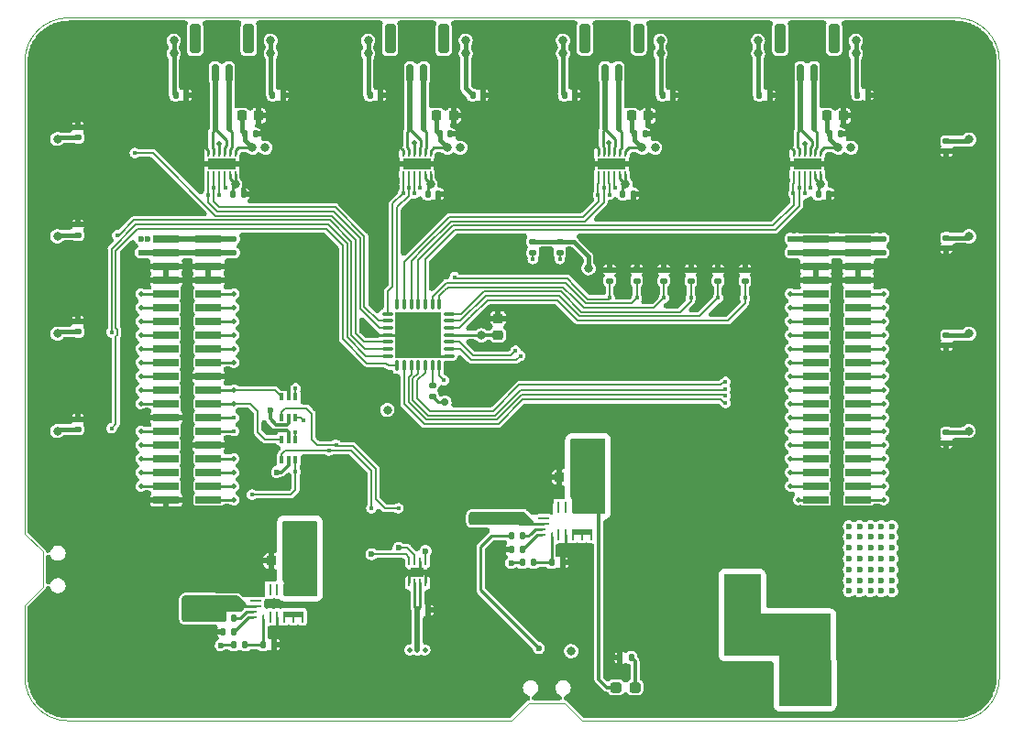
<source format=gtl>
G04 #@! TF.GenerationSoftware,KiCad,Pcbnew,(5.99.0-10928-g75ce97e260)*
G04 #@! TF.CreationDate,2021-06-09T11:05:25-04:00*
G04 #@! TF.ProjectId,FlySensei_Stack_Actuation_ECAD,466c7953-656e-4736-9569-5f537461636b,0.1*
G04 #@! TF.SameCoordinates,Original*
G04 #@! TF.FileFunction,Copper,L1,Top*
G04 #@! TF.FilePolarity,Positive*
%FSLAX46Y46*%
G04 Gerber Fmt 4.6, Leading zero omitted, Abs format (unit mm)*
G04 Created by KiCad (PCBNEW (5.99.0-10928-g75ce97e260)) date 2021-06-09 11:05:25*
%MOMM*%
%LPD*%
G01*
G04 APERTURE LIST*
G04 Aperture macros list*
%AMRoundRect*
0 Rectangle with rounded corners*
0 $1 Rounding radius*
0 $2 $3 $4 $5 $6 $7 $8 $9 X,Y pos of 4 corners*
0 Add a 4 corners polygon primitive as box body*
4,1,4,$2,$3,$4,$5,$6,$7,$8,$9,$2,$3,0*
0 Add four circle primitives for the rounded corners*
1,1,$1+$1,$2,$3*
1,1,$1+$1,$4,$5*
1,1,$1+$1,$6,$7*
1,1,$1+$1,$8,$9*
0 Add four rect primitives between the rounded corners*
20,1,$1+$1,$2,$3,$4,$5,0*
20,1,$1+$1,$4,$5,$6,$7,0*
20,1,$1+$1,$6,$7,$8,$9,0*
20,1,$1+$1,$8,$9,$2,$3,0*%
%AMOutline5P*
0 Free polygon, 5 corners , with rotation*
0 The origin of the aperture is its center*
0 number of corners: always 8*
0 $1 to $10 corner X, Y*
0 $11 Rotation angle, in degrees counterclockwise*
0 create outline with 8 corners*
4,1,5,$1,$2,$3,$4,$5,$6,$7,$8,$9,$10,$1,$2,$11*%
%AMOutline6P*
0 Free polygon, 6 corners , with rotation*
0 The origin of the aperture is its center*
0 number of corners: always 6*
0 $1 to $12 corner X, Y*
0 $13 Rotation angle, in degrees counterclockwise*
0 create outline with 6 corners*
4,1,6,$1,$2,$3,$4,$5,$6,$7,$8,$9,$10,$11,$12,$1,$2,$13*%
%AMOutline7P*
0 Free polygon, 7 corners , with rotation*
0 The origin of the aperture is its center*
0 number of corners: always 7*
0 $1 to $14 corner X, Y*
0 $15 Rotation angle, in degrees counterclockwise*
0 create outline with 7 corners*
4,1,7,$1,$2,$3,$4,$5,$6,$7,$8,$9,$10,$11,$12,$13,$14,$1,$2,$15*%
%AMOutline8P*
0 Free polygon, 8 corners , with rotation*
0 The origin of the aperture is its center*
0 number of corners: always 8*
0 $1 to $16 corner X, Y*
0 $17 Rotation angle, in degrees counterclockwise*
0 create outline with 8 corners*
4,1,8,$1,$2,$3,$4,$5,$6,$7,$8,$9,$10,$11,$12,$13,$14,$15,$16,$1,$2,$17*%
G04 Aperture macros list end*
G04 #@! TA.AperFunction,Profile*
%ADD10C,0.100000*%
G04 #@! TD*
G04 #@! TA.AperFunction,SMDPad,CuDef*
%ADD11R,0.250000X0.500000*%
G04 #@! TD*
G04 #@! TA.AperFunction,ComponentPad*
%ADD12C,0.600000*%
G04 #@! TD*
G04 #@! TA.AperFunction,SMDPad,CuDef*
%ADD13R,2.650000X1.000000*%
G04 #@! TD*
G04 #@! TA.AperFunction,SMDPad,CuDef*
%ADD14RoundRect,0.140000X-0.170000X0.140000X-0.170000X-0.140000X0.170000X-0.140000X0.170000X0.140000X0*%
G04 #@! TD*
G04 #@! TA.AperFunction,SMDPad,CuDef*
%ADD15RoundRect,0.135000X0.185000X-0.135000X0.185000X0.135000X-0.185000X0.135000X-0.185000X-0.135000X0*%
G04 #@! TD*
G04 #@! TA.AperFunction,SMDPad,CuDef*
%ADD16RoundRect,0.135000X-0.135000X-0.185000X0.135000X-0.185000X0.135000X0.185000X-0.135000X0.185000X0*%
G04 #@! TD*
G04 #@! TA.AperFunction,SMDPad,CuDef*
%ADD17RoundRect,0.225000X0.225000X0.250000X-0.225000X0.250000X-0.225000X-0.250000X0.225000X-0.250000X0*%
G04 #@! TD*
G04 #@! TA.AperFunction,SMDPad,CuDef*
%ADD18RoundRect,0.140000X0.170000X-0.140000X0.170000X0.140000X-0.170000X0.140000X-0.170000X-0.140000X0*%
G04 #@! TD*
G04 #@! TA.AperFunction,SMDPad,CuDef*
%ADD19R,0.254000X0.711200*%
G04 #@! TD*
G04 #@! TA.AperFunction,SMDPad,CuDef*
%ADD20R,1.295400X0.889000*%
G04 #@! TD*
G04 #@! TA.AperFunction,SMDPad,CuDef*
%ADD21RoundRect,0.140000X-0.140000X-0.170000X0.140000X-0.170000X0.140000X0.170000X-0.140000X0.170000X0*%
G04 #@! TD*
G04 #@! TA.AperFunction,SMDPad,CuDef*
%ADD22RoundRect,0.225000X-0.225000X-0.250000X0.225000X-0.250000X0.225000X0.250000X-0.225000X0.250000X0*%
G04 #@! TD*
G04 #@! TA.AperFunction,SMDPad,CuDef*
%ADD23RoundRect,0.135000X0.135000X0.185000X-0.135000X0.185000X-0.135000X-0.185000X0.135000X-0.185000X0*%
G04 #@! TD*
G04 #@! TA.AperFunction,SMDPad,CuDef*
%ADD24RoundRect,0.150000X0.150000X0.700000X-0.150000X0.700000X-0.150000X-0.700000X0.150000X-0.700000X0*%
G04 #@! TD*
G04 #@! TA.AperFunction,SMDPad,CuDef*
%ADD25RoundRect,0.250000X0.250000X1.100000X-0.250000X1.100000X-0.250000X-1.100000X0.250000X-1.100000X0*%
G04 #@! TD*
G04 #@! TA.AperFunction,SMDPad,CuDef*
%ADD26RoundRect,0.225000X0.250000X-0.225000X0.250000X0.225000X-0.250000X0.225000X-0.250000X-0.225000X0*%
G04 #@! TD*
G04 #@! TA.AperFunction,SMDPad,CuDef*
%ADD27RoundRect,0.075000X-0.075000X0.437500X-0.075000X-0.437500X0.075000X-0.437500X0.075000X0.437500X0*%
G04 #@! TD*
G04 #@! TA.AperFunction,SMDPad,CuDef*
%ADD28RoundRect,0.075000X-0.437500X0.075000X-0.437500X-0.075000X0.437500X-0.075000X0.437500X0.075000X0*%
G04 #@! TD*
G04 #@! TA.AperFunction,SMDPad,CuDef*
%ADD29R,4.250000X4.250000*%
G04 #@! TD*
G04 #@! TA.AperFunction,SMDPad,CuDef*
%ADD30Outline5P,-0.400000X-0.125000X-0.400000X0.125000X0.275000X0.125000X0.400000X0.000000X0.400000X-0.125000X90.000000*%
G04 #@! TD*
G04 #@! TA.AperFunction,SMDPad,CuDef*
%ADD31R,0.250000X1.100000*%
G04 #@! TD*
G04 #@! TA.AperFunction,SMDPad,CuDef*
%ADD32R,1.950000X0.600000*%
G04 #@! TD*
G04 #@! TA.AperFunction,SMDPad,CuDef*
%ADD33R,0.250000X0.700000*%
G04 #@! TD*
G04 #@! TA.AperFunction,SMDPad,CuDef*
%ADD34R,0.700000X0.250000*%
G04 #@! TD*
G04 #@! TA.AperFunction,SMDPad,CuDef*
%ADD35R,1.100000X0.250000*%
G04 #@! TD*
G04 #@! TA.AperFunction,SMDPad,CuDef*
%ADD36RoundRect,0.250000X0.787500X1.025000X-0.787500X1.025000X-0.787500X-1.025000X0.787500X-1.025000X0*%
G04 #@! TD*
G04 #@! TA.AperFunction,SMDPad,CuDef*
%ADD37R,2.400000X0.740000*%
G04 #@! TD*
G04 #@! TA.AperFunction,SMDPad,CuDef*
%ADD38RoundRect,0.135000X-0.185000X0.135000X-0.185000X-0.135000X0.185000X-0.135000X0.185000X0.135000X0*%
G04 #@! TD*
G04 #@! TA.AperFunction,SMDPad,CuDef*
%ADD39R,0.400000X0.650000*%
G04 #@! TD*
G04 #@! TA.AperFunction,SMDPad,CuDef*
%ADD40RoundRect,0.237500X0.287500X0.237500X-0.287500X0.237500X-0.287500X-0.237500X0.287500X-0.237500X0*%
G04 #@! TD*
G04 #@! TA.AperFunction,SMDPad,CuDef*
%ADD41R,3.000000X3.000000*%
G04 #@! TD*
G04 #@! TA.AperFunction,ViaPad*
%ADD42C,0.500000*%
G04 #@! TD*
G04 #@! TA.AperFunction,ViaPad*
%ADD43C,0.800000*%
G04 #@! TD*
G04 #@! TA.AperFunction,ViaPad*
%ADD44C,0.600000*%
G04 #@! TD*
G04 #@! TA.AperFunction,ViaPad*
%ADD45C,0.700000*%
G04 #@! TD*
G04 #@! TA.AperFunction,ViaPad*
%ADD46C,0.450000*%
G04 #@! TD*
G04 #@! TA.AperFunction,Conductor*
%ADD47C,0.254000*%
G04 #@! TD*
G04 #@! TA.AperFunction,Conductor*
%ADD48C,0.304800*%
G04 #@! TD*
G04 #@! TA.AperFunction,Conductor*
%ADD49C,0.200000*%
G04 #@! TD*
G04 #@! TA.AperFunction,Conductor*
%ADD50C,0.508000*%
G04 #@! TD*
G04 #@! TA.AperFunction,Conductor*
%ADD51C,0.457200*%
G04 #@! TD*
G04 #@! TA.AperFunction,Conductor*
%ADD52C,0.381000*%
G04 #@! TD*
G04 APERTURE END LIST*
D10*
X136550000Y-128350000D02*
X134900000Y-130000000D01*
X136550000Y-128350000D02*
X139850000Y-128350000D01*
X139850000Y-128350000D02*
X141500000Y-130000000D01*
X91650000Y-114350000D02*
X91650000Y-117650000D01*
X180000000Y-69000000D02*
X180000000Y-126000000D01*
X180000000Y-69000000D02*
G75*
G03*
X176000000Y-65000000I-4000000J0D01*
G01*
X91650000Y-114350000D02*
X90000000Y-112700000D01*
X141500000Y-130000000D02*
X176000000Y-130000000D01*
X94000000Y-65000000D02*
X176000000Y-65000000D01*
X91650000Y-117650000D02*
X90000000Y-119300000D01*
X90000000Y-126000000D02*
G75*
G03*
X94000000Y-130000000I4000000J0D01*
G01*
X134900000Y-130000000D02*
X94000000Y-130000000D01*
X94000000Y-65000000D02*
G75*
G03*
X90000000Y-69000000I0J-4000000D01*
G01*
X176000000Y-130000000D02*
G75*
G03*
X180000000Y-126000000I0J4000000D01*
G01*
X90000000Y-119300000D02*
X90000000Y-126000000D01*
X90000000Y-112700000D02*
X90000000Y-69000000D01*
D11*
G04 #@! TO.P,U3,1,VM*
G04 #@! TO.N,+BATT*
X145450000Y-77550000D03*
G04 #@! TO.P,U3,2,AOUT1*
G04 #@! TO.N,Net-(M1-Pad1)*
X144950000Y-77550000D03*
G04 #@! TO.P,U3,3,AOUT2*
G04 #@! TO.N,Net-(M1-Pad2)*
X144450000Y-77550000D03*
G04 #@! TO.P,U3,4,BOUT1*
G04 #@! TO.N,Net-(M1-Pad1)*
X143950000Y-77550000D03*
G04 #@! TO.P,U3,5,BOUT2*
G04 #@! TO.N,Net-(M1-Pad2)*
X143450000Y-77550000D03*
G04 #@! TO.P,U3,6,GND*
G04 #@! TO.N,GND*
X142950000Y-77550000D03*
G04 #@! TO.P,U3,7,BIN2/BENBL*
G04 #@! TO.N,/Actuation Connectors/PWM3*
X142950000Y-79450000D03*
G04 #@! TO.P,U3,8,BIN1/BPHASE*
G04 #@! TO.N,/Actuation Connectors/PWM2*
X143450000Y-79450000D03*
G04 #@! TO.P,U3,9,AIN2/AENBL*
G04 #@! TO.N,/Actuation Connectors/PWM3*
X143950000Y-79450000D03*
G04 #@! TO.P,U3,10,AIN1/APHASE*
G04 #@! TO.N,/Actuation Connectors/PWM2*
X144450000Y-79450000D03*
G04 #@! TO.P,U3,11,MODE*
G04 #@! TO.N,+3V3*
X144950000Y-79450000D03*
G04 #@! TO.P,U3,12,VCC*
X145450000Y-79450000D03*
D12*
G04 #@! TO.P,U3,13,PAD*
G04 #@! TO.N,GND*
X145200000Y-78500000D03*
X144200000Y-78500000D03*
D13*
X144200000Y-78500000D03*
D12*
X143200000Y-78500000D03*
G04 #@! TD*
D14*
G04 #@! TO.P,C25,1*
G04 #@! TO.N,+5V*
X175100000Y-76395000D03*
G04 #@! TO.P,C25,2*
G04 #@! TO.N,GND*
X175100000Y-77355000D03*
G04 #@! TD*
D15*
G04 #@! TO.P,R6,1*
G04 #@! TO.N,/PWM Generator/I2C_A0*
X156500000Y-89310000D03*
G04 #@! TO.P,R6,2*
G04 #@! TO.N,GND*
X156500000Y-88290000D03*
G04 #@! TD*
D16*
G04 #@! TO.P,R15,1*
G04 #@! TO.N,+5V*
X109315000Y-122975000D03*
G04 #@! TO.P,R15,2*
G04 #@! TO.N,Net-(R15-Pad2)*
X110335000Y-122975000D03*
G04 #@! TD*
D17*
G04 #@! TO.P,C32,1*
G04 #@! TO.N,+3V3*
X140920000Y-107475000D03*
G04 #@! TO.P,C32,2*
G04 #@! TO.N,GND*
X139370000Y-107475000D03*
G04 #@! TD*
D18*
G04 #@! TO.P,C14,1*
G04 #@! TO.N,+5V*
X94900000Y-76080000D03*
G04 #@! TO.P,C14,2*
G04 #@! TO.N,GND*
X94900000Y-75120000D03*
G04 #@! TD*
D19*
G04 #@! TO.P,U8,1,CTG*
G04 #@! TO.N,GND*
X125488000Y-117235350D03*
G04 #@! TO.P,U8,2,CELL*
G04 #@! TO.N,+BATT*
X125996000Y-117235350D03*
G04 #@! TO.P,U8,3,VDD*
X126504000Y-117235350D03*
G04 #@! TO.P,U8,4,GND*
G04 #@! TO.N,GND*
X127012000Y-117235350D03*
G04 #@! TO.P,U8,5,ALRT*
G04 #@! TO.N,Net-(JP9-Pad1)*
X127012000Y-115228750D03*
G04 #@! TO.P,U8,6,QSTRT*
G04 #@! TO.N,GND*
X126504000Y-115228750D03*
G04 #@! TO.P,U8,7,SCL*
G04 #@! TO.N,Net-(JP7-Pad2)*
X125996000Y-115228750D03*
G04 #@! TO.P,U8,8,SDA*
G04 #@! TO.N,Net-(JP8-Pad2)*
X125488000Y-115228750D03*
D20*
G04 #@! TO.P,U8,9,EPAD*
G04 #@! TO.N,GND*
X126250000Y-116232050D03*
G04 #@! TD*
D11*
G04 #@! TO.P,U5,1,VM*
G04 #@! TO.N,+BATT*
X109450000Y-77550000D03*
G04 #@! TO.P,U5,2,AOUT1*
G04 #@! TO.N,Net-(M3-Pad1)*
X108950000Y-77550000D03*
G04 #@! TO.P,U5,3,AOUT2*
G04 #@! TO.N,Net-(M3-Pad2)*
X108450000Y-77550000D03*
G04 #@! TO.P,U5,4,BOUT1*
G04 #@! TO.N,Net-(M3-Pad1)*
X107950000Y-77550000D03*
G04 #@! TO.P,U5,5,BOUT2*
G04 #@! TO.N,Net-(M3-Pad2)*
X107450000Y-77550000D03*
G04 #@! TO.P,U5,6,GND*
G04 #@! TO.N,GND*
X106950000Y-77550000D03*
G04 #@! TO.P,U5,7,BIN2/BENBL*
G04 #@! TO.N,/Actuation Connectors/PWM7*
X106950000Y-79450000D03*
G04 #@! TO.P,U5,8,BIN1/BPHASE*
G04 #@! TO.N,/Actuation Connectors/PWM6*
X107450000Y-79450000D03*
G04 #@! TO.P,U5,9,AIN2/AENBL*
G04 #@! TO.N,/Actuation Connectors/PWM7*
X107950000Y-79450000D03*
G04 #@! TO.P,U5,10,AIN1/APHASE*
G04 #@! TO.N,/Actuation Connectors/PWM6*
X108450000Y-79450000D03*
G04 #@! TO.P,U5,11,MODE*
G04 #@! TO.N,+3V3*
X108950000Y-79450000D03*
G04 #@! TO.P,U5,12,VCC*
X109450000Y-79450000D03*
D12*
G04 #@! TO.P,U5,13,PAD*
G04 #@! TO.N,GND*
X108200000Y-78500000D03*
X107200000Y-78500000D03*
D13*
X108200000Y-78500000D03*
D12*
X109200000Y-78500000D03*
G04 #@! TD*
D21*
G04 #@! TO.P,C21,1*
G04 #@! TO.N,+BATT*
X139820000Y-72150000D03*
G04 #@! TO.P,C21,2*
G04 #@! TO.N,GND*
X140780000Y-72150000D03*
G04 #@! TD*
G04 #@! TO.P,C19,1*
G04 #@! TO.N,+BATT*
X157820000Y-72150000D03*
G04 #@! TO.P,C19,2*
G04 #@! TO.N,GND*
X158780000Y-72150000D03*
G04 #@! TD*
D22*
G04 #@! TO.P,C8,1*
G04 #@! TO.N,+BATT*
X128025000Y-74050000D03*
G04 #@! TO.P,C8,2*
G04 #@! TO.N,GND*
X129575000Y-74050000D03*
G04 #@! TD*
D11*
G04 #@! TO.P,U2,1,VM*
G04 #@! TO.N,+BATT*
X163500000Y-77550000D03*
G04 #@! TO.P,U2,2,AOUT1*
G04 #@! TO.N,Net-(M0-Pad1)*
X163000000Y-77550000D03*
G04 #@! TO.P,U2,3,AOUT2*
G04 #@! TO.N,Net-(M0-Pad2)*
X162500000Y-77550000D03*
G04 #@! TO.P,U2,4,BOUT1*
G04 #@! TO.N,Net-(M0-Pad1)*
X162000000Y-77550000D03*
G04 #@! TO.P,U2,5,BOUT2*
G04 #@! TO.N,Net-(M0-Pad2)*
X161500000Y-77550000D03*
G04 #@! TO.P,U2,6,GND*
G04 #@! TO.N,GND*
X161000000Y-77550000D03*
G04 #@! TO.P,U2,7,BIN2/BENBL*
G04 #@! TO.N,/Actuation Connectors/PWM1*
X161000000Y-79450000D03*
G04 #@! TO.P,U2,8,BIN1/BPHASE*
G04 #@! TO.N,/Actuation Connectors/PWM0*
X161500000Y-79450000D03*
G04 #@! TO.P,U2,9,AIN2/AENBL*
G04 #@! TO.N,/Actuation Connectors/PWM1*
X162000000Y-79450000D03*
G04 #@! TO.P,U2,10,AIN1/APHASE*
G04 #@! TO.N,/Actuation Connectors/PWM0*
X162500000Y-79450000D03*
G04 #@! TO.P,U2,11,MODE*
G04 #@! TO.N,+3V3*
X163000000Y-79450000D03*
G04 #@! TO.P,U2,12,VCC*
X163500000Y-79450000D03*
D12*
G04 #@! TO.P,U2,13,PAD*
G04 #@! TO.N,GND*
X161250000Y-78500000D03*
X162250000Y-78500000D03*
D13*
X162250000Y-78500000D03*
D12*
X163250000Y-78500000D03*
G04 #@! TD*
D23*
G04 #@! TO.P,R8,1*
G04 #@! TO.N,Net-(D1-Pad1)*
X145990000Y-124150000D03*
G04 #@! TO.P,R8,2*
G04 #@! TO.N,GND*
X144970000Y-124150000D03*
G04 #@! TD*
D16*
G04 #@! TO.P,R16,1*
G04 #@! TO.N,Net-(R15-Pad2)*
X112015000Y-122975000D03*
G04 #@! TO.P,R16,2*
G04 #@! TO.N,GND*
X113035000Y-122975000D03*
G04 #@! TD*
D21*
G04 #@! TO.P,C29,1*
G04 #@! TO.N,+BATT*
X103920000Y-72150000D03*
G04 #@! TO.P,C29,2*
G04 #@! TO.N,GND*
X104880000Y-72150000D03*
G04 #@! TD*
D15*
G04 #@! TO.P,R3,1*
G04 #@! TO.N,/PWM Generator/I2C_A3*
X149000000Y-89310000D03*
G04 #@! TO.P,R3,2*
G04 #@! TO.N,GND*
X149000000Y-88290000D03*
G04 #@! TD*
D22*
G04 #@! TO.P,C3,1*
G04 #@! TO.N,+BATT*
X146025000Y-74050000D03*
G04 #@! TO.P,C3,2*
G04 #@! TO.N,GND*
X147575000Y-74050000D03*
G04 #@! TD*
D24*
G04 #@! TO.P,M3,1,Pin_1*
G04 #@! TO.N,Net-(M3-Pad1)*
X108825000Y-70150000D03*
G04 #@! TO.P,M3,2,Pin_2*
G04 #@! TO.N,Net-(M3-Pad2)*
X107575000Y-70150000D03*
D25*
G04 #@! TO.P,M3,MP*
G04 #@! TO.N,N/C*
X105725000Y-66950000D03*
X110675000Y-66950000D03*
G04 #@! TD*
D14*
G04 #@! TO.P,C24,1*
G04 #@! TO.N,+5V*
X175100000Y-85344999D03*
G04 #@! TO.P,C24,2*
G04 #@! TO.N,GND*
X175100000Y-86304999D03*
G04 #@! TD*
D24*
G04 #@! TO.P,M2,1,Pin_1*
G04 #@! TO.N,Net-(M2-Pad1)*
X126825000Y-70150000D03*
G04 #@! TO.P,M2,2,Pin_2*
G04 #@! TO.N,Net-(M2-Pad2)*
X125575000Y-70150000D03*
D25*
G04 #@! TO.P,M2,MP*
G04 #@! TO.N,N/C*
X123725000Y-66950000D03*
X128675000Y-66950000D03*
G04 #@! TD*
D15*
G04 #@! TO.P,R4,1*
G04 #@! TO.N,/PWM Generator/I2C_A2*
X151500000Y-89310000D03*
G04 #@! TO.P,R4,2*
G04 #@! TO.N,GND*
X151500000Y-88290000D03*
G04 #@! TD*
D21*
G04 #@! TO.P,C6,1*
G04 #@! TO.N,+3V3*
X163270000Y-81300000D03*
G04 #@! TO.P,C6,2*
G04 #@! TO.N,GND*
X164230000Y-81300000D03*
G04 #@! TD*
G04 #@! TO.P,C10,1*
G04 #@! TO.N,+BATT*
X128320000Y-75750000D03*
G04 #@! TO.P,C10,2*
G04 #@! TO.N,GND*
X129280000Y-75750000D03*
G04 #@! TD*
D22*
G04 #@! TO.P,C2,1*
G04 #@! TO.N,+BATT*
X164050000Y-74050000D03*
G04 #@! TO.P,C2,2*
G04 #@! TO.N,GND*
X165600000Y-74050000D03*
G04 #@! TD*
D26*
G04 #@! TO.P,C33,1*
G04 #@! TO.N,+BATT*
X108825000Y-119075000D03*
G04 #@! TO.P,C33,2*
G04 #@! TO.N,GND*
X108825000Y-117525000D03*
G04 #@! TD*
D18*
G04 #@! TO.P,C17,1*
G04 #@! TO.N,+5V*
X94900000Y-103055000D03*
G04 #@! TO.P,C17,2*
G04 #@! TO.N,GND*
X94900000Y-102095000D03*
G04 #@! TD*
D15*
G04 #@! TO.P,R1,1*
G04 #@! TO.N,/PWM Generator/I2C_A5*
X144000000Y-89310000D03*
G04 #@! TO.P,R1,2*
G04 #@! TO.N,GND*
X144000000Y-88290000D03*
G04 #@! TD*
D27*
G04 #@! TO.P,U1,1,A3*
G04 #@! TO.N,/PWM Generator/I2C_A3*
X128275000Y-91487499D03*
G04 #@! TO.P,U1,2,A4*
G04 #@! TO.N,/PWM Generator/I2C_A4*
X127625000Y-91487499D03*
G04 #@! TO.P,U1,3,LED0*
G04 #@! TO.N,/Actuation Connectors/PWM0*
X126975000Y-91487499D03*
G04 #@! TO.P,U1,4,LED1*
G04 #@! TO.N,/Actuation Connectors/PWM1*
X126325000Y-91487499D03*
G04 #@! TO.P,U1,5,LED2*
G04 #@! TO.N,/Actuation Connectors/PWM2*
X125675000Y-91487499D03*
G04 #@! TO.P,U1,6,LED3*
G04 #@! TO.N,/Actuation Connectors/PWM3*
X125025000Y-91487499D03*
G04 #@! TO.P,U1,7,LED4*
G04 #@! TO.N,/Actuation Connectors/PWM4*
X124375000Y-91487499D03*
D28*
G04 #@! TO.P,U1,8,LED5*
G04 #@! TO.N,/Actuation Connectors/PWM5*
X123487500Y-92374999D03*
G04 #@! TO.P,U1,9,LED6*
G04 #@! TO.N,/Actuation Connectors/PWM6*
X123487500Y-93024999D03*
G04 #@! TO.P,U1,10,LED7*
G04 #@! TO.N,/Actuation Connectors/PWM7*
X123487500Y-93674999D03*
G04 #@! TO.P,U1,11,VSS*
G04 #@! TO.N,GND*
X123487500Y-94324999D03*
G04 #@! TO.P,U1,12,LED8*
G04 #@! TO.N,/Actuation Connectors/PWM8*
X123487500Y-94974999D03*
G04 #@! TO.P,U1,13,LED9*
G04 #@! TO.N,/Actuation Connectors/PWM9*
X123487500Y-95624999D03*
G04 #@! TO.P,U1,14,LED10*
G04 #@! TO.N,/Actuation Connectors/PWM10*
X123487500Y-96274999D03*
D27*
G04 #@! TO.P,U1,15,LED11*
G04 #@! TO.N,/Actuation Connectors/PWM11*
X124375000Y-97162499D03*
G04 #@! TO.P,U1,16,LED12*
G04 #@! TO.N,/Actuation Connectors/PWM12*
X125025000Y-97162499D03*
G04 #@! TO.P,U1,17,LED13*
G04 #@! TO.N,/Actuation Connectors/PWM13*
X125675000Y-97162499D03*
G04 #@! TO.P,U1,18,LED14*
G04 #@! TO.N,/Actuation Connectors/PWM14*
X126325000Y-97162499D03*
G04 #@! TO.P,U1,19,LED15*
G04 #@! TO.N,/Actuation Connectors/PWM15*
X126975000Y-97162499D03*
G04 #@! TO.P,U1,20,~OE*
G04 #@! TO.N,Net-(R7-Pad2)*
X127625000Y-97162499D03*
G04 #@! TO.P,U1,21,A5*
G04 #@! TO.N,/PWM Generator/I2C_A5*
X128275000Y-97162499D03*
D28*
G04 #@! TO.P,U1,22,EXTCLK*
G04 #@! TO.N,GND*
X129162500Y-96274999D03*
G04 #@! TO.P,U1,23,SCL*
G04 #@! TO.N,/I2C Mux/I2C_SCL*
X129162500Y-95624999D03*
G04 #@! TO.P,U1,24,SDA*
G04 #@! TO.N,/I2C Mux/I2C_SDA*
X129162500Y-94974999D03*
G04 #@! TO.P,U1,25,VDD*
G04 #@! TO.N,+3V3*
X129162500Y-94324999D03*
G04 #@! TO.P,U1,26,A0*
G04 #@! TO.N,/PWM Generator/I2C_A0*
X129162500Y-93674999D03*
G04 #@! TO.P,U1,27,A1*
G04 #@! TO.N,/PWM Generator/I2C_A1*
X129162500Y-93024999D03*
G04 #@! TO.P,U1,28,A2*
G04 #@! TO.N,/PWM Generator/I2C_A2*
X129162500Y-92374999D03*
D29*
G04 #@! TO.P,U1,29,VSS*
G04 #@! TO.N,GND*
X126325000Y-94324999D03*
G04 #@! TD*
D21*
G04 #@! TO.P,C27,1*
G04 #@! TO.N,+BATT*
X121870000Y-72150000D03*
G04 #@! TO.P,C27,2*
G04 #@! TO.N,GND*
X122830000Y-72150000D03*
G04 #@! TD*
G04 #@! TO.P,C35,1*
G04 #@! TO.N,+BATT*
X126245000Y-119750000D03*
G04 #@! TO.P,C35,2*
G04 #@! TO.N,GND*
X127205000Y-119750000D03*
G04 #@! TD*
D30*
G04 #@! TO.P,U6,1,FB*
G04 #@! TO.N,Net-(R13-Pad2)*
X138635000Y-112925000D03*
D31*
G04 #@! TO.P,U6,2,VCC*
G04 #@! TO.N,unconnected-(U6-Pad2)*
X139285000Y-112775000D03*
G04 #@! TO.P,U6,3,AGND*
G04 #@! TO.N,GND*
X139935000Y-112775000D03*
D32*
G04 #@! TO.P,U6,4,SW*
G04 #@! TO.N,unconnected-(U6-Pad4)*
X141435000Y-112525000D03*
D31*
X140585000Y-112775000D03*
G04 #@! TO.P,U6,5,SW*
X141435000Y-112775000D03*
G04 #@! TO.P,U6,6,SW*
X142285000Y-112775000D03*
D32*
G04 #@! TO.P,U6,7,OUT*
G04 #@! TO.N,+3V3*
X141435000Y-110525000D03*
D31*
X142285000Y-110275000D03*
G04 #@! TO.P,U6,8,OUT*
X141435000Y-110275000D03*
G04 #@! TO.P,U6,9,OUT*
X140585000Y-110275000D03*
G04 #@! TO.P,U6,10,NC*
G04 #@! TO.N,unconnected-(U6-Pad10)*
X139935000Y-110275000D03*
G04 #@! TO.P,U6,11,BST*
G04 #@! TO.N,unconnected-(U6-Pad11)*
X139285000Y-110275000D03*
D33*
G04 #@! TO.P,U6,12,PGND*
G04 #@! TO.N,GND*
X138635000Y-110075000D03*
D34*
G04 #@! TO.P,U6,13,PGND*
X137735000Y-110275000D03*
G04 #@! TO.P,U6,14,PGND*
X137735000Y-110775000D03*
D35*
G04 #@! TO.P,U6,15,NC*
G04 #@! TO.N,unconnected-(U6-Pad15)*
X137935000Y-111275000D03*
G04 #@! TO.P,U6,16,IN*
G04 #@! TO.N,+BATT*
X137935000Y-111775000D03*
D34*
G04 #@! TO.P,U6,17,EN*
G04 #@! TO.N,Net-(R9-Pad2)*
X137735000Y-112275000D03*
G04 #@! TO.P,U6,18,AAM*
G04 #@! TO.N,Net-(R11-Pad1)*
X137735000Y-112775000D03*
G04 #@! TD*
D21*
G04 #@! TO.P,C11,1*
G04 #@! TO.N,+BATT*
X110320000Y-75750000D03*
G04 #@! TO.P,C11,2*
G04 #@! TO.N,GND*
X111280000Y-75750000D03*
G04 #@! TD*
D23*
G04 #@! TO.P,R12,1*
G04 #@! TO.N,Net-(R12-Pad1)*
X109325000Y-121750000D03*
G04 #@! TO.P,R12,2*
G04 #@! TO.N,GND*
X108305000Y-121750000D03*
G04 #@! TD*
D14*
G04 #@! TO.P,C22,1*
G04 #@! TO.N,+5V*
X175100000Y-103345000D03*
G04 #@! TO.P,C22,2*
G04 #@! TO.N,GND*
X175100000Y-104305000D03*
G04 #@! TD*
D21*
G04 #@! TO.P,C7,1*
G04 #@! TO.N,+3V3*
X145220000Y-81300000D03*
G04 #@! TO.P,C7,2*
G04 #@! TO.N,GND*
X146180000Y-81300000D03*
G04 #@! TD*
D11*
G04 #@! TO.P,U4,1,VM*
G04 #@! TO.N,+BATT*
X127450000Y-77550000D03*
G04 #@! TO.P,U4,2,AOUT1*
G04 #@! TO.N,Net-(M2-Pad1)*
X126950000Y-77550000D03*
G04 #@! TO.P,U4,3,AOUT2*
G04 #@! TO.N,Net-(M2-Pad2)*
X126450000Y-77550000D03*
G04 #@! TO.P,U4,4,BOUT1*
G04 #@! TO.N,Net-(M2-Pad1)*
X125950000Y-77550000D03*
G04 #@! TO.P,U4,5,BOUT2*
G04 #@! TO.N,Net-(M2-Pad2)*
X125450000Y-77550000D03*
G04 #@! TO.P,U4,6,GND*
G04 #@! TO.N,GND*
X124950000Y-77550000D03*
G04 #@! TO.P,U4,7,BIN2/BENBL*
G04 #@! TO.N,/Actuation Connectors/PWM5*
X124950000Y-79450000D03*
G04 #@! TO.P,U4,8,BIN1/BPHASE*
G04 #@! TO.N,/Actuation Connectors/PWM4*
X125450000Y-79450000D03*
G04 #@! TO.P,U4,9,AIN2/AENBL*
G04 #@! TO.N,/Actuation Connectors/PWM5*
X125950000Y-79450000D03*
G04 #@! TO.P,U4,10,AIN1/APHASE*
G04 #@! TO.N,/Actuation Connectors/PWM4*
X126450000Y-79450000D03*
G04 #@! TO.P,U4,11,MODE*
G04 #@! TO.N,+3V3*
X126950000Y-79450000D03*
G04 #@! TO.P,U4,12,VCC*
X127450000Y-79450000D03*
D12*
G04 #@! TO.P,U4,13,PAD*
G04 #@! TO.N,GND*
X126200000Y-78500000D03*
X127200000Y-78500000D03*
D13*
X126200000Y-78500000D03*
D12*
X125200000Y-78500000D03*
G04 #@! TD*
D36*
G04 #@! TO.P,C30,1*
G04 #@! TO.N,+BATT*
X157337500Y-122200000D03*
G04 #@! TO.P,C30,2*
G04 #@! TO.N,GND*
X151112500Y-122200000D03*
G04 #@! TD*
D16*
G04 #@! TO.P,R13,1*
G04 #@! TO.N,+3V3*
X135940000Y-115375000D03*
G04 #@! TO.P,R13,2*
G04 #@! TO.N,Net-(R13-Pad2)*
X136960000Y-115375000D03*
G04 #@! TD*
D15*
G04 #@! TO.P,R2,1*
G04 #@! TO.N,/PWM Generator/I2C_A4*
X146500000Y-89309999D03*
G04 #@! TO.P,R2,2*
G04 #@! TO.N,GND*
X146500000Y-88289999D03*
G04 #@! TD*
D37*
G04 #@! TO.P,J3,1,Pin_1*
G04 #@! TO.N,+BATT*
X163050000Y-85435000D03*
G04 #@! TO.P,J3,2,Pin_2*
X166950000Y-85435000D03*
G04 #@! TO.P,J3,3,Pin_3*
X163050000Y-86705000D03*
G04 #@! TO.P,J3,4,Pin_4*
X166950000Y-86705000D03*
G04 #@! TO.P,J3,5,Pin_5*
G04 #@! TO.N,GND*
X163050000Y-87975000D03*
G04 #@! TO.P,J3,6,Pin_6*
X166950000Y-87975000D03*
G04 #@! TO.P,J3,7,Pin_7*
X163050000Y-89245000D03*
G04 #@! TO.P,J3,8,Pin_8*
X166950000Y-89245000D03*
G04 #@! TO.P,J3,9,Pin_9*
G04 #@! TO.N,unconnected-(J3-Pad9)*
X163050000Y-90515000D03*
G04 #@! TO.P,J3,10,Pin_10*
G04 #@! TO.N,unconnected-(J3-Pad10)*
X166950000Y-90515000D03*
G04 #@! TO.P,J3,11,Pin_11*
G04 #@! TO.N,unconnected-(J3-Pad11)*
X163050000Y-91785000D03*
G04 #@! TO.P,J3,12,Pin_12*
G04 #@! TO.N,unconnected-(J3-Pad12)*
X166950000Y-91785000D03*
G04 #@! TO.P,J3,13,Pin_13*
G04 #@! TO.N,unconnected-(J3-Pad13)*
X163050000Y-93055000D03*
G04 #@! TO.P,J3,14,Pin_14*
G04 #@! TO.N,unconnected-(J3-Pad14)*
X166950000Y-93055000D03*
G04 #@! TO.P,J3,15,Pin_15*
G04 #@! TO.N,unconnected-(J3-Pad15)*
X163050000Y-94325000D03*
G04 #@! TO.P,J3,16,Pin_16*
G04 #@! TO.N,unconnected-(J3-Pad16)*
X166950000Y-94325000D03*
G04 #@! TO.P,J3,17,Pin_17*
G04 #@! TO.N,unconnected-(J3-Pad17)*
X163050000Y-95595000D03*
G04 #@! TO.P,J3,18,Pin_18*
G04 #@! TO.N,unconnected-(J3-Pad18)*
X166950000Y-95595000D03*
G04 #@! TO.P,J3,19,Pin_19*
G04 #@! TO.N,unconnected-(J3-Pad19)*
X163050000Y-96865000D03*
G04 #@! TO.P,J3,20,Pin_20*
G04 #@! TO.N,unconnected-(J3-Pad20)*
X166950000Y-96865000D03*
G04 #@! TO.P,J3,21,Pin_21*
G04 #@! TO.N,unconnected-(J3-Pad21)*
X163050000Y-98135000D03*
G04 #@! TO.P,J3,22,Pin_22*
G04 #@! TO.N,unconnected-(J3-Pad22)*
X166950000Y-98135000D03*
G04 #@! TO.P,J3,23,Pin_23*
G04 #@! TO.N,unconnected-(J3-Pad23)*
X163050000Y-99405000D03*
G04 #@! TO.P,J3,24,Pin_24*
G04 #@! TO.N,unconnected-(J3-Pad24)*
X166950000Y-99405000D03*
G04 #@! TO.P,J3,25,Pin_25*
G04 #@! TO.N,unconnected-(J3-Pad25)*
X163050000Y-100675000D03*
G04 #@! TO.P,J3,26,Pin_26*
G04 #@! TO.N,unconnected-(J3-Pad26)*
X166950000Y-100675000D03*
G04 #@! TO.P,J3,27,Pin_27*
G04 #@! TO.N,unconnected-(J3-Pad27)*
X163050000Y-101945000D03*
G04 #@! TO.P,J3,28,Pin_28*
G04 #@! TO.N,unconnected-(J3-Pad28)*
X166950000Y-101945000D03*
G04 #@! TO.P,J3,29,Pin_29*
G04 #@! TO.N,unconnected-(J3-Pad29)*
X163050000Y-103215000D03*
G04 #@! TO.P,J3,30,Pin_30*
G04 #@! TO.N,unconnected-(J3-Pad30)*
X166950000Y-103215000D03*
G04 #@! TO.P,J3,31,Pin_31*
G04 #@! TO.N,unconnected-(J3-Pad31)*
X163050000Y-104485000D03*
G04 #@! TO.P,J3,32,Pin_32*
G04 #@! TO.N,unconnected-(J3-Pad32)*
X166950000Y-104485000D03*
G04 #@! TO.P,J3,33,Pin_33*
G04 #@! TO.N,unconnected-(J3-Pad33)*
X163050000Y-105755000D03*
G04 #@! TO.P,J3,34,Pin_34*
G04 #@! TO.N,unconnected-(J3-Pad34)*
X166950000Y-105755000D03*
G04 #@! TO.P,J3,35,Pin_35*
G04 #@! TO.N,unconnected-(J3-Pad35)*
X163050000Y-107025000D03*
G04 #@! TO.P,J3,36,Pin_36*
G04 #@! TO.N,unconnected-(J3-Pad36)*
X166950000Y-107025000D03*
G04 #@! TO.P,J3,37,Pin_37*
G04 #@! TO.N,unconnected-(J3-Pad37)*
X163050000Y-108295000D03*
G04 #@! TO.P,J3,38,Pin_38*
G04 #@! TO.N,unconnected-(J3-Pad38)*
X166950000Y-108295000D03*
G04 #@! TO.P,J3,39,Pin_39*
G04 #@! TO.N,unconnected-(J3-Pad39)*
X163050000Y-109565000D03*
G04 #@! TO.P,J3,40,Pin_40*
G04 #@! TO.N,unconnected-(J3-Pad40)*
X166950000Y-109565000D03*
G04 #@! TD*
D18*
G04 #@! TO.P,C16,1*
G04 #@! TO.N,+5V*
X94900000Y-94030000D03*
G04 #@! TO.P,C16,2*
G04 #@! TO.N,GND*
X94900000Y-93070000D03*
G04 #@! TD*
D24*
G04 #@! TO.P,M1,1,Pin_1*
G04 #@! TO.N,Net-(M1-Pad1)*
X144825000Y-70100000D03*
G04 #@! TO.P,M1,2,Pin_2*
G04 #@! TO.N,Net-(M1-Pad2)*
X143575000Y-70100000D03*
D25*
G04 #@! TO.P,M1,MP*
G04 #@! TO.N,N/C*
X141725000Y-66900000D03*
X146675000Y-66900000D03*
G04 #@! TD*
D15*
G04 #@! TO.P,R7,1*
G04 #@! TO.N,+3V3*
X127625000Y-99985000D03*
G04 #@! TO.P,R7,2*
G04 #@! TO.N,Net-(R7-Pad2)*
X127625000Y-98965000D03*
G04 #@! TD*
D21*
G04 #@! TO.P,C13,1*
G04 #@! TO.N,+3V3*
X109220000Y-81300000D03*
G04 #@! TO.P,C13,2*
G04 #@! TO.N,GND*
X110180000Y-81300000D03*
G04 #@! TD*
D30*
G04 #@! TO.P,U7,1,FB*
G04 #@! TO.N,Net-(R15-Pad2)*
X112000000Y-120550000D03*
D31*
G04 #@! TO.P,U7,2,VCC*
G04 #@! TO.N,unconnected-(U7-Pad2)*
X112650000Y-120400000D03*
G04 #@! TO.P,U7,3,AGND*
G04 #@! TO.N,GND*
X113300000Y-120400000D03*
G04 #@! TO.P,U7,4,SW*
G04 #@! TO.N,unconnected-(U7-Pad4)*
X113950000Y-120400000D03*
D32*
X114800000Y-120150000D03*
D31*
G04 #@! TO.P,U7,5,SW*
X114800000Y-120400000D03*
G04 #@! TO.P,U7,6,SW*
X115650000Y-120400000D03*
D32*
G04 #@! TO.P,U7,7,OUT*
G04 #@! TO.N,+5V*
X114800000Y-118150000D03*
D31*
X115650000Y-117900000D03*
G04 #@! TO.P,U7,8,OUT*
X114800000Y-117900000D03*
G04 #@! TO.P,U7,9,OUT*
X113950000Y-117900000D03*
G04 #@! TO.P,U7,10,NC*
G04 #@! TO.N,unconnected-(U7-Pad10)*
X113300000Y-117900000D03*
G04 #@! TO.P,U7,11,BST*
G04 #@! TO.N,unconnected-(U7-Pad11)*
X112650000Y-117900000D03*
D33*
G04 #@! TO.P,U7,12,PGND*
G04 #@! TO.N,GND*
X112000000Y-117700000D03*
D34*
G04 #@! TO.P,U7,13,PGND*
X111100000Y-117900000D03*
G04 #@! TO.P,U7,14,PGND*
X111100000Y-118400000D03*
D35*
G04 #@! TO.P,U7,15,NC*
G04 #@! TO.N,unconnected-(U7-Pad15)*
X111300000Y-118900000D03*
G04 #@! TO.P,U7,16,IN*
G04 #@! TO.N,+BATT*
X111300000Y-119400000D03*
D34*
G04 #@! TO.P,U7,17,EN*
G04 #@! TO.N,Net-(R10-Pad2)*
X111100000Y-119900000D03*
G04 #@! TO.P,U7,18,AAM*
G04 #@! TO.N,Net-(R12-Pad1)*
X111100000Y-120400000D03*
G04 #@! TD*
D21*
G04 #@! TO.P,C4,1*
G04 #@! TO.N,+BATT*
X164345000Y-75750000D03*
G04 #@! TO.P,C4,2*
G04 #@! TO.N,GND*
X165305000Y-75750000D03*
G04 #@! TD*
G04 #@! TO.P,C5,1*
G04 #@! TO.N,+BATT*
X146320000Y-75750000D03*
G04 #@! TO.P,C5,2*
G04 #@! TO.N,GND*
X147280000Y-75750000D03*
G04 #@! TD*
D26*
G04 #@! TO.P,C31,1*
G04 #@! TO.N,+BATT*
X135410000Y-111450000D03*
G04 #@! TO.P,C31,2*
G04 #@! TO.N,GND*
X135410000Y-109900000D03*
G04 #@! TD*
G04 #@! TO.P,C1,1*
G04 #@! TO.N,+3V3*
X133700000Y-94325000D03*
G04 #@! TO.P,C1,2*
G04 #@! TO.N,GND*
X133700000Y-92775000D03*
G04 #@! TD*
D21*
G04 #@! TO.P,C12,1*
G04 #@! TO.N,+3V3*
X127220000Y-81300000D03*
G04 #@! TO.P,C12,2*
G04 #@! TO.N,GND*
X128180000Y-81300000D03*
G04 #@! TD*
D24*
G04 #@! TO.P,M0,1,Pin_1*
G04 #@! TO.N,Net-(M0-Pad1)*
X162875000Y-70125000D03*
G04 #@! TO.P,M0,2,Pin_2*
G04 #@! TO.N,Net-(M0-Pad2)*
X161625000Y-70125000D03*
D25*
G04 #@! TO.P,M0,MP*
G04 #@! TO.N,N/C*
X164725000Y-66925000D03*
X159775000Y-66925000D03*
G04 #@! TD*
D16*
G04 #@! TO.P,R9,1*
G04 #@! TO.N,/PSU/3V3_EN*
X134900000Y-112900000D03*
G04 #@! TO.P,R9,2*
G04 #@! TO.N,Net-(R9-Pad2)*
X135920000Y-112900000D03*
G04 #@! TD*
G04 #@! TO.P,R10,1*
G04 #@! TO.N,+BATT*
X108305000Y-120525000D03*
G04 #@! TO.P,R10,2*
G04 #@! TO.N,Net-(R10-Pad2)*
X109325000Y-120525000D03*
G04 #@! TD*
D18*
G04 #@! TO.P,C15,1*
G04 #@! TO.N,+5V*
X94900000Y-85080000D03*
G04 #@! TO.P,C15,2*
G04 #@! TO.N,GND*
X94900000Y-84120000D03*
G04 #@! TD*
D21*
G04 #@! TO.P,C20,1*
G04 #@! TO.N,+BATT*
X148870000Y-72150000D03*
G04 #@! TO.P,C20,2*
G04 #@! TO.N,GND*
X149830000Y-72150000D03*
G04 #@! TD*
G04 #@! TO.P,C28,1*
G04 #@! TO.N,+BATT*
X112870000Y-72150000D03*
G04 #@! TO.P,C28,2*
G04 #@! TO.N,GND*
X113830000Y-72150000D03*
G04 #@! TD*
D38*
G04 #@! TO.P,R18,1*
G04 #@! TO.N,+3V3*
X136900000Y-85665000D03*
G04 #@! TO.P,R18,2*
G04 #@! TO.N,Net-(JP11-Pad2)*
X136900000Y-86685000D03*
G04 #@! TD*
G04 #@! TO.P,R17,1*
G04 #@! TO.N,+3V3*
X139400000Y-85665000D03*
G04 #@! TO.P,R17,2*
G04 #@! TO.N,Net-(JP10-Pad2)*
X139400000Y-86685000D03*
G04 #@! TD*
D17*
G04 #@! TO.P,C34,1*
G04 #@! TO.N,+5V*
X114275000Y-115200000D03*
G04 #@! TO.P,C34,2*
G04 #@! TO.N,GND*
X112725000Y-115200000D03*
G04 #@! TD*
D22*
G04 #@! TO.P,C9,1*
G04 #@! TO.N,+BATT*
X110025000Y-74050000D03*
G04 #@! TO.P,C9,2*
G04 #@! TO.N,GND*
X111575000Y-74050000D03*
G04 #@! TD*
D39*
G04 #@! TO.P,U10,1*
G04 #@! TO.N,/I2C Mux/I2C1.SDA*
X115000000Y-103950000D03*
G04 #@! TO.P,U10,2,GND*
G04 #@! TO.N,GND*
X114350000Y-103950000D03*
G04 #@! TO.P,U10,3*
G04 #@! TO.N,/I2C Mux/I2C0.SDA*
X113700000Y-103950000D03*
G04 #@! TO.P,U10,4*
G04 #@! TO.N,/I2C Mux/I2C_SDA*
X113700000Y-105850000D03*
G04 #@! TO.P,U10,5,V+*
G04 #@! TO.N,+3V3*
X114350000Y-105850000D03*
G04 #@! TO.P,U10,6*
G04 #@! TO.N,/I2C Mux/I2C_SEL*
X115000000Y-105850000D03*
G04 #@! TD*
D37*
G04 #@! TO.P,J1,1,Pin_1*
G04 #@! TO.N,+BATT*
X103050000Y-85435000D03*
G04 #@! TO.P,J1,2,Pin_2*
X106950000Y-85435000D03*
G04 #@! TO.P,J1,3,Pin_3*
X103050000Y-86705000D03*
G04 #@! TO.P,J1,4,Pin_4*
X106950000Y-86705000D03*
G04 #@! TO.P,J1,5,Pin_5*
G04 #@! TO.N,GND*
X103050000Y-87975000D03*
G04 #@! TO.P,J1,6,Pin_6*
X106950000Y-87975000D03*
G04 #@! TO.P,J1,7,Pin_7*
X103050000Y-89245000D03*
G04 #@! TO.P,J1,8,Pin_8*
X106950000Y-89245000D03*
G04 #@! TO.P,J1,9,Pin_9*
G04 #@! TO.N,/Stacking Connectors/GPIO0*
X103050000Y-90515000D03*
G04 #@! TO.P,J1,10,Pin_10*
G04 #@! TO.N,/Stacking Connectors/GPIO2*
X106950000Y-90515000D03*
G04 #@! TO.P,J1,11,Pin_11*
G04 #@! TO.N,/Stacking Connectors/GPIO1*
X103050000Y-91785000D03*
G04 #@! TO.P,J1,12,Pin_12*
G04 #@! TO.N,/Stacking Connectors/GPIO3*
X106950000Y-91785000D03*
G04 #@! TO.P,J1,13,Pin_13*
G04 #@! TO.N,/Stacking Connectors/SPI0.MOSI*
X103050000Y-93055000D03*
G04 #@! TO.P,J1,14,Pin_14*
G04 #@! TO.N,/Stacking Connectors/GPIO4*
X106950000Y-93055000D03*
G04 #@! TO.P,J1,15,Pin_15*
G04 #@! TO.N,/Stacking Connectors/SPI0.MISO*
X103050000Y-94325000D03*
G04 #@! TO.P,J1,16,Pin_16*
G04 #@! TO.N,/Stacking Connectors/GPIO5*
X106950000Y-94325000D03*
G04 #@! TO.P,J1,17,Pin_17*
G04 #@! TO.N,/Stacking Connectors/SPI0.CLK*
X103050000Y-95595000D03*
G04 #@! TO.P,J1,18,Pin_18*
G04 #@! TO.N,/Stacking Connectors/GPIO6*
X106950000Y-95595000D03*
G04 #@! TO.P,J1,19,Pin_19*
G04 #@! TO.N,/Stacking Connectors/SPI0.CS0*
X103050000Y-96865000D03*
G04 #@! TO.P,J1,20,Pin_20*
G04 #@! TO.N,/Stacking Connectors/GPIO7*
X106950000Y-96865000D03*
G04 #@! TO.P,J1,21,Pin_21*
G04 #@! TO.N,/Stacking Connectors/SPI0.CS1*
X103050000Y-98135000D03*
G04 #@! TO.P,J1,22,Pin_22*
G04 #@! TO.N,GND*
X106950000Y-98135000D03*
G04 #@! TO.P,J1,23,Pin_23*
G04 #@! TO.N,/Stacking Connectors/SPI0.CS2*
X103050000Y-99405000D03*
G04 #@! TO.P,J1,24,Pin_24*
G04 #@! TO.N,/I2C Mux/I2C0.SCL*
X106950000Y-99405000D03*
G04 #@! TO.P,J1,25,Pin_25*
G04 #@! TO.N,/Stacking Connectors/SPI0.CS3*
X103050000Y-100675000D03*
G04 #@! TO.P,J1,26,Pin_26*
G04 #@! TO.N,/I2C Mux/I2C0.SDA*
X106950000Y-100675000D03*
G04 #@! TO.P,J1,27,Pin_27*
G04 #@! TO.N,GND*
X103050000Y-101945000D03*
G04 #@! TO.P,J1,28,Pin_28*
G04 #@! TO.N,/I2C Mux/I2C1.SCL*
X106950000Y-101945000D03*
G04 #@! TO.P,J1,29,Pin_29*
G04 #@! TO.N,/Stacking Connectors/SPI1.MOSI*
X103050000Y-103215000D03*
G04 #@! TO.P,J1,30,Pin_30*
G04 #@! TO.N,/I2C Mux/I2C1.SDA*
X106950000Y-103215000D03*
G04 #@! TO.P,J1,31,Pin_31*
G04 #@! TO.N,/Stacking Connectors/SPI1.MISO*
X103050000Y-104485000D03*
G04 #@! TO.P,J1,32,Pin_32*
G04 #@! TO.N,GND*
X106950000Y-104485000D03*
G04 #@! TO.P,J1,33,Pin_33*
G04 #@! TO.N,/Stacking Connectors/SPI1.CLK*
X103050000Y-105755000D03*
G04 #@! TO.P,J1,34,Pin_34*
G04 #@! TO.N,/Stacking Connectors/UART0.TX*
X106950000Y-105755000D03*
G04 #@! TO.P,J1,35,Pin_35*
G04 #@! TO.N,/Stacking Connectors/SPI1.CS0*
X103050000Y-107025000D03*
G04 #@! TO.P,J1,36,Pin_36*
G04 #@! TO.N,/Stacking Connectors/UART0.RX*
X106950000Y-107025000D03*
G04 #@! TO.P,J1,37,Pin_37*
G04 #@! TO.N,/Stacking Connectors/SPI1.CS1*
X103050000Y-108295000D03*
G04 #@! TO.P,J1,38,Pin_38*
G04 #@! TO.N,/Stacking Connectors/UART1.TX*
X106950000Y-108295000D03*
G04 #@! TO.P,J1,39,Pin_39*
G04 #@! TO.N,GND*
X103050000Y-109565000D03*
G04 #@! TO.P,J1,40,Pin_40*
G04 #@! TO.N,/Stacking Connectors/UART1.RX*
X106950000Y-109565000D03*
G04 #@! TD*
D21*
G04 #@! TO.P,C26,1*
G04 #@! TO.N,+BATT*
X131350000Y-72150000D03*
G04 #@! TO.P,C26,2*
G04 #@! TO.N,GND*
X132310000Y-72150000D03*
G04 #@! TD*
G04 #@! TO.P,C18,1*
G04 #@! TO.N,+BATT*
X166895000Y-72125000D03*
G04 #@! TO.P,C18,2*
G04 #@! TO.N,GND*
X167855000Y-72125000D03*
G04 #@! TD*
D16*
G04 #@! TO.P,R14,1*
G04 #@! TO.N,Net-(R13-Pad2)*
X138640000Y-115375000D03*
G04 #@! TO.P,R14,2*
G04 #@! TO.N,GND*
X139660000Y-115375000D03*
G04 #@! TD*
D15*
G04 #@! TO.P,R5,1*
G04 #@! TO.N,/PWM Generator/I2C_A1*
X154000000Y-89310000D03*
G04 #@! TO.P,R5,2*
G04 #@! TO.N,GND*
X154000000Y-88290000D03*
G04 #@! TD*
D39*
G04 #@! TO.P,U9,1*
G04 #@! TO.N,/I2C Mux/I2C1.SCL*
X115000000Y-100050000D03*
G04 #@! TO.P,U9,2,GND*
G04 #@! TO.N,GND*
X114350000Y-100050000D03*
G04 #@! TO.P,U9,3*
G04 #@! TO.N,/I2C Mux/I2C0.SCL*
X113700000Y-100050000D03*
G04 #@! TO.P,U9,4*
G04 #@! TO.N,/I2C Mux/I2C_SCL*
X113700000Y-101950000D03*
G04 #@! TO.P,U9,5,V+*
G04 #@! TO.N,+3V3*
X114350000Y-101950000D03*
G04 #@! TO.P,U9,6*
G04 #@! TO.N,/I2C Mux/I2C_SEL*
X115000000Y-101950000D03*
G04 #@! TD*
D40*
G04 #@! TO.P,D1,1,K*
G04 #@! TO.N,Net-(D1-Pad1)*
X146350000Y-126900000D03*
G04 #@! TO.P,D1,2,A*
G04 #@! TO.N,+3V3*
X144600000Y-126900000D03*
G04 #@! TD*
D14*
G04 #@! TO.P,C23,1*
G04 #@! TO.N,+5V*
X175100000Y-94345000D03*
G04 #@! TO.P,C23,2*
G04 #@! TO.N,GND*
X175100000Y-95305000D03*
G04 #@! TD*
D23*
G04 #@! TO.P,R11,1*
G04 #@! TO.N,Net-(R11-Pad1)*
X135930000Y-114150000D03*
G04 #@! TO.P,R11,2*
G04 #@! TO.N,GND*
X134910000Y-114150000D03*
G04 #@! TD*
D12*
G04 #@! TO.P,TP19,1,1*
G04 #@! TO.N,+BATT*
X155250000Y-118100000D03*
X157250000Y-118100000D03*
X157250000Y-119100000D03*
X156250000Y-118100000D03*
D41*
X156250000Y-118100000D03*
D12*
X156250000Y-117100000D03*
X155250000Y-117100000D03*
X157250000Y-117100000D03*
X156250000Y-119100000D03*
X155250000Y-119100000D03*
G04 #@! TD*
G04 #@! TO.P,TP20,1,1*
G04 #@! TO.N,GND*
X153250000Y-119100000D03*
X152250000Y-117100000D03*
X151250000Y-117100000D03*
X151250000Y-118100000D03*
X153250000Y-117100000D03*
X153250000Y-118100000D03*
X152250000Y-118100000D03*
X151250000Y-119100000D03*
X152250000Y-119100000D03*
D41*
X152250000Y-118100000D03*
G04 #@! TD*
D42*
G04 #@! TO.N,/Stacking Connectors/GPIO0*
X100700000Y-90525000D03*
D43*
G04 #@! TO.N,GND*
X169300000Y-72075000D03*
X148900000Y-125650000D03*
D44*
X109300000Y-98125000D03*
D43*
X154000000Y-86450000D03*
X175550000Y-79000000D03*
X94310000Y-82645000D03*
X131100000Y-79950000D03*
X110650000Y-115575000D03*
X134925000Y-105725000D03*
X168825000Y-75750000D03*
X109450000Y-115575000D03*
X108250000Y-115575000D03*
X148900000Y-122050000D03*
X128750000Y-115100000D03*
X133275000Y-70875000D03*
X141000000Y-76200000D03*
D44*
X109300000Y-89225000D03*
D43*
X111261517Y-114777220D03*
D44*
X109300000Y-87950000D03*
X165000000Y-87950000D03*
X161350000Y-89225000D03*
X105000000Y-87950000D03*
D43*
X134925000Y-108125000D03*
D44*
X160700000Y-89225000D03*
D43*
X148900000Y-128050000D03*
D44*
X100700000Y-89225000D03*
D43*
X150775000Y-74550000D03*
X149000000Y-86450000D03*
X142275000Y-70875000D03*
X174350000Y-79000000D03*
D45*
X130450000Y-97150000D03*
D44*
X169300000Y-89225000D03*
D43*
X148350000Y-79950000D03*
X129675000Y-123575000D03*
X139900000Y-114200000D03*
X113400000Y-79950000D03*
X147700000Y-123250000D03*
X148900000Y-124450000D03*
X147700000Y-126850000D03*
X147700000Y-128050000D03*
X169300000Y-70875000D03*
X114750000Y-75750000D03*
X150775000Y-75750000D03*
D45*
X121600000Y-93900000D03*
D43*
X153250000Y-126175000D03*
D44*
X109300000Y-104475000D03*
X100700000Y-109550000D03*
D43*
X158800000Y-76200000D03*
X132350000Y-92800000D03*
X113750000Y-98025000D03*
X136125000Y-108125000D03*
X137325000Y-106925000D03*
X114750000Y-74550000D03*
X166500000Y-79950000D03*
X148900000Y-120850000D03*
X133275000Y-72075000D03*
X112450000Y-103100000D03*
X174350000Y-105950000D03*
D44*
X108650000Y-87950000D03*
X169300000Y-87950000D03*
D43*
X110061517Y-114777220D03*
X154450000Y-127375000D03*
X160175000Y-72075000D03*
X94310000Y-100620000D03*
X147700000Y-125650000D03*
X154450000Y-124975000D03*
X107650000Y-114775000D03*
X137325000Y-105725000D03*
X105000000Y-76200000D03*
X174350000Y-96950000D03*
X147700000Y-122050000D03*
X94310000Y-91645000D03*
D44*
X160700000Y-87950000D03*
D43*
X147700000Y-120850000D03*
X95505000Y-73620000D03*
X175550000Y-96950000D03*
D44*
X108650000Y-89225000D03*
D43*
X129950000Y-115100000D03*
X137325000Y-108125000D03*
X98825000Y-110400000D03*
D44*
X161350000Y-87950000D03*
D43*
X142275000Y-72075000D03*
X136125000Y-106925000D03*
X113050000Y-121875000D03*
X134925000Y-106925000D03*
X151275000Y-72075000D03*
X174350000Y-87950000D03*
X151275000Y-70875000D03*
X136125000Y-105725000D03*
D44*
X100700000Y-87950000D03*
D43*
X115275000Y-72075000D03*
X108861517Y-114777220D03*
X97625000Y-110400000D03*
X153250000Y-127375000D03*
X95505000Y-100620000D03*
X114775000Y-73375000D03*
X129900000Y-79950000D03*
D44*
X168650000Y-87950000D03*
X101350000Y-89225000D03*
D43*
X167700000Y-79950000D03*
X148900000Y-126850000D03*
X132950000Y-75750000D03*
X135050000Y-92750000D03*
X128475000Y-123575000D03*
X168825000Y-74550000D03*
D44*
X168650000Y-89225000D03*
D43*
X106450000Y-114775000D03*
X153250000Y-124975000D03*
D44*
X100700000Y-101925000D03*
D43*
X153250000Y-128575000D03*
X115275000Y-70875000D03*
X95505000Y-82645000D03*
X154450000Y-126175000D03*
X107038483Y-115572780D03*
X132950000Y-74550000D03*
X106325000Y-72075000D03*
X149550000Y-79950000D03*
D44*
X105000000Y-89225000D03*
D43*
X160175000Y-70875000D03*
X132975000Y-73375000D03*
X123000000Y-76200000D03*
D44*
X108650000Y-98125000D03*
D43*
X94310000Y-73620000D03*
X112200000Y-79950000D03*
X175550000Y-105950000D03*
X154450000Y-128575000D03*
X175550000Y-87950000D03*
D44*
X165000000Y-89225000D03*
D43*
X168850000Y-73375000D03*
X147700000Y-124450000D03*
X95505000Y-91645000D03*
D44*
X108650000Y-104475000D03*
X101350000Y-109550000D03*
X101350000Y-87950000D03*
D43*
X124275000Y-72075000D03*
D44*
X101350000Y-101925000D03*
D43*
X150800000Y-73375000D03*
X148900000Y-123250000D03*
X144000000Y-86450000D03*
X106325000Y-70875000D03*
X124275000Y-70875000D03*
D42*
G04 #@! TO.N,/Stacking Connectors/GPIO2*
X109300000Y-90500000D03*
G04 #@! TO.N,/Stacking Connectors/GPIO1*
X100700000Y-91775000D03*
G04 #@! TO.N,/Stacking Connectors/GPIO3*
X109300000Y-91775000D03*
G04 #@! TO.N,/Stacking Connectors/SPI0.MOSI*
X100700000Y-93050000D03*
G04 #@! TO.N,/Stacking Connectors/GPIO4*
X109300000Y-93050000D03*
G04 #@! TO.N,/Stacking Connectors/SPI0.MISO*
X100700000Y-94325000D03*
G04 #@! TO.N,/Stacking Connectors/GPIO5*
X109300000Y-94325000D03*
G04 #@! TO.N,/Stacking Connectors/SPI0.CLK*
X100705000Y-95595000D03*
G04 #@! TO.N,/Stacking Connectors/GPIO6*
X109300000Y-95600000D03*
G04 #@! TO.N,/Stacking Connectors/SPI0.CS0*
X100715000Y-96865000D03*
G04 #@! TO.N,/Stacking Connectors/GPIO7*
X109300000Y-96850000D03*
G04 #@! TO.N,/Stacking Connectors/SPI0.CS1*
X100700000Y-98125000D03*
G04 #@! TO.N,/Stacking Connectors/SPI0.CS2*
X100700000Y-99400000D03*
D46*
G04 #@! TO.N,/Actuation Connectors/PWM0*
X161500000Y-80700000D03*
X162549000Y-80700000D03*
D42*
G04 #@! TO.N,/Stacking Connectors/SPI0.CS3*
X100700000Y-100675000D03*
D43*
G04 #@! TO.N,+BATT*
X162650000Y-123300000D03*
D44*
X105600000Y-118850000D03*
X160700000Y-86700000D03*
X106800000Y-120450000D03*
D43*
X130700000Y-68300000D03*
X148700000Y-68300000D03*
X163850000Y-128050000D03*
X103750000Y-67100000D03*
D44*
X131500000Y-111575000D03*
X131500000Y-110975000D03*
D43*
X163850000Y-123300000D03*
D44*
X105600000Y-120450000D03*
X106800000Y-118850000D03*
X105000000Y-119650000D03*
D43*
X157700000Y-68300000D03*
D44*
X132300000Y-111575000D03*
X132300000Y-110975000D03*
X165000000Y-86700000D03*
D43*
X163850000Y-122100000D03*
X162650000Y-126850000D03*
D44*
X106200000Y-118850000D03*
D43*
X130200000Y-77000000D03*
X163850000Y-126850000D03*
D44*
X106200000Y-119650000D03*
X168650000Y-85425000D03*
D43*
X160250000Y-126850000D03*
D44*
X109300000Y-85425000D03*
D43*
X161450000Y-126850000D03*
D44*
X106200000Y-120450000D03*
D43*
X161450000Y-123300000D03*
D44*
X108650000Y-86700000D03*
D43*
X160250000Y-128050000D03*
D44*
X133100000Y-111575000D03*
D42*
X126250000Y-123450000D03*
D44*
X101350000Y-85425000D03*
X169300000Y-85425000D03*
X165000000Y-85425000D03*
D43*
X140450000Y-123550000D03*
X160250000Y-122100000D03*
X163850000Y-124500000D03*
D44*
X105000000Y-85425000D03*
X100700000Y-85425000D03*
D43*
X163850000Y-125700000D03*
D44*
X105600000Y-119650000D03*
X169300000Y-86700000D03*
D43*
X162650000Y-128050000D03*
X112700000Y-67100000D03*
X147000000Y-77000000D03*
D44*
X161350000Y-85425000D03*
X133100000Y-110975000D03*
D43*
X162650000Y-125700000D03*
X160250000Y-125700000D03*
X162650000Y-120900000D03*
X121700000Y-67100000D03*
X112200000Y-77000000D03*
D44*
X105000000Y-118850000D03*
D43*
X148200000Y-77000000D03*
X157700000Y-67100000D03*
D44*
X105000000Y-120450000D03*
D43*
X162650000Y-124500000D03*
D44*
X161350000Y-86700000D03*
D42*
X125550000Y-123450000D03*
D43*
X161450000Y-122100000D03*
X161450000Y-125700000D03*
X161450000Y-124500000D03*
X160250000Y-123300000D03*
X166750000Y-68300000D03*
D44*
X109300000Y-86700000D03*
X105000000Y-86700000D03*
D43*
X160250000Y-120900000D03*
D44*
X101350000Y-86700000D03*
X100700000Y-86700000D03*
D43*
X160250000Y-124500000D03*
D44*
X160700000Y-85425000D03*
X108650000Y-85425000D03*
D43*
X130700000Y-67100000D03*
X148700000Y-67100000D03*
X103750000Y-68300000D03*
X139700000Y-68300000D03*
X162650000Y-122100000D03*
X166300000Y-77000000D03*
X112700000Y-68300000D03*
D44*
X168650000Y-86700000D03*
D43*
X165100000Y-77000000D03*
D42*
X126950000Y-123450000D03*
D43*
X161450000Y-120900000D03*
X139700000Y-67100000D03*
X166750000Y-67100000D03*
X161450000Y-128050000D03*
X111000000Y-77000000D03*
X129000000Y-77000000D03*
D44*
X106800000Y-119650000D03*
D43*
X163850000Y-120900000D03*
X121700000Y-68300000D03*
D46*
G04 #@! TO.N,/Actuation Connectors/PWM1*
X160967907Y-81224500D03*
X162024500Y-81224500D03*
D42*
G04 #@! TO.N,/Stacking Connectors/SPI1.MOSI*
X100700000Y-103200000D03*
G04 #@! TO.N,/Stacking Connectors/SPI1.MISO*
X100700000Y-104475000D03*
G04 #@! TO.N,/Stacking Connectors/SPI1.CLK*
X100700000Y-105750000D03*
G04 #@! TO.N,/Stacking Connectors/UART0.TX*
X109300000Y-105750000D03*
G04 #@! TO.N,/Stacking Connectors/SPI1.CS0*
X100700000Y-107025000D03*
G04 #@! TO.N,/Stacking Connectors/UART0.RX*
X109300000Y-107025000D03*
G04 #@! TO.N,/Stacking Connectors/SPI1.CS1*
X100700000Y-108300000D03*
G04 #@! TO.N,/Stacking Connectors/UART1.TX*
X109300000Y-108300000D03*
G04 #@! TO.N,/Stacking Connectors/UART1.RX*
X109300000Y-109575000D03*
G04 #@! TO.N,unconnected-(J3-Pad9)*
X160700000Y-90500000D03*
G04 #@! TO.N,unconnected-(J3-Pad10)*
X169300000Y-90500000D03*
G04 #@! TO.N,unconnected-(J3-Pad11)*
X160700000Y-91775000D03*
G04 #@! TO.N,unconnected-(J3-Pad12)*
X169300000Y-91775000D03*
G04 #@! TO.N,unconnected-(J3-Pad13)*
X160700000Y-93050000D03*
G04 #@! TO.N,unconnected-(J3-Pad14)*
X169300000Y-93050000D03*
G04 #@! TO.N,unconnected-(J3-Pad15)*
X160700000Y-94325000D03*
G04 #@! TO.N,unconnected-(J3-Pad16)*
X169300000Y-94325000D03*
G04 #@! TO.N,unconnected-(J3-Pad17)*
X160700000Y-95600000D03*
G04 #@! TO.N,unconnected-(J3-Pad18)*
X169300000Y-95600000D03*
G04 #@! TO.N,unconnected-(J3-Pad19)*
X160700000Y-96850000D03*
G04 #@! TO.N,unconnected-(J3-Pad20)*
X169300000Y-96875000D03*
G04 #@! TO.N,unconnected-(J3-Pad21)*
X160700000Y-98125000D03*
G04 #@! TO.N,unconnected-(J3-Pad22)*
X169300000Y-98125000D03*
G04 #@! TO.N,unconnected-(J3-Pad23)*
X160700000Y-99400000D03*
G04 #@! TO.N,unconnected-(J3-Pad24)*
X169300000Y-99425000D03*
G04 #@! TO.N,unconnected-(J3-Pad25)*
X160700000Y-100675000D03*
G04 #@! TO.N,unconnected-(J3-Pad26)*
X169300000Y-100675000D03*
G04 #@! TO.N,unconnected-(J3-Pad27)*
X160700000Y-101950000D03*
D46*
G04 #@! TO.N,/Actuation Connectors/PWM2*
X144500000Y-80700000D03*
X143450000Y-80700000D03*
D42*
G04 #@! TO.N,unconnected-(J3-Pad28)*
X169300000Y-101950000D03*
G04 #@! TO.N,unconnected-(J3-Pad29)*
X160700000Y-103225000D03*
G04 #@! TO.N,unconnected-(J3-Pad30)*
X169300000Y-103200000D03*
G04 #@! TO.N,unconnected-(J3-Pad31)*
X160700000Y-104475000D03*
G04 #@! TO.N,unconnected-(J3-Pad32)*
X169300000Y-104475000D03*
G04 #@! TO.N,unconnected-(J3-Pad33)*
X160700000Y-105750000D03*
D46*
G04 #@! TO.N,/Actuation Connectors/PWM3*
X143974500Y-81350000D03*
X142925500Y-81350000D03*
D42*
G04 #@! TO.N,unconnected-(J3-Pad34)*
X169300000Y-105750000D03*
G04 #@! TO.N,unconnected-(J3-Pad35)*
X160700000Y-107025000D03*
G04 #@! TO.N,unconnected-(J3-Pad36)*
X169300000Y-107025000D03*
G04 #@! TO.N,unconnected-(J3-Pad37)*
X160700000Y-108300000D03*
G04 #@! TO.N,unconnected-(J3-Pad38)*
X169300000Y-108300000D03*
G04 #@! TO.N,unconnected-(J3-Pad39)*
X161425000Y-109550000D03*
G04 #@! TO.N,unconnected-(J3-Pad40)*
X169300000Y-109550000D03*
D46*
G04 #@! TO.N,/Actuation Connectors/PWM4*
X126499000Y-80700000D03*
X125450000Y-80700000D03*
G04 #@! TO.N,/Actuation Connectors/PWM5*
X125974500Y-81224500D03*
X124925500Y-81225000D03*
G04 #@! TO.N,/Actuation Connectors/PWM6*
X107450000Y-80700000D03*
X108499000Y-80700000D03*
G04 #@! TO.N,/Actuation Connectors/PWM7*
X107974500Y-81350000D03*
X106925500Y-81350000D03*
D43*
G04 #@! TO.N,+3V3*
X127450000Y-80375000D03*
X163500000Y-80375000D03*
D44*
X141000000Y-108600000D03*
X143000000Y-106600000D03*
X113275000Y-107000000D03*
X143000000Y-107600000D03*
D43*
X109425000Y-80375000D03*
X132150000Y-94350000D03*
D44*
X112675000Y-101250000D03*
D43*
X142050000Y-88150000D03*
D44*
X143000000Y-108600000D03*
X143000000Y-104600000D03*
X141000000Y-104600000D03*
X142000000Y-106600000D03*
X142000000Y-104600000D03*
X134900000Y-115400000D03*
X142000000Y-107600000D03*
D43*
X145450000Y-80375000D03*
D44*
X142000000Y-105600000D03*
D43*
X123475000Y-101250000D03*
D44*
X142000000Y-108600000D03*
D45*
X128800000Y-100550000D03*
D44*
X143000000Y-105600000D03*
G04 #@! TO.N,+5V*
X170100000Y-113000000D03*
X168100000Y-113000000D03*
X116400000Y-115400000D03*
X169100000Y-118000000D03*
X169100000Y-115000000D03*
X166100000Y-115000000D03*
D43*
X177150000Y-103200000D03*
D44*
X170100000Y-112000000D03*
X108100000Y-123000000D03*
D43*
X93000000Y-85200000D03*
D44*
X166100000Y-116000000D03*
X170100000Y-118000000D03*
X168100000Y-115000000D03*
X116400000Y-116400000D03*
X166100000Y-117000000D03*
X167099999Y-114000000D03*
X116400000Y-114400000D03*
X170100000Y-117000000D03*
X168100000Y-118000000D03*
X167099999Y-113000000D03*
X170100000Y-114000000D03*
X168100000Y-116000000D03*
X115400000Y-113400000D03*
D43*
X93000000Y-103200000D03*
D44*
X169100000Y-112000000D03*
D43*
X93000000Y-76200000D03*
D44*
X168100000Y-114000000D03*
X114400000Y-116400000D03*
X166100000Y-118000000D03*
X167099999Y-116000000D03*
X166100000Y-113000000D03*
X166100000Y-114000000D03*
X167099999Y-118000000D03*
X169100000Y-117000000D03*
X170100000Y-116000000D03*
X115400000Y-112400000D03*
X166100000Y-112000000D03*
X167099999Y-117000000D03*
X169100000Y-116000000D03*
X116400000Y-112400000D03*
X115400000Y-115400000D03*
X167099999Y-112000000D03*
X168100000Y-112000000D03*
D43*
X93000000Y-94200000D03*
X177200000Y-76250000D03*
D44*
X116400000Y-113400000D03*
X170100000Y-115000000D03*
X114400000Y-112400000D03*
X115400000Y-116400000D03*
D43*
X177200000Y-85200000D03*
D44*
X168100000Y-117000000D03*
X115400000Y-114400000D03*
X169100000Y-113000000D03*
X169100000Y-114000000D03*
D43*
X177200000Y-94200000D03*
D44*
X167099999Y-115000000D03*
D42*
G04 #@! TO.N,/I2C Mux/I2C0.SCL*
X109305000Y-99405000D03*
G04 #@! TO.N,/I2C Mux/I2C0.SDA*
X109300000Y-100675000D03*
D46*
G04 #@! TO.N,/I2C Mux/I2C1.SCL*
X109300000Y-101950000D03*
X115000000Y-99250000D03*
G04 #@! TO.N,/I2C Mux/I2C1.SDA*
X109300000Y-103200000D03*
X115000000Y-103300000D03*
G04 #@! TO.N,/PWM Generator/I2C_A0*
X156500000Y-90900000D03*
G04 #@! TO.N,/PWM Generator/I2C_A1*
X154000000Y-90900000D03*
G04 #@! TO.N,/PWM Generator/I2C_A2*
X151500000Y-90900000D03*
G04 #@! TO.N,/PWM Generator/I2C_A3*
X149000000Y-90900000D03*
G04 #@! TO.N,/PWM Generator/I2C_A4*
X146500000Y-90900000D03*
G04 #@! TO.N,/PWM Generator/I2C_A5*
X144000000Y-90875000D03*
X128700000Y-98500000D03*
X129700000Y-88976461D03*
G04 #@! TO.N,/I2C Mux/I2C_SCL*
X135745424Y-96248206D03*
X124500000Y-110350000D03*
X118750000Y-104475500D03*
D44*
G04 #@! TO.N,Net-(JP7-Pad2)*
X124500000Y-114000500D03*
D46*
G04 #@! TO.N,/I2C Mux/I2C_SDA*
X118050000Y-105000000D03*
X135300000Y-95775500D03*
X122000000Y-110350000D03*
D44*
G04 #@! TO.N,Net-(JP8-Pad2)*
X122000000Y-114600000D03*
G04 #@! TO.N,Net-(JP9-Pad1)*
X127000000Y-114300000D03*
D46*
G04 #@! TO.N,Net-(JP10-Pad2)*
X139400000Y-87300000D03*
G04 #@! TO.N,Net-(JP11-Pad2)*
X136900000Y-87300000D03*
D42*
G04 #@! TO.N,Net-(M1-Pad1)*
X144825000Y-75325000D03*
X143950000Y-76600000D03*
G04 #@! TO.N,Net-(M2-Pad1)*
X125950000Y-76600000D03*
X126825000Y-75300000D03*
G04 #@! TO.N,Net-(M3-Pad1)*
X108825000Y-75275000D03*
X107950000Y-76625000D03*
D44*
G04 #@! TO.N,/PSU/3V3_EN*
X137450000Y-123275000D03*
D46*
G04 #@! TO.N,/Actuation Connectors/PWM8*
X100150000Y-77500000D03*
G04 #@! TO.N,/Actuation Connectors/PWM9*
X98504122Y-85104122D03*
G04 #@! TO.N,/Actuation Connectors/PWM10*
X98000000Y-94050000D03*
G04 #@! TO.N,/Actuation Connectors/PWM11*
X98000000Y-102950000D03*
G04 #@! TO.N,/Actuation Connectors/PWM12*
X154700130Y-100602802D03*
G04 #@! TO.N,/Actuation Connectors/PWM13*
X154697098Y-99953306D03*
G04 #@! TO.N,/Actuation Connectors/PWM14*
X154700000Y-99299503D03*
G04 #@! TO.N,/Actuation Connectors/PWM15*
X154700000Y-98650000D03*
G04 #@! TO.N,/I2C Mux/I2C_SEL*
X110975000Y-109075000D03*
X115000000Y-106950000D03*
X115750000Y-102250000D03*
D42*
G04 #@! TO.N,Net-(M0-Pad1)*
X162000000Y-76650000D03*
X162875000Y-75325000D03*
G04 #@! TD*
D47*
G04 #@! TO.N,/Stacking Connectors/GPIO0*
X100710000Y-90515000D02*
X100700000Y-90525000D01*
X103050000Y-90515000D02*
X100710000Y-90515000D01*
G04 #@! TO.N,GND*
X126504000Y-115978050D02*
X126250000Y-116232050D01*
X142950000Y-77050000D02*
X142100000Y-76200000D01*
X124950000Y-77550000D02*
X124950000Y-77275000D01*
X113050000Y-121875000D02*
X113300000Y-121625000D01*
D48*
X114161031Y-103131231D02*
X112481231Y-103131231D01*
D47*
X105885137Y-76200000D02*
X105000000Y-76200000D01*
X142100000Y-76200000D02*
X141000000Y-76200000D01*
X159950000Y-76200000D02*
X158800000Y-76200000D01*
X139935000Y-114165000D02*
X139900000Y-114200000D01*
X126282050Y-116200000D02*
X126250000Y-116232050D01*
D48*
X112481231Y-103131231D02*
X112450000Y-103100000D01*
D47*
X161000000Y-77550000D02*
X161000000Y-77250000D01*
X161000000Y-77250000D02*
X159950000Y-76200000D01*
X126504000Y-115228750D02*
X126504000Y-115978050D01*
X122024999Y-94324999D02*
X123487500Y-94324999D01*
X124950000Y-77275000D02*
X123875000Y-76200000D01*
X127012000Y-116200000D02*
X126282050Y-116200000D01*
X127012000Y-117235350D02*
X127012000Y-116200000D01*
X125488000Y-116232050D02*
X126250000Y-116232050D01*
X128275000Y-96274999D02*
X126325000Y-94324999D01*
X129162500Y-96274999D02*
X128275000Y-96274999D01*
X123487500Y-94324999D02*
X126325000Y-94324999D01*
X123875000Y-76200000D02*
X123000000Y-76200000D01*
D48*
X114350000Y-100050000D02*
X114350000Y-98625000D01*
D47*
X106950000Y-77550000D02*
X106950000Y-77264863D01*
D48*
X114350000Y-103950000D02*
X114350000Y-103320200D01*
D47*
X125488000Y-117235350D02*
X125488000Y-116232050D01*
X106950000Y-77264863D02*
X105885137Y-76200000D01*
X139935000Y-112775000D02*
X139935000Y-114165000D01*
X142950000Y-77550000D02*
X142950000Y-77050000D01*
X113300000Y-121625000D02*
X113300000Y-120400000D01*
D48*
X114350000Y-98625000D02*
X113750000Y-98025000D01*
X114350000Y-103320200D02*
X114161031Y-103131231D01*
D47*
X121600000Y-93900000D02*
X122024999Y-94324999D01*
G04 #@! TO.N,/Stacking Connectors/GPIO2*
X106950000Y-90515000D02*
X109285000Y-90515000D01*
X109285000Y-90515000D02*
X109300000Y-90500000D01*
G04 #@! TO.N,/Stacking Connectors/GPIO1*
X100700000Y-91775000D02*
X103040000Y-91775000D01*
X103040000Y-91775000D02*
X103050000Y-91785000D01*
G04 #@! TO.N,/Stacking Connectors/GPIO3*
X106960000Y-91775000D02*
X106950000Y-91785000D01*
X109300000Y-91775000D02*
X106960000Y-91775000D01*
G04 #@! TO.N,/Stacking Connectors/SPI0.MOSI*
X100705000Y-93055000D02*
X100700000Y-93050000D01*
X103050000Y-93055000D02*
X100705000Y-93055000D01*
G04 #@! TO.N,/Stacking Connectors/GPIO4*
X109295000Y-93055000D02*
X109300000Y-93050000D01*
X106950000Y-93055000D02*
X109295000Y-93055000D01*
G04 #@! TO.N,/Stacking Connectors/SPI0.MISO*
X103050000Y-94325000D02*
X100700000Y-94325000D01*
G04 #@! TO.N,/Stacking Connectors/GPIO5*
X109300000Y-94325000D02*
X106950000Y-94325000D01*
G04 #@! TO.N,/Stacking Connectors/SPI0.CLK*
X100705000Y-95595000D02*
X100700000Y-95600000D01*
X103050000Y-95595000D02*
X100705000Y-95595000D01*
G04 #@! TO.N,/Stacking Connectors/GPIO6*
X106950000Y-95595000D02*
X109295000Y-95595000D01*
X109295000Y-95595000D02*
X109300000Y-95600000D01*
G04 #@! TO.N,/Stacking Connectors/SPI0.CS0*
X100715000Y-96865000D02*
X103050000Y-96865000D01*
G04 #@! TO.N,/Stacking Connectors/GPIO7*
X109300000Y-96850000D02*
X106965000Y-96850000D01*
X106965000Y-96850000D02*
X106950000Y-96865000D01*
G04 #@! TO.N,/Stacking Connectors/SPI0.CS1*
X103050000Y-98135000D02*
X100710000Y-98135000D01*
X100710000Y-98135000D02*
X100700000Y-98125000D01*
G04 #@! TO.N,/Stacking Connectors/SPI0.CS2*
X100705000Y-99405000D02*
X100700000Y-99400000D01*
X103050000Y-99405000D02*
X100705000Y-99405000D01*
D49*
G04 #@! TO.N,/Actuation Connectors/PWM0*
X162500000Y-80651000D02*
X162500000Y-79450000D01*
X126975000Y-87320018D02*
X129695978Y-84599040D01*
X161500000Y-80700000D02*
X161500000Y-79450000D01*
X159300960Y-84599040D02*
X161500000Y-82400000D01*
X161500000Y-81400000D02*
X161500000Y-80700000D01*
X126975000Y-91487499D02*
X126975000Y-87320018D01*
X162549000Y-80700000D02*
X162500000Y-80651000D01*
X129695978Y-84599040D02*
X159300960Y-84599040D01*
X161500000Y-82400000D02*
X161500000Y-81400000D01*
D47*
G04 #@! TO.N,/Stacking Connectors/SPI0.CS3*
X100700000Y-100675000D02*
X103050000Y-100675000D01*
D50*
G04 #@! TO.N,+BATT*
X126245000Y-119750000D02*
X126250000Y-119755000D01*
D51*
X148700000Y-68300000D02*
X148700000Y-71980000D01*
D52*
X128025000Y-74050000D02*
X128025000Y-75455000D01*
D51*
X121700000Y-71980000D02*
X121870000Y-72150000D01*
D50*
X166940000Y-85425000D02*
X166950000Y-85435000D01*
D47*
X109725000Y-77000000D02*
X111000000Y-77000000D01*
D52*
X128025000Y-75455000D02*
X128320000Y-75750000D01*
D50*
X165000000Y-86700000D02*
X163055000Y-86700000D01*
X126250000Y-119755000D02*
X126250000Y-123450000D01*
X103060000Y-85425000D02*
X103050000Y-85435000D01*
D47*
X163500000Y-77300000D02*
X163800000Y-77000000D01*
D52*
X164050000Y-74050000D02*
X164050000Y-75455000D01*
D51*
X121700000Y-68300000D02*
X121700000Y-71980000D01*
X148700000Y-71980000D02*
X148870000Y-72150000D01*
D50*
X103045000Y-86700000D02*
X103050000Y-86705000D01*
X163060000Y-85425000D02*
X163050000Y-85435000D01*
X165000000Y-85425000D02*
X166940000Y-85425000D01*
D52*
X164345000Y-75750000D02*
X164345000Y-76245000D01*
D51*
X103750000Y-68300000D02*
X103750000Y-71980000D01*
X130700000Y-68300000D02*
X130700000Y-71500000D01*
X166750000Y-67100000D02*
X166750000Y-68300000D01*
D50*
X103055000Y-86700000D02*
X103050000Y-86705000D01*
D52*
X146320000Y-75750000D02*
X146320000Y-76320000D01*
D47*
X126504000Y-119491000D02*
X126245000Y-119750000D01*
D50*
X106945000Y-86700000D02*
X106950000Y-86705000D01*
D52*
X164050000Y-75455000D02*
X164345000Y-75750000D01*
D50*
X106960000Y-85425000D02*
X106950000Y-85435000D01*
D51*
X157700000Y-67100000D02*
X157700000Y-68300000D01*
D50*
X166945000Y-86700000D02*
X166950000Y-86705000D01*
X166955000Y-86700000D02*
X166950000Y-86705000D01*
D47*
X145450000Y-77550000D02*
X145450000Y-77350000D01*
D50*
X160700000Y-86700000D02*
X163045000Y-86700000D01*
X169300000Y-85425000D02*
X166960000Y-85425000D01*
D47*
X145450000Y-77350000D02*
X145800000Y-77000000D01*
X125996000Y-119501000D02*
X126245000Y-119750000D01*
D51*
X139700000Y-72030000D02*
X139820000Y-72150000D01*
D47*
X137935000Y-111775000D02*
X135735000Y-111775000D01*
X126504000Y-117235350D02*
X126504000Y-119491000D01*
D52*
X146025000Y-75455000D02*
X146320000Y-75750000D01*
D47*
X127450000Y-77300000D02*
X127750000Y-77000000D01*
D52*
X110320000Y-76320000D02*
X111000000Y-77000000D01*
D50*
X160700000Y-85425000D02*
X163040000Y-85425000D01*
X105000000Y-86700000D02*
X103055000Y-86700000D01*
D47*
X125996000Y-117235350D02*
X125996000Y-119501000D01*
D51*
X121700000Y-67100000D02*
X121700000Y-68300000D01*
D47*
X135735000Y-111775000D02*
X135410000Y-111450000D01*
D52*
X128320000Y-75750000D02*
X128320000Y-76320000D01*
D50*
X165000000Y-85425000D02*
X163060000Y-85425000D01*
D51*
X166750000Y-68300000D02*
X166750000Y-71980000D01*
D52*
X110025000Y-75455000D02*
X110320000Y-75750000D01*
D47*
X145800000Y-77000000D02*
X147000000Y-77000000D01*
D50*
X169300000Y-86700000D02*
X166955000Y-86700000D01*
D47*
X127450000Y-77550000D02*
X127450000Y-77300000D01*
D50*
X163040000Y-85425000D02*
X163050000Y-85435000D01*
X163045000Y-86700000D02*
X163050000Y-86705000D01*
D52*
X128320000Y-76320000D02*
X129000000Y-77000000D01*
D50*
X126250000Y-121275000D02*
X126250000Y-123450000D01*
D51*
X139700000Y-67100000D02*
X139700000Y-68300000D01*
X139700000Y-68300000D02*
X139700000Y-72030000D01*
D47*
X109450000Y-77550000D02*
X109450000Y-77275000D01*
D52*
X164345000Y-76245000D02*
X165100000Y-77000000D01*
D50*
X165000000Y-86700000D02*
X166945000Y-86700000D01*
D51*
X130700000Y-71500000D02*
X131350000Y-72150000D01*
X112700000Y-68300000D02*
X112700000Y-71980000D01*
D50*
X106955000Y-86700000D02*
X106950000Y-86705000D01*
X106940000Y-85425000D02*
X106950000Y-85435000D01*
X109300000Y-85425000D02*
X106960000Y-85425000D01*
D51*
X103750000Y-67100000D02*
X103750000Y-68300000D01*
D50*
X109300000Y-86700000D02*
X106955000Y-86700000D01*
X166960000Y-85425000D02*
X166950000Y-85435000D01*
D51*
X166750000Y-71980000D02*
X166895000Y-72125000D01*
D50*
X105000000Y-86700000D02*
X106945000Y-86700000D01*
D51*
X148700000Y-67100000D02*
X148700000Y-68300000D01*
D52*
X110025000Y-74050000D02*
X110025000Y-75455000D01*
X110320000Y-75750000D02*
X110320000Y-76320000D01*
D51*
X157700000Y-68300000D02*
X157700000Y-72030000D01*
D52*
X146025000Y-74050000D02*
X146025000Y-75455000D01*
D50*
X105000000Y-85425000D02*
X103060000Y-85425000D01*
X105000000Y-85425000D02*
X106940000Y-85425000D01*
D47*
X109450000Y-77275000D02*
X109725000Y-77000000D01*
X163800000Y-77000000D02*
X165100000Y-77000000D01*
D50*
X163055000Y-86700000D02*
X163050000Y-86705000D01*
D51*
X130700000Y-67100000D02*
X130700000Y-68300000D01*
D47*
X163500000Y-77550000D02*
X163500000Y-77300000D01*
X111300000Y-119400000D02*
X109150000Y-119400000D01*
X109150000Y-119400000D02*
X108825000Y-119075000D01*
D51*
X112700000Y-71980000D02*
X112870000Y-72150000D01*
D52*
X146320000Y-76320000D02*
X147000000Y-77000000D01*
D51*
X103750000Y-71980000D02*
X103920000Y-72150000D01*
X112700000Y-67100000D02*
X112700000Y-68300000D01*
D50*
X100700000Y-86700000D02*
X103045000Y-86700000D01*
D51*
X157700000Y-72030000D02*
X157820000Y-72150000D01*
D47*
X127750000Y-77000000D02*
X129000000Y-77000000D01*
D49*
G04 #@! TO.N,/Actuation Connectors/PWM1*
X160967907Y-81224500D02*
X161000000Y-81256593D01*
X162024500Y-81224500D02*
X162024500Y-80324500D01*
X159100479Y-84199520D02*
X129530492Y-84199520D01*
X162024500Y-80324500D02*
X162000000Y-80300000D01*
X160967907Y-81224500D02*
X160967907Y-80332093D01*
X129530492Y-84199520D02*
X126325000Y-87405012D01*
X161000000Y-80300000D02*
X161000000Y-79450000D01*
X160967907Y-80332093D02*
X161000000Y-80300000D01*
X162000000Y-80300000D02*
X162000000Y-79450000D01*
X126325000Y-87405012D02*
X126325000Y-91487499D01*
X161000000Y-82299999D02*
X159100479Y-84199520D01*
X161000000Y-81256593D02*
X161000000Y-82299999D01*
D47*
G04 #@! TO.N,/Stacking Connectors/SPI1.MOSI*
X100715000Y-103215000D02*
X100700000Y-103200000D01*
X103050000Y-103215000D02*
X100715000Y-103215000D01*
G04 #@! TO.N,/Stacking Connectors/SPI1.MISO*
X100700000Y-104475000D02*
X103040000Y-104475000D01*
X103040000Y-104475000D02*
X103050000Y-104485000D01*
G04 #@! TO.N,/Stacking Connectors/SPI1.CLK*
X103050000Y-105755000D02*
X100705000Y-105755000D01*
X100705000Y-105755000D02*
X100700000Y-105750000D01*
G04 #@! TO.N,/Stacking Connectors/UART0.TX*
X109295000Y-105755000D02*
X109300000Y-105750000D01*
X106950000Y-105755000D02*
X109295000Y-105755000D01*
G04 #@! TO.N,/Stacking Connectors/SPI1.CS0*
X100700000Y-107025000D02*
X103050000Y-107025000D01*
G04 #@! TO.N,/Stacking Connectors/UART0.RX*
X109300000Y-107025000D02*
X106950000Y-107025000D01*
G04 #@! TO.N,/Stacking Connectors/SPI1.CS1*
X103050000Y-108295000D02*
X100705000Y-108295000D01*
X100705000Y-108295000D02*
X100700000Y-108300000D01*
G04 #@! TO.N,/Stacking Connectors/UART1.TX*
X109295000Y-108295000D02*
X109300000Y-108300000D01*
X106950000Y-108295000D02*
X109295000Y-108295000D01*
G04 #@! TO.N,/Stacking Connectors/UART1.RX*
X106960000Y-109575000D02*
X106950000Y-109565000D01*
X109300000Y-109575000D02*
X106960000Y-109575000D01*
G04 #@! TO.N,unconnected-(J3-Pad9)*
X160715000Y-90515000D02*
X160700000Y-90500000D01*
X163050000Y-90515000D02*
X160715000Y-90515000D01*
G04 #@! TO.N,unconnected-(J3-Pad10)*
X169285000Y-90515000D02*
X169300000Y-90500000D01*
X166950000Y-90515000D02*
X169285000Y-90515000D01*
G04 #@! TO.N,unconnected-(J3-Pad11)*
X160700000Y-91775000D02*
X163040000Y-91775000D01*
X163040000Y-91775000D02*
X163050000Y-91785000D01*
G04 #@! TO.N,unconnected-(J3-Pad12)*
X169300000Y-91775000D02*
X166960000Y-91775000D01*
X166960000Y-91775000D02*
X166950000Y-91785000D01*
G04 #@! TO.N,unconnected-(J3-Pad13)*
X163050000Y-93055000D02*
X160705000Y-93055000D01*
X160705000Y-93055000D02*
X160700000Y-93050000D01*
G04 #@! TO.N,unconnected-(J3-Pad14)*
X169300000Y-93050000D02*
X166955000Y-93050000D01*
X166955000Y-93050000D02*
X166950000Y-93055000D01*
G04 #@! TO.N,unconnected-(J3-Pad15)*
X163050000Y-94325000D02*
X160700000Y-94325000D01*
G04 #@! TO.N,unconnected-(J3-Pad16)*
X169300000Y-94325000D02*
X166950000Y-94325000D01*
G04 #@! TO.N,unconnected-(J3-Pad17)*
X160700000Y-95600000D02*
X163045000Y-95600000D01*
X163045000Y-95600000D02*
X163050000Y-95595000D01*
G04 #@! TO.N,unconnected-(J3-Pad18)*
X169295000Y-95595000D02*
X169300000Y-95600000D01*
X166950000Y-95595000D02*
X169295000Y-95595000D01*
G04 #@! TO.N,unconnected-(J3-Pad19)*
X160700000Y-96850000D02*
X163035000Y-96850000D01*
X163035000Y-96850000D02*
X163050000Y-96865000D01*
G04 #@! TO.N,unconnected-(J3-Pad20)*
X166950000Y-96865000D02*
X169290000Y-96865000D01*
X169290000Y-96865000D02*
X169300000Y-96875000D01*
G04 #@! TO.N,unconnected-(J3-Pad21)*
X160700000Y-98125000D02*
X163040000Y-98125000D01*
X163040000Y-98125000D02*
X163050000Y-98135000D01*
G04 #@! TO.N,unconnected-(J3-Pad22)*
X166950000Y-98135000D02*
X169290000Y-98135000D01*
X169290000Y-98135000D02*
X169300000Y-98125000D01*
G04 #@! TO.N,unconnected-(J3-Pad23)*
X163045000Y-99400000D02*
X163050000Y-99405000D01*
X160700000Y-99400000D02*
X163045000Y-99400000D01*
G04 #@! TO.N,unconnected-(J3-Pad24)*
X166950000Y-99405000D02*
X169280000Y-99405000D01*
X169280000Y-99405000D02*
X169300000Y-99425000D01*
G04 #@! TO.N,unconnected-(J3-Pad25)*
X160700000Y-100675000D02*
X163050000Y-100675000D01*
G04 #@! TO.N,unconnected-(J3-Pad26)*
X166950000Y-100675000D02*
X169300000Y-100675000D01*
G04 #@! TO.N,unconnected-(J3-Pad27)*
X160700000Y-101950000D02*
X163045000Y-101950000D01*
X163045000Y-101950000D02*
X163050000Y-101945000D01*
D49*
G04 #@! TO.N,/Actuation Connectors/PWM2*
X125675000Y-91487499D02*
X125675000Y-87490006D01*
X141715006Y-83800000D02*
X143450000Y-82065006D01*
X126832503Y-86332503D02*
X129365006Y-83800000D01*
X143450000Y-82065006D02*
X143450000Y-81350000D01*
X129365006Y-83800000D02*
X132100000Y-83800000D01*
X143450000Y-80700000D02*
X143450000Y-79450000D01*
X125675000Y-87490006D02*
X126832503Y-86332503D01*
X144500000Y-80700000D02*
X144450000Y-80650000D01*
X143450000Y-81350000D02*
X143450000Y-80700000D01*
X144450000Y-80650000D02*
X144450000Y-79450000D01*
X132100000Y-83800000D02*
X141715006Y-83800000D01*
D47*
G04 #@! TO.N,unconnected-(J3-Pad28)*
X166950000Y-101945000D02*
X169295000Y-101945000D01*
X169295000Y-101945000D02*
X169300000Y-101950000D01*
G04 #@! TO.N,unconnected-(J3-Pad29)*
X160700000Y-103225000D02*
X163040000Y-103225000D01*
X163040000Y-103225000D02*
X163050000Y-103215000D01*
G04 #@! TO.N,unconnected-(J3-Pad30)*
X166950000Y-103215000D02*
X169285000Y-103215000D01*
X169285000Y-103215000D02*
X169300000Y-103200000D01*
G04 #@! TO.N,unconnected-(J3-Pad31)*
X163040000Y-104475000D02*
X163050000Y-104485000D01*
X160700000Y-104475000D02*
X163040000Y-104475000D01*
G04 #@! TO.N,unconnected-(J3-Pad32)*
X166950000Y-104485000D02*
X169290000Y-104485000D01*
X169290000Y-104485000D02*
X169300000Y-104475000D01*
G04 #@! TO.N,unconnected-(J3-Pad33)*
X163045000Y-105750000D02*
X163050000Y-105755000D01*
X160700000Y-105750000D02*
X163045000Y-105750000D01*
D49*
G04 #@! TO.N,/Actuation Connectors/PWM3*
X129200000Y-83400000D02*
X141550000Y-83400000D01*
X142950000Y-80300000D02*
X142950000Y-79450000D01*
X142950000Y-82000000D02*
X142950000Y-81350000D01*
X143950000Y-80300000D02*
X143950000Y-79450000D01*
X142925500Y-81350000D02*
X142925500Y-80324500D01*
X125025000Y-87575000D02*
X127200000Y-85400000D01*
X143974500Y-80324500D02*
X143950000Y-80300000D01*
X141550000Y-83400000D02*
X142950000Y-82000000D01*
X143974500Y-81350000D02*
X143974500Y-80324500D01*
X125025000Y-91487499D02*
X125025000Y-87575000D01*
X142950000Y-81350000D02*
X142925500Y-81350000D01*
X142925500Y-80324500D02*
X142950000Y-80300000D01*
X127200000Y-85400000D02*
X129200000Y-83400000D01*
D47*
G04 #@! TO.N,unconnected-(J3-Pad34)*
X166950000Y-105755000D02*
X169295000Y-105755000D01*
X169295000Y-105755000D02*
X169300000Y-105750000D01*
G04 #@! TO.N,unconnected-(J3-Pad35)*
X160700000Y-107025000D02*
X163050000Y-107025000D01*
G04 #@! TO.N,unconnected-(J3-Pad36)*
X166950000Y-107025000D02*
X169300000Y-107025000D01*
G04 #@! TO.N,unconnected-(J3-Pad37)*
X163045000Y-108300000D02*
X163050000Y-108295000D01*
X160700000Y-108300000D02*
X163045000Y-108300000D01*
G04 #@! TO.N,unconnected-(J3-Pad38)*
X166950000Y-108295000D02*
X169295000Y-108295000D01*
X169295000Y-108295000D02*
X169300000Y-108300000D01*
G04 #@! TO.N,unconnected-(J3-Pad39)*
X163050000Y-109565000D02*
X161440000Y-109565000D01*
X161440000Y-109565000D02*
X161425000Y-109550000D01*
G04 #@! TO.N,unconnected-(J3-Pad40)*
X166965000Y-109550000D02*
X166950000Y-109565000D01*
X169300000Y-109550000D02*
X166965000Y-109550000D01*
D49*
G04 #@! TO.N,/Actuation Connectors/PWM4*
X124375000Y-91487499D02*
X124375000Y-82525000D01*
X126450000Y-80651000D02*
X126450000Y-79450000D01*
X125450000Y-80700000D02*
X125450000Y-79450000D01*
X125450000Y-81450000D02*
X125450000Y-80700000D01*
X126499000Y-80700000D02*
X126450000Y-80651000D01*
X124375000Y-82525000D02*
X125450000Y-81450000D01*
G04 #@! TO.N,/Actuation Connectors/PWM5*
X123487500Y-90312500D02*
X123487500Y-92374999D01*
X123975480Y-82175020D02*
X123975480Y-89824520D01*
X125974500Y-81224500D02*
X125974500Y-80448223D01*
X125974500Y-80448223D02*
X125950000Y-80423723D01*
X123975480Y-89824520D02*
X123487500Y-90312500D01*
X124950000Y-80423723D02*
X124950000Y-79450000D01*
X124925500Y-81225000D02*
X124925500Y-80448223D01*
X125950000Y-80423723D02*
X125950000Y-79450000D01*
X124925500Y-80448223D02*
X124950000Y-80423723D01*
X124925500Y-81225000D02*
X123975480Y-82175020D01*
G04 #@! TO.N,/Actuation Connectors/PWM6*
X122659993Y-93024999D02*
X121350000Y-91715006D01*
X107450000Y-82000000D02*
X107450000Y-80700000D01*
X118650000Y-82500000D02*
X107950000Y-82500000D01*
X121350000Y-85200000D02*
X118650000Y-82500000D01*
X108499000Y-80700000D02*
X108450000Y-80651000D01*
X123487500Y-93024999D02*
X122659993Y-93024999D01*
X107950000Y-82500000D02*
X107450000Y-82000000D01*
X121350000Y-91715006D02*
X121350000Y-85200000D01*
X107450000Y-80700000D02*
X107450000Y-79450000D01*
X108450000Y-80651000D02*
X108450000Y-79450000D01*
G04 #@! TO.N,/Actuation Connectors/PWM7*
X107784514Y-82899520D02*
X106925500Y-82040506D01*
X120950480Y-91880492D02*
X120950480Y-85365486D01*
X107950000Y-80200000D02*
X107950000Y-79450000D01*
X107974500Y-81350000D02*
X107974500Y-80224500D01*
X123487500Y-93674999D02*
X122744987Y-93674999D01*
X107974500Y-80224500D02*
X107950000Y-80200000D01*
X122744987Y-93674999D02*
X120950480Y-91880492D01*
X106925500Y-82040506D02*
X106925500Y-81350000D01*
X106950000Y-80200000D02*
X106950000Y-79450000D01*
X106925500Y-80224500D02*
X106950000Y-80200000D01*
X106925500Y-81350000D02*
X106925500Y-80224500D01*
X118484514Y-82899520D02*
X107784514Y-82899520D01*
X120950480Y-85365486D02*
X118484514Y-82899520D01*
D47*
G04 #@! TO.N,+3V3*
X144950000Y-79450000D02*
X144950000Y-79875000D01*
X163000000Y-79875000D02*
X163500000Y-80375000D01*
X163000000Y-79450000D02*
X163000000Y-79875000D01*
X109450000Y-79450000D02*
X109450000Y-80350000D01*
X127220000Y-80605000D02*
X127450000Y-80375000D01*
X163270000Y-80605000D02*
X163500000Y-80375000D01*
D52*
X140665000Y-85665000D02*
X139400000Y-85665000D01*
D48*
X113708440Y-107000000D02*
X114350000Y-106358440D01*
D47*
X163270000Y-81300000D02*
X163270000Y-80605000D01*
D48*
X114350000Y-106358440D02*
X114350000Y-105850000D01*
D52*
X142050000Y-87050000D02*
X140665000Y-85665000D01*
D47*
X127635000Y-99985000D02*
X127625000Y-99985000D01*
D48*
X113218471Y-102626911D02*
X114181529Y-102626911D01*
D47*
X145220000Y-81300000D02*
X145220000Y-80605000D01*
D48*
X143000000Y-108600000D02*
X143000000Y-126175000D01*
X112675000Y-102083440D02*
X113218471Y-102626911D01*
D47*
X109220000Y-81300000D02*
X109220000Y-80580000D01*
X135940000Y-115375000D02*
X134925000Y-115375000D01*
D48*
X143000000Y-126175000D02*
X143725000Y-126900000D01*
X113275000Y-107000000D02*
X113708440Y-107000000D01*
D47*
X132124999Y-94324999D02*
X132150000Y-94350000D01*
X132175000Y-94325000D02*
X132150000Y-94350000D01*
X127450000Y-79450000D02*
X127450000Y-80375000D01*
X145220000Y-80605000D02*
X145450000Y-80375000D01*
X128200000Y-100550000D02*
X127635000Y-99985000D01*
X126950000Y-79450000D02*
X126950000Y-79875000D01*
D48*
X114350000Y-102458440D02*
X114350000Y-101950000D01*
D47*
X134925000Y-115375000D02*
X134900000Y-115400000D01*
X126950000Y-79875000D02*
X127450000Y-80375000D01*
D52*
X136900000Y-85665000D02*
X139400000Y-85665000D01*
D47*
X109220000Y-80580000D02*
X109425000Y-80375000D01*
X145450000Y-79450000D02*
X145450000Y-80375000D01*
X163500000Y-79450000D02*
X163500000Y-80375000D01*
D48*
X114181529Y-102626911D02*
X114350000Y-102458440D01*
X143725000Y-126900000D02*
X144600000Y-126900000D01*
D52*
X142050000Y-88150000D02*
X142050000Y-87050000D01*
D48*
X112675000Y-101250000D02*
X112675000Y-102083440D01*
X133700000Y-94325000D02*
X132175000Y-94325000D01*
D47*
X144950000Y-79875000D02*
X145450000Y-80375000D01*
X108950000Y-79450000D02*
X108950000Y-79900000D01*
X128800000Y-100550000D02*
X128200000Y-100550000D01*
X127220000Y-81300000D02*
X127220000Y-80605000D01*
X108950000Y-79900000D02*
X109425000Y-80375000D01*
X109450000Y-80350000D02*
X109425000Y-80375000D01*
X129162500Y-94324999D02*
X132124999Y-94324999D01*
D51*
G04 #@! TO.N,+5V*
X94900000Y-94030000D02*
X93170000Y-94030000D01*
X177055000Y-94345000D02*
X177200000Y-94200000D01*
X94900000Y-85080000D02*
X93120000Y-85080000D01*
X93120000Y-76080000D02*
X93000000Y-76200000D01*
X94900000Y-76080000D02*
X93120000Y-76080000D01*
X177055000Y-76395000D02*
X177200000Y-76250000D01*
X175100000Y-76395000D02*
X177055000Y-76395000D01*
X94900000Y-103055000D02*
X93145000Y-103055000D01*
X175100000Y-94345000D02*
X177055000Y-94345000D01*
X93170000Y-94030000D02*
X93000000Y-94200000D01*
X177005000Y-103345000D02*
X177150000Y-103200000D01*
D47*
X109315000Y-122975000D02*
X108125000Y-122975000D01*
D51*
X93120000Y-85080000D02*
X93000000Y-85200000D01*
X175100000Y-103345000D02*
X177005000Y-103345000D01*
D47*
X108125000Y-122975000D02*
X108100000Y-123000000D01*
D51*
X177055001Y-85344999D02*
X177200000Y-85200000D01*
X93145000Y-103055000D02*
X93000000Y-103200000D01*
X175100000Y-85344999D02*
X177055001Y-85344999D01*
D48*
G04 #@! TO.N,Net-(D1-Pad1)*
X146350000Y-124510000D02*
X145990000Y-124150000D01*
X146350000Y-126900000D02*
X146350000Y-124510000D01*
D47*
G04 #@! TO.N,/I2C Mux/I2C0.SCL*
X109305000Y-99405000D02*
X106950000Y-99405000D01*
D49*
X113055000Y-99405000D02*
X113700000Y-100050000D01*
X109305000Y-99405000D02*
X113055000Y-99405000D01*
G04 #@! TO.N,/I2C Mux/I2C0.SDA*
X112150000Y-103950000D02*
X113700000Y-103950000D01*
X109300000Y-100675000D02*
X110775000Y-100675000D01*
X110775000Y-100675000D02*
X111500000Y-101400000D01*
X111500000Y-101400000D02*
X111500000Y-103300000D01*
X111500000Y-103300000D02*
X112150000Y-103950000D01*
D47*
X109300000Y-100675000D02*
X106950000Y-100675000D01*
D49*
G04 #@! TO.N,/I2C Mux/I2C1.SCL*
X115000000Y-99250000D02*
X115000000Y-100050000D01*
D47*
X109295000Y-101945000D02*
X109300000Y-101950000D01*
X106950000Y-101945000D02*
X109295000Y-101945000D01*
G04 #@! TO.N,/I2C Mux/I2C1.SDA*
X109300000Y-103200000D02*
X106965000Y-103200000D01*
D49*
X115000000Y-103300000D02*
X115000000Y-103950000D01*
D47*
X106965000Y-103200000D02*
X106950000Y-103215000D01*
D49*
G04 #@! TO.N,/PWM Generator/I2C_A0*
X133700000Y-91099040D02*
X139169028Y-91099040D01*
X156500000Y-91400000D02*
X156500000Y-90900000D01*
X140384994Y-92315006D02*
X141069988Y-93000000D01*
X141069988Y-93000000D02*
X143000000Y-93000000D01*
X130155013Y-93674999D02*
X131165006Y-92665006D01*
X139169028Y-91099040D02*
X140384994Y-92315006D01*
X143000000Y-93000000D02*
X154900000Y-93000000D01*
X154900000Y-93000000D02*
X156500000Y-91400000D01*
X129162500Y-93674999D02*
X130155013Y-93674999D01*
X156500000Y-90900000D02*
X156500000Y-89310000D01*
X131165006Y-92665006D02*
X132730972Y-91099040D01*
X132730972Y-91099040D02*
X133700000Y-91099040D01*
G04 #@! TO.N,/PWM Generator/I2C_A1*
X132565486Y-90699520D02*
X139334514Y-90699520D01*
X129162500Y-93024999D02*
X130240007Y-93024999D01*
X139334514Y-90699520D02*
X141234994Y-92600000D01*
X141234994Y-92600000D02*
X152300000Y-92600000D01*
X130240007Y-93024999D02*
X132565486Y-90699520D01*
X152300000Y-92600000D02*
X154000000Y-90900000D01*
X154000000Y-90900000D02*
X154000000Y-89310000D01*
G04 #@! TO.N,/PWM Generator/I2C_A2*
X150500000Y-92200000D02*
X151500000Y-91200000D01*
X129162500Y-92374999D02*
X130325001Y-92374999D01*
X132400000Y-90300000D02*
X139500000Y-90300000D01*
X130325001Y-92374999D02*
X132400000Y-90300000D01*
X151500000Y-91200000D02*
X151500000Y-90900000D01*
X141400000Y-92200000D02*
X150500000Y-92200000D01*
X139500000Y-90300000D02*
X141400000Y-92200000D01*
X151500000Y-90900000D02*
X151500000Y-89310000D01*
G04 #@! TO.N,/PWM Generator/I2C_A3*
X128275000Y-91487499D02*
X128275000Y-90725000D01*
X148100000Y-91800000D02*
X149000000Y-90900000D01*
X141600000Y-91800000D02*
X145200000Y-91800000D01*
X149000000Y-89310000D02*
X149000000Y-90900000D01*
X128800000Y-90200000D02*
X129099520Y-89900480D01*
X128275000Y-90725000D02*
X128800000Y-90200000D01*
X145200000Y-91800000D02*
X148100000Y-91800000D01*
X134600000Y-89900480D02*
X139700480Y-89900480D01*
X129099520Y-89900480D02*
X134600000Y-89900480D01*
X140700000Y-90900000D02*
X141600000Y-91800000D01*
X139700480Y-89900480D02*
X140700000Y-90900000D01*
G04 #@! TO.N,/PWM Generator/I2C_A4*
X145000000Y-91400480D02*
X145999520Y-91400480D01*
X146500000Y-89309999D02*
X146500000Y-90900000D01*
X141800480Y-91400480D02*
X145000000Y-91400480D01*
X140500000Y-90100000D02*
X141800480Y-91400480D01*
X128767497Y-89667497D02*
X128934033Y-89500961D01*
X128934033Y-89500961D02*
X130600000Y-89500961D01*
X139900961Y-89500961D02*
X140500000Y-90100000D01*
X127625000Y-91487499D02*
X127625000Y-90809994D01*
X145999520Y-91400480D02*
X146500000Y-90900000D01*
X127625000Y-90809994D02*
X128767497Y-89667497D01*
X130600000Y-89500961D02*
X139900961Y-89500961D01*
G04 #@! TO.N,/PWM Generator/I2C_A5*
X129823539Y-89100000D02*
X139700000Y-89100000D01*
X140782503Y-89817497D02*
X141965006Y-91000000D01*
X141965006Y-91000000D02*
X143000000Y-91000000D01*
X143875000Y-91000000D02*
X144000000Y-90875000D01*
X144000000Y-89310000D02*
X144000000Y-90875000D01*
X143000000Y-91000000D02*
X143875000Y-91000000D01*
X128275000Y-98075000D02*
X128700000Y-98500000D01*
X129700000Y-88976461D02*
X129823539Y-89100000D01*
X139700000Y-89100000D02*
X140065006Y-89100000D01*
X128275000Y-97162499D02*
X128275000Y-98075000D01*
X140065006Y-89100000D02*
X140782503Y-89817497D01*
G04 #@! TO.N,/I2C Mux/I2C_SCL*
X122399520Y-109499520D02*
X123250000Y-110350000D01*
X120315486Y-104600480D02*
X122399520Y-106684514D01*
X135393630Y-96600000D02*
X131200000Y-96600000D01*
X114025000Y-101100000D02*
X113700000Y-101425000D01*
X116500000Y-103950000D02*
X116500000Y-101600000D01*
X113700000Y-101425000D02*
X113700000Y-101950000D01*
X116000000Y-101100000D02*
X114025000Y-101100000D01*
X122399520Y-106684514D02*
X122399520Y-109499520D01*
X131200000Y-96600000D02*
X130224999Y-95624999D01*
X130224999Y-95624999D02*
X129162500Y-95624999D01*
X118750000Y-104475500D02*
X118874980Y-104600480D01*
X135745424Y-96248206D02*
X135393630Y-96600000D01*
X123250000Y-110350000D02*
X124500000Y-110350000D01*
X117025500Y-104475500D02*
X116500000Y-103950000D01*
X118750000Y-104475500D02*
X117025500Y-104475500D01*
X116500000Y-101600000D02*
X116000000Y-101100000D01*
X118874980Y-104600480D02*
X120315486Y-104600480D01*
G04 #@! TO.N,Net-(JP7-Pad2)*
X125996000Y-115228750D02*
X125996000Y-114673150D01*
X125323350Y-114000500D02*
X124500000Y-114000500D01*
X125996000Y-114673150D02*
X125323350Y-114000500D01*
G04 #@! TO.N,/I2C Mux/I2C_SDA*
X131365486Y-96200480D02*
X130140005Y-94974999D01*
X134875020Y-96200480D02*
X131365486Y-96200480D01*
X113700000Y-105325000D02*
X113700000Y-105850000D01*
X135300000Y-95775500D02*
X134875020Y-96200480D01*
X114025000Y-105000000D02*
X113700000Y-105325000D01*
X130140005Y-94974999D02*
X129162500Y-94974999D01*
X122000000Y-106850000D02*
X122000000Y-110350000D01*
X118050000Y-105000000D02*
X114025000Y-105000000D01*
X120150000Y-105000000D02*
X122000000Y-106850000D01*
X118050000Y-105000000D02*
X120150000Y-105000000D01*
G04 #@! TO.N,Net-(JP8-Pad2)*
X125488000Y-115228750D02*
X125488000Y-114888000D01*
X125488000Y-114888000D02*
X125200000Y-114600000D01*
X125200000Y-114600000D02*
X122000000Y-114600000D01*
G04 #@! TO.N,Net-(JP9-Pad1)*
X127012000Y-114312000D02*
X127000000Y-114300000D01*
X127012000Y-115228750D02*
X127012000Y-114312000D01*
G04 #@! TO.N,Net-(JP10-Pad2)*
X139400000Y-87300000D02*
X139400000Y-86685000D01*
G04 #@! TO.N,Net-(JP11-Pad2)*
X136900000Y-87300000D02*
X136900000Y-86685000D01*
D47*
G04 #@! TO.N,Net-(M1-Pad1)*
X144950000Y-77550000D02*
X144950000Y-77173489D01*
X145075000Y-75575000D02*
X144825000Y-75325000D01*
X143950000Y-77550000D02*
X143950000Y-76600000D01*
X144950000Y-77173489D02*
X145075000Y-77048489D01*
X145075000Y-77048489D02*
X145075000Y-75575000D01*
D50*
X144825000Y-70100000D02*
X144825000Y-75325000D01*
D47*
G04 #@! TO.N,Net-(M1-Pad2)*
X144526511Y-76251511D02*
X143575000Y-75300000D01*
X144450000Y-77550000D02*
X144450000Y-76953237D01*
X143450000Y-76953237D02*
X143373489Y-76876726D01*
X143373489Y-76876726D02*
X143373489Y-75501511D01*
X144526511Y-76876726D02*
X144526511Y-76251511D01*
X144450000Y-76953237D02*
X144526511Y-76876726D01*
X143373489Y-75501511D02*
X143575000Y-75300000D01*
D50*
X143575000Y-70100000D02*
X143575000Y-75300000D01*
D47*
X143450000Y-77550000D02*
X143450000Y-76953237D01*
G04 #@! TO.N,Net-(M2-Pad1)*
X126950000Y-77123489D02*
X127100000Y-76973489D01*
D50*
X126825000Y-70150000D02*
X126825000Y-75300000D01*
D47*
X126950000Y-77550000D02*
X126950000Y-77123489D01*
X127100000Y-75575000D02*
X126825000Y-75300000D01*
X125950000Y-77550000D02*
X125950000Y-76600000D01*
X127100000Y-76973489D02*
X127100000Y-75575000D01*
G04 #@! TO.N,Net-(M2-Pad2)*
X126450000Y-76982115D02*
X126575000Y-76857115D01*
X125300000Y-76973489D02*
X125300000Y-75575000D01*
X126575000Y-76857115D02*
X126575000Y-76300000D01*
X125450000Y-77550000D02*
X125450000Y-77123489D01*
D50*
X125575000Y-70150000D02*
X125575000Y-75300000D01*
D47*
X126575000Y-76300000D02*
X125575000Y-75300000D01*
X126450000Y-77550000D02*
X126450000Y-76982115D01*
X125450000Y-77123489D02*
X125300000Y-76973489D01*
X125300000Y-75575000D02*
X125575000Y-75300000D01*
G04 #@! TO.N,Net-(M3-Pad1)*
X109100000Y-76973489D02*
X109100000Y-75550000D01*
D50*
X108825000Y-70150000D02*
X108825000Y-75275000D01*
D47*
X108950000Y-77550000D02*
X108950000Y-77123489D01*
X108950000Y-77123489D02*
X109100000Y-76973489D01*
X107950000Y-77550000D02*
X107950000Y-76625000D01*
X109100000Y-75550000D02*
X108825000Y-75275000D01*
G04 #@! TO.N,Net-(M3-Pad2)*
X108646480Y-76346480D02*
X107575000Y-75275000D01*
D50*
X107575000Y-70150000D02*
X107575000Y-75275000D01*
D47*
X107300000Y-76973489D02*
X107300000Y-75550000D01*
X107300000Y-75550000D02*
X107575000Y-75275000D01*
X108646480Y-76785635D02*
X108646480Y-76346480D01*
X108450000Y-77550000D02*
X108450000Y-76982115D01*
X107450000Y-77123489D02*
X107300000Y-76973489D01*
X107450000Y-77550000D02*
X107450000Y-77123489D01*
X108450000Y-76982115D02*
X108646480Y-76785635D01*
D49*
G04 #@! TO.N,Net-(R7-Pad2)*
X127625000Y-98965000D02*
X127625000Y-97162499D01*
D47*
G04 #@! TO.N,/PSU/3V3_EN*
X137450000Y-123275000D02*
X132075000Y-117900000D01*
X133100000Y-112900000D02*
X134900000Y-112900000D01*
X132075000Y-113925000D02*
X133100000Y-112900000D01*
X132075000Y-117900000D02*
X132075000Y-113925000D01*
G04 #@! TO.N,Net-(R9-Pad2)*
X137735000Y-112275000D02*
X137131000Y-112275000D01*
X136700000Y-112700000D02*
X136500000Y-112900000D01*
X136706000Y-112700000D02*
X136700000Y-112700000D01*
X137131000Y-112275000D02*
X136706000Y-112700000D01*
X136500000Y-112900000D02*
X135920000Y-112900000D01*
G04 #@! TO.N,Net-(R10-Pad2)*
X111100000Y-119900000D02*
X110500000Y-119900000D01*
X109875000Y-120525000D02*
X109325000Y-120525000D01*
X110500000Y-119900000D02*
X109875000Y-120525000D01*
G04 #@! TO.N,Net-(R11-Pad1)*
X137735000Y-112775000D02*
X137305000Y-112775000D01*
X137305000Y-112775000D02*
X135930000Y-114150000D01*
G04 #@! TO.N,Net-(R12-Pad1)*
X110675000Y-120400000D02*
X109325000Y-121750000D01*
X111100000Y-120400000D02*
X110675000Y-120400000D01*
G04 #@! TO.N,Net-(R13-Pad2)*
X138635000Y-112925000D02*
X138635000Y-115370000D01*
X138640000Y-115375000D02*
X136960000Y-115375000D01*
X138635000Y-115370000D02*
X138640000Y-115375000D01*
G04 #@! TO.N,Net-(R15-Pad2)*
X112000000Y-122960000D02*
X112015000Y-122975000D01*
X112000000Y-120550000D02*
X112000000Y-122960000D01*
X112015000Y-122975000D02*
X110335000Y-122975000D01*
D49*
G04 #@! TO.N,/Actuation Connectors/PWM8*
X121320017Y-94974999D02*
X120550000Y-94204982D01*
X123487500Y-94974999D02*
X121320017Y-94974999D01*
X118319028Y-83299040D02*
X107619027Y-83299039D01*
X120550000Y-94204982D02*
X120550000Y-85530012D01*
X107619027Y-83299039D02*
X101819988Y-77500000D01*
X120550000Y-85530012D02*
X118319028Y-83299040D01*
X101819988Y-77500000D02*
X100150000Y-77500000D01*
G04 #@! TO.N,/Actuation Connectors/PWM9*
X98680872Y-85104122D02*
X100086435Y-83698559D01*
X98504122Y-85104122D02*
X98680872Y-85104122D01*
X120150480Y-85695498D02*
X120150480Y-94370468D01*
X100086435Y-83698559D02*
X118153540Y-83698558D01*
X121405011Y-95624999D02*
X123487500Y-95624999D01*
X118153540Y-83698558D02*
X120150480Y-85695498D01*
X120150480Y-94370468D02*
X121405011Y-95624999D01*
G04 #@! TO.N,/Actuation Connectors/PWM10*
X117988054Y-84098078D02*
X100251922Y-84098078D01*
X98000000Y-86350000D02*
X98000000Y-94050000D01*
X119750000Y-94534994D02*
X119750000Y-85860024D01*
X123487500Y-96274999D02*
X121490005Y-96274999D01*
X100251922Y-84098078D02*
X98000000Y-86350000D01*
X119750000Y-85860024D02*
X117988054Y-84098078D01*
X121490005Y-96274999D02*
X119750000Y-94534994D01*
G04 #@! TO.N,/Actuation Connectors/PWM11*
X119350000Y-94700000D02*
X119350000Y-86025030D01*
X98399520Y-93673243D02*
X98524511Y-93798234D01*
X100417408Y-84497598D02*
X98399520Y-86515486D01*
X98399520Y-86515486D02*
X98399520Y-93673243D01*
X117822568Y-84497598D02*
X100417408Y-84497598D01*
X98400000Y-94426277D02*
X98400000Y-102550000D01*
X98524511Y-93798234D02*
X98524511Y-94301766D01*
X98400000Y-102550000D02*
X98000000Y-102950000D01*
X124375000Y-97162499D02*
X123606250Y-97162499D01*
X98524511Y-94301766D02*
X98400000Y-94426277D01*
X123606250Y-97162499D02*
X123368751Y-96925000D01*
X123368751Y-96925000D02*
X121575000Y-96925000D01*
X121575000Y-96925000D02*
X119350000Y-94700000D01*
X119350000Y-86025030D02*
X117822568Y-84497598D01*
G04 #@! TO.N,/Actuation Connectors/PWM12*
X126869028Y-102550000D02*
X125025000Y-100705972D01*
X133745018Y-102550000D02*
X126869028Y-102550000D01*
X125025000Y-100705972D02*
X125025000Y-97162499D01*
X154267515Y-100300000D02*
X135995018Y-100300000D01*
X135995018Y-100300000D02*
X133745018Y-102550000D01*
X154570317Y-100602802D02*
X154267515Y-100300000D01*
X154700130Y-100602802D02*
X154570317Y-100602802D01*
G04 #@! TO.N,/Actuation Connectors/PWM13*
X127034514Y-102150480D02*
X125424520Y-100540486D01*
X125675000Y-97943361D02*
X125675000Y-97162499D01*
X125424520Y-98193841D02*
X125675000Y-97943361D01*
X154593792Y-99850000D02*
X135880012Y-99850000D01*
X125424520Y-100540486D02*
X125424520Y-98193841D01*
X154697098Y-99953306D02*
X154593792Y-99850000D01*
X135880012Y-99850000D02*
X133579532Y-102150480D01*
X133579532Y-102150480D02*
X127034514Y-102150480D01*
G04 #@! TO.N,/Actuation Connectors/PWM14*
X154599503Y-99400000D02*
X135765006Y-99400000D01*
X127200000Y-101750960D02*
X125824040Y-100375000D01*
X135765006Y-99400000D02*
X133414046Y-101750960D01*
X154700000Y-99299503D02*
X154599503Y-99400000D01*
X125824040Y-98359327D02*
X126325000Y-97858367D01*
X126325000Y-97858367D02*
X126325000Y-97162499D01*
X125824040Y-100375000D02*
X125824040Y-98359327D01*
X133414046Y-101750960D02*
X127200000Y-101750960D01*
G04 #@! TO.N,/Actuation Connectors/PWM15*
X154573226Y-98650000D02*
X154273226Y-98950000D01*
X154700000Y-98650000D02*
X154573226Y-98650000D01*
X154273226Y-98950000D02*
X135650000Y-98950000D01*
X126975000Y-97773373D02*
X126975000Y-97162499D01*
X127365486Y-101351440D02*
X126223560Y-100209514D01*
X133248560Y-101351440D02*
X127365486Y-101351440D01*
X126223560Y-100209514D02*
X126223560Y-98524813D01*
X135650000Y-98950000D02*
X133248560Y-101351440D01*
X126223560Y-98524813D02*
X126975000Y-97773373D01*
G04 #@! TO.N,/I2C Mux/I2C_SEL*
X115000000Y-108650000D02*
X115000000Y-106950000D01*
X114575000Y-109075000D02*
X115000000Y-108650000D01*
X115000000Y-106950000D02*
X115000000Y-105850000D01*
X110975000Y-109075000D02*
X114575000Y-109075000D01*
X115450000Y-101950000D02*
X115000000Y-101950000D01*
X115750000Y-102250000D02*
X115450000Y-101950000D01*
D47*
G04 #@! TO.N,Net-(M0-Pad1)*
X162000000Y-77550000D02*
X162000000Y-76650000D01*
X163000000Y-77550000D02*
X163000000Y-77123489D01*
D50*
X162875000Y-70125000D02*
X162875000Y-75325000D01*
D47*
X163000000Y-77123489D02*
X163150000Y-76973489D01*
X163150000Y-76973489D02*
X163150000Y-75600000D01*
X163150000Y-75600000D02*
X162875000Y-75325000D01*
G04 #@! TO.N,Net-(M0-Pad2)*
X161375000Y-75550000D02*
X161625000Y-75300000D01*
X161500000Y-77098489D02*
X161375000Y-76973489D01*
D50*
X161625000Y-70125000D02*
X161625000Y-75300000D01*
D47*
X162500000Y-76982115D02*
X162696480Y-76785635D01*
X161500000Y-77550000D02*
X161500000Y-77098489D01*
X162696480Y-76371480D02*
X161625000Y-75300000D01*
X162696480Y-76785635D02*
X162696480Y-76371480D01*
X161375000Y-76973489D02*
X161375000Y-75550000D01*
X162500000Y-77550000D02*
X162500000Y-76982115D01*
G04 #@! TD*
G04 #@! TA.AperFunction,Conductor*
G04 #@! TO.N,GND*
G36*
X154075000Y-116340572D02*
G01*
X154062577Y-116382881D01*
X154061937Y-116387329D01*
X154061936Y-116387336D01*
X154042639Y-116521552D01*
X154042638Y-116521559D01*
X154042000Y-116526000D01*
X154042000Y-123849000D01*
X154053609Y-123956980D01*
X154064995Y-124009322D01*
X154066063Y-124012530D01*
X154075000Y-124039382D01*
X154075000Y-124075000D01*
X149500000Y-124075000D01*
X149500000Y-116275000D01*
X154075000Y-116275000D01*
X154075000Y-116340572D01*
G37*
G04 #@! TD.AperFunction*
G04 #@! TD*
G04 #@! TA.AperFunction,Conductor*
G04 #@! TO.N,GND*
G36*
X104893158Y-65273258D02*
G01*
X104975237Y-65328102D01*
X105030081Y-65410181D01*
X105049339Y-65507000D01*
X105030081Y-65603819D01*
X105026007Y-65613120D01*
X105022290Y-65621165D01*
X105012487Y-65636289D01*
X105007323Y-65653557D01*
X104975023Y-65761558D01*
X104975022Y-65761563D01*
X104971096Y-65774691D01*
X104970500Y-65782712D01*
X104970500Y-68084914D01*
X104985979Y-68193000D01*
X104993439Y-68209407D01*
X105034630Y-68300000D01*
X105045771Y-68324504D01*
X105140067Y-68433941D01*
X105155190Y-68443743D01*
X105155191Y-68443744D01*
X105238320Y-68497625D01*
X105261289Y-68512513D01*
X105278561Y-68517678D01*
X105278560Y-68517678D01*
X105386558Y-68549977D01*
X105386563Y-68549978D01*
X105399691Y-68553904D01*
X105407712Y-68554500D01*
X106009914Y-68554500D01*
X106091766Y-68542778D01*
X106100160Y-68541576D01*
X106100161Y-68541576D01*
X106118000Y-68539021D01*
X106193924Y-68504500D01*
X106233095Y-68486690D01*
X106233096Y-68486689D01*
X106249504Y-68479229D01*
X106358941Y-68384933D01*
X106370732Y-68366742D01*
X106427709Y-68278837D01*
X106427709Y-68278836D01*
X106437513Y-68263711D01*
X106455990Y-68201929D01*
X106474977Y-68138442D01*
X106474978Y-68138437D01*
X106478904Y-68125309D01*
X106479500Y-68117288D01*
X106479500Y-65815086D01*
X106468254Y-65736558D01*
X106466576Y-65724840D01*
X106466576Y-65724839D01*
X106464021Y-65707000D01*
X106433830Y-65640598D01*
X106420698Y-65611717D01*
X106398156Y-65515610D01*
X106414108Y-65418192D01*
X106466127Y-65334294D01*
X106546292Y-65276689D01*
X106651009Y-65254000D01*
X109746339Y-65254000D01*
X109843158Y-65273258D01*
X109925237Y-65328102D01*
X109980081Y-65410181D01*
X109999339Y-65507000D01*
X109980081Y-65603819D01*
X109976007Y-65613120D01*
X109972290Y-65621165D01*
X109962487Y-65636289D01*
X109957323Y-65653557D01*
X109925023Y-65761558D01*
X109925022Y-65761563D01*
X109921096Y-65774691D01*
X109920500Y-65782712D01*
X109920500Y-68084914D01*
X109935979Y-68193000D01*
X109943439Y-68209407D01*
X109984630Y-68300000D01*
X109995771Y-68324504D01*
X110090067Y-68433941D01*
X110105190Y-68443743D01*
X110105191Y-68443744D01*
X110188320Y-68497625D01*
X110211289Y-68512513D01*
X110228561Y-68517678D01*
X110228560Y-68517678D01*
X110336558Y-68549977D01*
X110336563Y-68549978D01*
X110349691Y-68553904D01*
X110357712Y-68554500D01*
X110959914Y-68554500D01*
X111041766Y-68542778D01*
X111050160Y-68541576D01*
X111050161Y-68541576D01*
X111068000Y-68539021D01*
X111143924Y-68504500D01*
X111183095Y-68486690D01*
X111183096Y-68486689D01*
X111199504Y-68479229D01*
X111308941Y-68384933D01*
X111320732Y-68366742D01*
X111377709Y-68278837D01*
X111377709Y-68278836D01*
X111387513Y-68263711D01*
X111405990Y-68201929D01*
X111424977Y-68138442D01*
X111424978Y-68138437D01*
X111428904Y-68125309D01*
X111429500Y-68117288D01*
X111429500Y-67017343D01*
X112045700Y-67017343D01*
X112045700Y-67182657D01*
X112086812Y-67342778D01*
X112166453Y-67487644D01*
X112171054Y-67492544D01*
X112209909Y-67576824D01*
X112216900Y-67635888D01*
X112216900Y-67764112D01*
X112197642Y-67860931D01*
X112172371Y-67906054D01*
X112166453Y-67912356D01*
X112086812Y-68057222D01*
X112045700Y-68217343D01*
X112045700Y-68382657D01*
X112086812Y-68542778D01*
X112166453Y-68687644D01*
X112171054Y-68692544D01*
X112209909Y-68776824D01*
X112216900Y-68835888D01*
X112216900Y-71919948D01*
X112216619Y-71926948D01*
X112213472Y-71940855D01*
X112214588Y-71958845D01*
X112216415Y-71988294D01*
X112216900Y-72003959D01*
X112216900Y-72014913D01*
X112218176Y-72023823D01*
X112218605Y-72029842D01*
X112219587Y-72039417D01*
X112222041Y-72078981D01*
X112228016Y-72095532D01*
X112228376Y-72097590D01*
X112229025Y-72099578D01*
X112231519Y-72116993D01*
X112238980Y-72133401D01*
X112238980Y-72133403D01*
X112247918Y-72153061D01*
X112255573Y-72171866D01*
X112262912Y-72192195D01*
X112262914Y-72192198D01*
X112269033Y-72209149D01*
X112279411Y-72223356D01*
X112280335Y-72225231D01*
X112281517Y-72226959D01*
X112288799Y-72242974D01*
X112299209Y-72255056D01*
X112334601Y-72345597D01*
X112335369Y-72351590D01*
X112335500Y-72351569D01*
X112350053Y-72443452D01*
X112359091Y-72461190D01*
X112359092Y-72461193D01*
X112384869Y-72511782D01*
X112406798Y-72554820D01*
X112495180Y-72643202D01*
X112512918Y-72652240D01*
X112588807Y-72690908D01*
X112588810Y-72690909D01*
X112606548Y-72699947D01*
X112652350Y-72707201D01*
X112688612Y-72712945D01*
X112688614Y-72712945D01*
X112698431Y-72714500D01*
X113041569Y-72714500D01*
X113051386Y-72712945D01*
X113051388Y-72712945D01*
X113087650Y-72707201D01*
X113133452Y-72699947D01*
X113151192Y-72690908D01*
X113151198Y-72690906D01*
X113235684Y-72647858D01*
X113330693Y-72621062D01*
X113428725Y-72632665D01*
X113465404Y-72647857D01*
X113548967Y-72690435D01*
X113567383Y-72696419D01*
X113572563Y-72696215D01*
X113576000Y-72686901D01*
X113576000Y-72428918D01*
X114084000Y-72428918D01*
X114084000Y-72676027D01*
X114088134Y-72696811D01*
X114090167Y-72697215D01*
X114111038Y-72690433D01*
X114186782Y-72651839D01*
X114218607Y-72628717D01*
X114278717Y-72568607D01*
X114301839Y-72536782D01*
X114340431Y-72461041D01*
X114351708Y-72426335D01*
X114350966Y-72407436D01*
X114341651Y-72404000D01*
X114108918Y-72404000D01*
X114088134Y-72408134D01*
X114084000Y-72428918D01*
X113576000Y-72428918D01*
X113576000Y-71623973D01*
X113573837Y-71613099D01*
X114084000Y-71613099D01*
X114084000Y-71871082D01*
X114088134Y-71891866D01*
X114108918Y-71896000D01*
X114330778Y-71896000D01*
X114351562Y-71891866D01*
X114353499Y-71882127D01*
X114352587Y-71876370D01*
X114340431Y-71838959D01*
X114301839Y-71763218D01*
X114278717Y-71731393D01*
X114218607Y-71671283D01*
X114186782Y-71648161D01*
X114111038Y-71609567D01*
X114092617Y-71603581D01*
X114087437Y-71603785D01*
X114084000Y-71613099D01*
X113573837Y-71613099D01*
X113571866Y-71603189D01*
X113569833Y-71602785D01*
X113530030Y-71615719D01*
X113529653Y-71614558D01*
X113455951Y-71635345D01*
X113357919Y-71623742D01*
X113271790Y-71575508D01*
X113210676Y-71497985D01*
X113183880Y-71402976D01*
X113183100Y-71383125D01*
X113183100Y-68830436D01*
X113202358Y-68733617D01*
X113231418Y-68681727D01*
X113268568Y-68630594D01*
X113277924Y-68617717D01*
X113338781Y-68464011D01*
X113341342Y-68443744D01*
X113357505Y-68315792D01*
X113359500Y-68300000D01*
X113349058Y-68217343D01*
X113340776Y-68151779D01*
X113340775Y-68151777D01*
X113338781Y-68135989D01*
X113277924Y-67982283D01*
X113231418Y-67918273D01*
X113190090Y-67828625D01*
X113183100Y-67769564D01*
X113183100Y-67630436D01*
X113202358Y-67533617D01*
X113231418Y-67481727D01*
X113259505Y-67443068D01*
X113277924Y-67417717D01*
X113338781Y-67264011D01*
X113359500Y-67100000D01*
X113352798Y-67046949D01*
X113349058Y-67017343D01*
X121045700Y-67017343D01*
X121045700Y-67182657D01*
X121086812Y-67342778D01*
X121166453Y-67487644D01*
X121171054Y-67492544D01*
X121209909Y-67576824D01*
X121216900Y-67635888D01*
X121216900Y-67764112D01*
X121197642Y-67860931D01*
X121172371Y-67906054D01*
X121166453Y-67912356D01*
X121086812Y-68057222D01*
X121045700Y-68217343D01*
X121045700Y-68382657D01*
X121086812Y-68542778D01*
X121166453Y-68687644D01*
X121171054Y-68692544D01*
X121209909Y-68776824D01*
X121216900Y-68835888D01*
X121216900Y-71919948D01*
X121216619Y-71926948D01*
X121213472Y-71940855D01*
X121214588Y-71958845D01*
X121216415Y-71988294D01*
X121216900Y-72003959D01*
X121216900Y-72014913D01*
X121218176Y-72023823D01*
X121218605Y-72029842D01*
X121219587Y-72039417D01*
X121222041Y-72078981D01*
X121228016Y-72095532D01*
X121228376Y-72097590D01*
X121229025Y-72099578D01*
X121231519Y-72116993D01*
X121238980Y-72133401D01*
X121238980Y-72133403D01*
X121247918Y-72153061D01*
X121255573Y-72171866D01*
X121262912Y-72192195D01*
X121262914Y-72192198D01*
X121269033Y-72209149D01*
X121279411Y-72223356D01*
X121280335Y-72225231D01*
X121281517Y-72226959D01*
X121288799Y-72242974D01*
X121299209Y-72255056D01*
X121334601Y-72345597D01*
X121335369Y-72351590D01*
X121335500Y-72351569D01*
X121350053Y-72443452D01*
X121359091Y-72461190D01*
X121359092Y-72461193D01*
X121384869Y-72511782D01*
X121406798Y-72554820D01*
X121495180Y-72643202D01*
X121512918Y-72652240D01*
X121588807Y-72690908D01*
X121588810Y-72690909D01*
X121606548Y-72699947D01*
X121652350Y-72707201D01*
X121688612Y-72712945D01*
X121688614Y-72712945D01*
X121698431Y-72714500D01*
X122041569Y-72714500D01*
X122051386Y-72712945D01*
X122051388Y-72712945D01*
X122087650Y-72707201D01*
X122133452Y-72699947D01*
X122151192Y-72690908D01*
X122151198Y-72690906D01*
X122235684Y-72647858D01*
X122330693Y-72621062D01*
X122428725Y-72632665D01*
X122465404Y-72647857D01*
X122548967Y-72690435D01*
X122567383Y-72696419D01*
X122572563Y-72696215D01*
X122576000Y-72686901D01*
X122576000Y-72428918D01*
X123084000Y-72428918D01*
X123084000Y-72676027D01*
X123088134Y-72696811D01*
X123090167Y-72697215D01*
X123111038Y-72690433D01*
X123186782Y-72651839D01*
X123218607Y-72628717D01*
X123278717Y-72568607D01*
X123301839Y-72536782D01*
X123340431Y-72461041D01*
X123351708Y-72426335D01*
X123350966Y-72407436D01*
X123341651Y-72404000D01*
X123108918Y-72404000D01*
X123088134Y-72408134D01*
X123084000Y-72428918D01*
X122576000Y-72428918D01*
X122576000Y-71623973D01*
X122573837Y-71613099D01*
X123084000Y-71613099D01*
X123084000Y-71871082D01*
X123088134Y-71891866D01*
X123108918Y-71896000D01*
X123330778Y-71896000D01*
X123351562Y-71891866D01*
X123353499Y-71882127D01*
X123352587Y-71876370D01*
X123340431Y-71838959D01*
X123301839Y-71763218D01*
X123278717Y-71731393D01*
X123218607Y-71671283D01*
X123186782Y-71648161D01*
X123111038Y-71609567D01*
X123092617Y-71603581D01*
X123087437Y-71603785D01*
X123084000Y-71613099D01*
X122573837Y-71613099D01*
X122571866Y-71603189D01*
X122569833Y-71602785D01*
X122530030Y-71615719D01*
X122529653Y-71614558D01*
X122455951Y-71635345D01*
X122357919Y-71623742D01*
X122271790Y-71575508D01*
X122210676Y-71497985D01*
X122183880Y-71402976D01*
X122183100Y-71383125D01*
X122183100Y-68830436D01*
X122202358Y-68733617D01*
X122231418Y-68681727D01*
X122268568Y-68630594D01*
X122277924Y-68617717D01*
X122338781Y-68464011D01*
X122341342Y-68443744D01*
X122357505Y-68315792D01*
X122359500Y-68300000D01*
X122349058Y-68217343D01*
X122340776Y-68151779D01*
X122340775Y-68151777D01*
X122338781Y-68135989D01*
X122277924Y-67982283D01*
X122231418Y-67918273D01*
X122190090Y-67828625D01*
X122183100Y-67769564D01*
X122183100Y-67630436D01*
X122202358Y-67533617D01*
X122231418Y-67481727D01*
X122259505Y-67443068D01*
X122277924Y-67417717D01*
X122338781Y-67264011D01*
X122359500Y-67100000D01*
X122352798Y-67046949D01*
X122340776Y-66951779D01*
X122340775Y-66951777D01*
X122338781Y-66935989D01*
X122288645Y-66809361D01*
X122283785Y-66797086D01*
X122277924Y-66782283D01*
X122180755Y-66648541D01*
X122053378Y-66543166D01*
X122038981Y-66536391D01*
X122038979Y-66536390D01*
X121968589Y-66503267D01*
X121903797Y-66472778D01*
X121799766Y-66452933D01*
X121757044Y-66444783D01*
X121757041Y-66444783D01*
X121741410Y-66441801D01*
X121725529Y-66442800D01*
X121725525Y-66442800D01*
X121648863Y-66447624D01*
X121576422Y-66452182D01*
X121561287Y-66457100D01*
X121561285Y-66457100D01*
X121434335Y-66498349D01*
X121419199Y-66503267D01*
X121279619Y-66591847D01*
X121268724Y-66603449D01*
X121177350Y-66700751D01*
X121177347Y-66700755D01*
X121166453Y-66712356D01*
X121086812Y-66857222D01*
X121045700Y-67017343D01*
X113349058Y-67017343D01*
X113340776Y-66951779D01*
X113340775Y-66951777D01*
X113338781Y-66935989D01*
X113288645Y-66809361D01*
X113283785Y-66797086D01*
X113277924Y-66782283D01*
X113180755Y-66648541D01*
X113053378Y-66543166D01*
X113038981Y-66536391D01*
X113038979Y-66536390D01*
X112968589Y-66503267D01*
X112903797Y-66472778D01*
X112799766Y-66452933D01*
X112757044Y-66444783D01*
X112757041Y-66444783D01*
X112741410Y-66441801D01*
X112725529Y-66442800D01*
X112725525Y-66442800D01*
X112648863Y-66447624D01*
X112576422Y-66452182D01*
X112561287Y-66457100D01*
X112561285Y-66457100D01*
X112434335Y-66498349D01*
X112419199Y-66503267D01*
X112279619Y-66591847D01*
X112268724Y-66603449D01*
X112177350Y-66700751D01*
X112177347Y-66700755D01*
X112166453Y-66712356D01*
X112086812Y-66857222D01*
X112045700Y-67017343D01*
X111429500Y-67017343D01*
X111429500Y-65815086D01*
X111418254Y-65736558D01*
X111416576Y-65724840D01*
X111416576Y-65724839D01*
X111414021Y-65707000D01*
X111383830Y-65640598D01*
X111370698Y-65611717D01*
X111348156Y-65515610D01*
X111364108Y-65418192D01*
X111416127Y-65334294D01*
X111496292Y-65276689D01*
X111601009Y-65254000D01*
X122796339Y-65254000D01*
X122893158Y-65273258D01*
X122975237Y-65328102D01*
X123030081Y-65410181D01*
X123049339Y-65507000D01*
X123030081Y-65603819D01*
X123026007Y-65613120D01*
X123022290Y-65621165D01*
X123012487Y-65636289D01*
X123007323Y-65653557D01*
X122975023Y-65761558D01*
X122975022Y-65761563D01*
X122971096Y-65774691D01*
X122970500Y-65782712D01*
X122970500Y-68084914D01*
X122985979Y-68193000D01*
X122993439Y-68209407D01*
X123034630Y-68300000D01*
X123045771Y-68324504D01*
X123140067Y-68433941D01*
X123155190Y-68443743D01*
X123155191Y-68443744D01*
X123238320Y-68497625D01*
X123261289Y-68512513D01*
X123278561Y-68517678D01*
X123278560Y-68517678D01*
X123386558Y-68549977D01*
X123386563Y-68549978D01*
X123399691Y-68553904D01*
X123407712Y-68554500D01*
X124009914Y-68554500D01*
X124091766Y-68542778D01*
X124100160Y-68541576D01*
X124100161Y-68541576D01*
X124118000Y-68539021D01*
X124193924Y-68504500D01*
X124233095Y-68486690D01*
X124233096Y-68486689D01*
X124249504Y-68479229D01*
X124358941Y-68384933D01*
X124370732Y-68366742D01*
X124427709Y-68278837D01*
X124427709Y-68278836D01*
X124437513Y-68263711D01*
X124455990Y-68201929D01*
X124474977Y-68138442D01*
X124474978Y-68138437D01*
X124478904Y-68125309D01*
X124479500Y-68117288D01*
X124479500Y-65815086D01*
X124468254Y-65736558D01*
X124466576Y-65724840D01*
X124466576Y-65724839D01*
X124464021Y-65707000D01*
X124433830Y-65640598D01*
X124420698Y-65611717D01*
X124398156Y-65515610D01*
X124414108Y-65418192D01*
X124466127Y-65334294D01*
X124546292Y-65276689D01*
X124651009Y-65254000D01*
X127746339Y-65254000D01*
X127843158Y-65273258D01*
X127925237Y-65328102D01*
X127980081Y-65410181D01*
X127999339Y-65507000D01*
X127980081Y-65603819D01*
X127976007Y-65613120D01*
X127972290Y-65621165D01*
X127962487Y-65636289D01*
X127957323Y-65653557D01*
X127925023Y-65761558D01*
X127925022Y-65761563D01*
X127921096Y-65774691D01*
X127920500Y-65782712D01*
X127920500Y-68084914D01*
X127935979Y-68193000D01*
X127943439Y-68209407D01*
X127984630Y-68300000D01*
X127995771Y-68324504D01*
X128090067Y-68433941D01*
X128105190Y-68443743D01*
X128105191Y-68443744D01*
X128188320Y-68497625D01*
X128211289Y-68512513D01*
X128228561Y-68517678D01*
X128228560Y-68517678D01*
X128336558Y-68549977D01*
X128336563Y-68549978D01*
X128349691Y-68553904D01*
X128357712Y-68554500D01*
X128959914Y-68554500D01*
X129041766Y-68542778D01*
X129050160Y-68541576D01*
X129050161Y-68541576D01*
X129068000Y-68539021D01*
X129143924Y-68504500D01*
X129183095Y-68486690D01*
X129183096Y-68486689D01*
X129199504Y-68479229D01*
X129308941Y-68384933D01*
X129320732Y-68366742D01*
X129377709Y-68278837D01*
X129377709Y-68278836D01*
X129387513Y-68263711D01*
X129405990Y-68201929D01*
X129424977Y-68138442D01*
X129424978Y-68138437D01*
X129428904Y-68125309D01*
X129429500Y-68117288D01*
X129429500Y-67017343D01*
X130045700Y-67017343D01*
X130045700Y-67182657D01*
X130086812Y-67342778D01*
X130166453Y-67487644D01*
X130171054Y-67492544D01*
X130209909Y-67576824D01*
X130216900Y-67635888D01*
X130216900Y-67764112D01*
X130197642Y-67860931D01*
X130172371Y-67906054D01*
X130166453Y-67912356D01*
X130086812Y-68057222D01*
X130045700Y-68217343D01*
X130045700Y-68382657D01*
X130086812Y-68542778D01*
X130166453Y-68687644D01*
X130171054Y-68692544D01*
X130209909Y-68776824D01*
X130216900Y-68835888D01*
X130216900Y-71439948D01*
X130216619Y-71446948D01*
X130213472Y-71460855D01*
X130214588Y-71478845D01*
X130216415Y-71508294D01*
X130216900Y-71523959D01*
X130216900Y-71534913D01*
X130218176Y-71543823D01*
X130218605Y-71549842D01*
X130219587Y-71559417D01*
X130222041Y-71598981D01*
X130228016Y-71615532D01*
X130228376Y-71617590D01*
X130229025Y-71619578D01*
X130231519Y-71636993D01*
X130238980Y-71653401D01*
X130238980Y-71653403D01*
X130247918Y-71673061D01*
X130255573Y-71691866D01*
X130262912Y-71712195D01*
X130262914Y-71712198D01*
X130269033Y-71729149D01*
X130279412Y-71743357D01*
X130280334Y-71745228D01*
X130281515Y-71746955D01*
X130288799Y-71762974D01*
X130300563Y-71776627D01*
X130314673Y-71793003D01*
X130324172Y-71804967D01*
X130325873Y-71806954D01*
X130331638Y-71814844D01*
X130338548Y-71821754D01*
X130338667Y-71821893D01*
X130351175Y-71835365D01*
X130379135Y-71867814D01*
X130393116Y-71876876D01*
X130401536Y-71884742D01*
X130747427Y-72230634D01*
X130802269Y-72312710D01*
X130818411Y-72369949D01*
X130830053Y-72443452D01*
X130839091Y-72461190D01*
X130839092Y-72461193D01*
X130864869Y-72511782D01*
X130886798Y-72554820D01*
X130975180Y-72643202D01*
X130992918Y-72652240D01*
X131068807Y-72690908D01*
X131068810Y-72690909D01*
X131086548Y-72699947D01*
X131132350Y-72707201D01*
X131168612Y-72712945D01*
X131168614Y-72712945D01*
X131178431Y-72714500D01*
X131521569Y-72714500D01*
X131531386Y-72712945D01*
X131531388Y-72712945D01*
X131567650Y-72707201D01*
X131613452Y-72699947D01*
X131631192Y-72690908D01*
X131631198Y-72690906D01*
X131715684Y-72647858D01*
X131810693Y-72621062D01*
X131908725Y-72632665D01*
X131945404Y-72647857D01*
X132028967Y-72690435D01*
X132047383Y-72696419D01*
X132052563Y-72696215D01*
X132056000Y-72686901D01*
X132056000Y-72428918D01*
X132564000Y-72428918D01*
X132564000Y-72676027D01*
X132568134Y-72696811D01*
X132570167Y-72697215D01*
X132591038Y-72690433D01*
X132666782Y-72651839D01*
X132698607Y-72628717D01*
X132758717Y-72568607D01*
X132781839Y-72536782D01*
X132820431Y-72461041D01*
X132831708Y-72426335D01*
X132830966Y-72407436D01*
X132821651Y-72404000D01*
X132588918Y-72404000D01*
X132568134Y-72408134D01*
X132564000Y-72428918D01*
X132056000Y-72428918D01*
X132056000Y-71623973D01*
X132053837Y-71613099D01*
X132564000Y-71613099D01*
X132564000Y-71871082D01*
X132568134Y-71891866D01*
X132588918Y-71896000D01*
X132810778Y-71896000D01*
X132831562Y-71891866D01*
X132833499Y-71882127D01*
X132832587Y-71876370D01*
X132820431Y-71838959D01*
X132781839Y-71763218D01*
X132758717Y-71731393D01*
X132698607Y-71671283D01*
X132666782Y-71648161D01*
X132591038Y-71609567D01*
X132572617Y-71603581D01*
X132567437Y-71603785D01*
X132564000Y-71613099D01*
X132053837Y-71613099D01*
X132051866Y-71603189D01*
X132049833Y-71602785D01*
X132028967Y-71609565D01*
X131945404Y-71652143D01*
X131850394Y-71678938D01*
X131752363Y-71667335D01*
X131715684Y-71652142D01*
X131631198Y-71609094D01*
X131631192Y-71609092D01*
X131613452Y-71600053D01*
X131593785Y-71596938D01*
X131539949Y-71588411D01*
X131447335Y-71554243D01*
X131400631Y-71517424D01*
X131257202Y-71373995D01*
X131202358Y-71291916D01*
X131183100Y-71195097D01*
X131183100Y-68830436D01*
X131202358Y-68733617D01*
X131231418Y-68681727D01*
X131268568Y-68630594D01*
X131277924Y-68617717D01*
X131338781Y-68464011D01*
X131341342Y-68443744D01*
X131357505Y-68315792D01*
X131359500Y-68300000D01*
X131349058Y-68217343D01*
X131340776Y-68151779D01*
X131340775Y-68151777D01*
X131338781Y-68135989D01*
X131277924Y-67982283D01*
X131231418Y-67918273D01*
X131190090Y-67828625D01*
X131183100Y-67769564D01*
X131183100Y-67630436D01*
X131202358Y-67533617D01*
X131231418Y-67481727D01*
X131259505Y-67443068D01*
X131277924Y-67417717D01*
X131338781Y-67264011D01*
X131359500Y-67100000D01*
X131352798Y-67046949D01*
X131349058Y-67017343D01*
X139045700Y-67017343D01*
X139045700Y-67182657D01*
X139086812Y-67342778D01*
X139166453Y-67487644D01*
X139171054Y-67492544D01*
X139209909Y-67576824D01*
X139216900Y-67635888D01*
X139216900Y-67764112D01*
X139197642Y-67860931D01*
X139172371Y-67906054D01*
X139166453Y-67912356D01*
X139086812Y-68057222D01*
X139045700Y-68217343D01*
X139045700Y-68382657D01*
X139086812Y-68542778D01*
X139166453Y-68687644D01*
X139171054Y-68692544D01*
X139209909Y-68776824D01*
X139216900Y-68835888D01*
X139216900Y-71969948D01*
X139216619Y-71976948D01*
X139213472Y-71990855D01*
X139214588Y-72008845D01*
X139216415Y-72038294D01*
X139216900Y-72053959D01*
X139216900Y-72064913D01*
X139218176Y-72073823D01*
X139218605Y-72079842D01*
X139219587Y-72089417D01*
X139222041Y-72128981D01*
X139228016Y-72145532D01*
X139228376Y-72147590D01*
X139229025Y-72149578D01*
X139231519Y-72166993D01*
X139238980Y-72183401D01*
X139238980Y-72183403D01*
X139247918Y-72203061D01*
X139255573Y-72221866D01*
X139269032Y-72259147D01*
X139265364Y-72260471D01*
X139284336Y-72323513D01*
X139284746Y-72332042D01*
X139285500Y-72341625D01*
X139285500Y-72351569D01*
X139287055Y-72361386D01*
X139287055Y-72361388D01*
X139289845Y-72379000D01*
X139300053Y-72443452D01*
X139309091Y-72461190D01*
X139309092Y-72461193D01*
X139334869Y-72511782D01*
X139356798Y-72554820D01*
X139445180Y-72643202D01*
X139462918Y-72652240D01*
X139538807Y-72690908D01*
X139538810Y-72690909D01*
X139556548Y-72699947D01*
X139602350Y-72707201D01*
X139638612Y-72712945D01*
X139638614Y-72712945D01*
X139648431Y-72714500D01*
X139991569Y-72714500D01*
X140001386Y-72712945D01*
X140001388Y-72712945D01*
X140037650Y-72707201D01*
X140083452Y-72699947D01*
X140101192Y-72690908D01*
X140101198Y-72690906D01*
X140185684Y-72647858D01*
X140280693Y-72621062D01*
X140378725Y-72632665D01*
X140415404Y-72647857D01*
X140498967Y-72690435D01*
X140517383Y-72696419D01*
X140522563Y-72696215D01*
X140526000Y-72686901D01*
X140526000Y-72428918D01*
X141034000Y-72428918D01*
X141034000Y-72676027D01*
X141038134Y-72696811D01*
X141040167Y-72697215D01*
X141061038Y-72690433D01*
X141136782Y-72651839D01*
X141168607Y-72628717D01*
X141228717Y-72568607D01*
X141251839Y-72536782D01*
X141290431Y-72461041D01*
X141301708Y-72426335D01*
X141300966Y-72407436D01*
X141291651Y-72404000D01*
X141058918Y-72404000D01*
X141038134Y-72408134D01*
X141034000Y-72428918D01*
X140526000Y-72428918D01*
X140526000Y-71623973D01*
X140523837Y-71613099D01*
X141034000Y-71613099D01*
X141034000Y-71871082D01*
X141038134Y-71891866D01*
X141058918Y-71896000D01*
X141280778Y-71896000D01*
X141301562Y-71891866D01*
X141303499Y-71882127D01*
X141302587Y-71876370D01*
X141290431Y-71838959D01*
X141251839Y-71763218D01*
X141228717Y-71731393D01*
X141168607Y-71671283D01*
X141136782Y-71648161D01*
X141061038Y-71609567D01*
X141042617Y-71603581D01*
X141037437Y-71603785D01*
X141034000Y-71613099D01*
X140523837Y-71613099D01*
X140521866Y-71603189D01*
X140519834Y-71602785D01*
X140514289Y-71604587D01*
X140416258Y-71616193D01*
X140321247Y-71589400D01*
X140243722Y-71528288D01*
X140195485Y-71442161D01*
X140183100Y-71363972D01*
X140183100Y-68830436D01*
X140202358Y-68733617D01*
X140231418Y-68681727D01*
X140268568Y-68630594D01*
X140277924Y-68617717D01*
X140338781Y-68464011D01*
X140341342Y-68443744D01*
X140357505Y-68315792D01*
X140359500Y-68300000D01*
X140349058Y-68217343D01*
X140340776Y-68151779D01*
X140340775Y-68151777D01*
X140338781Y-68135989D01*
X140277924Y-67982283D01*
X140231418Y-67918273D01*
X140190090Y-67828625D01*
X140183100Y-67769564D01*
X140183100Y-67630436D01*
X140202358Y-67533617D01*
X140231418Y-67481727D01*
X140259505Y-67443068D01*
X140277924Y-67417717D01*
X140338781Y-67264011D01*
X140359500Y-67100000D01*
X140352798Y-67046949D01*
X140340776Y-66951779D01*
X140340775Y-66951777D01*
X140338781Y-66935989D01*
X140288645Y-66809361D01*
X140283785Y-66797086D01*
X140277924Y-66782283D01*
X140180755Y-66648541D01*
X140053378Y-66543166D01*
X140038981Y-66536391D01*
X140038979Y-66536390D01*
X139968589Y-66503267D01*
X139903797Y-66472778D01*
X139799766Y-66452933D01*
X139757044Y-66444783D01*
X139757041Y-66444783D01*
X139741410Y-66441801D01*
X139725529Y-66442800D01*
X139725525Y-66442800D01*
X139648863Y-66447624D01*
X139576422Y-66452182D01*
X139561287Y-66457100D01*
X139561285Y-66457100D01*
X139434335Y-66498349D01*
X139419199Y-66503267D01*
X139279619Y-66591847D01*
X139268724Y-66603449D01*
X139177350Y-66700751D01*
X139177347Y-66700755D01*
X139166453Y-66712356D01*
X139086812Y-66857222D01*
X139045700Y-67017343D01*
X131349058Y-67017343D01*
X131340776Y-66951779D01*
X131340775Y-66951777D01*
X131338781Y-66935989D01*
X131288645Y-66809361D01*
X131283785Y-66797086D01*
X131277924Y-66782283D01*
X131180755Y-66648541D01*
X131053378Y-66543166D01*
X131038981Y-66536391D01*
X131038979Y-66536390D01*
X130968589Y-66503267D01*
X130903797Y-66472778D01*
X130799766Y-66452933D01*
X130757044Y-66444783D01*
X130757041Y-66444783D01*
X130741410Y-66441801D01*
X130725529Y-66442800D01*
X130725525Y-66442800D01*
X130648863Y-66447624D01*
X130576422Y-66452182D01*
X130561287Y-66457100D01*
X130561285Y-66457100D01*
X130434335Y-66498349D01*
X130419199Y-66503267D01*
X130279619Y-66591847D01*
X130268724Y-66603449D01*
X130177350Y-66700751D01*
X130177347Y-66700755D01*
X130166453Y-66712356D01*
X130086812Y-66857222D01*
X130045700Y-67017343D01*
X129429500Y-67017343D01*
X129429500Y-65815086D01*
X129418254Y-65736558D01*
X129416576Y-65724840D01*
X129416576Y-65724839D01*
X129414021Y-65707000D01*
X129383830Y-65640598D01*
X129370698Y-65611717D01*
X129348156Y-65515610D01*
X129364108Y-65418192D01*
X129416127Y-65334294D01*
X129496292Y-65276689D01*
X129601009Y-65254000D01*
X140773236Y-65254000D01*
X140870055Y-65273258D01*
X140952134Y-65328102D01*
X141006978Y-65410181D01*
X141026236Y-65507000D01*
X141010578Y-65585718D01*
X141012487Y-65586289D01*
X140975023Y-65711558D01*
X140975022Y-65711563D01*
X140971096Y-65724691D01*
X140970500Y-65732712D01*
X140970500Y-68034914D01*
X140978717Y-68092288D01*
X140981862Y-68114249D01*
X140985979Y-68143000D01*
X141045771Y-68274504D01*
X141140067Y-68383941D01*
X141155190Y-68393743D01*
X141155191Y-68393744D01*
X141217208Y-68433941D01*
X141261289Y-68462513D01*
X141278561Y-68467678D01*
X141278560Y-68467678D01*
X141386558Y-68499977D01*
X141386563Y-68499978D01*
X141399691Y-68503904D01*
X141407712Y-68504500D01*
X142009914Y-68504500D01*
X142074436Y-68495260D01*
X142100160Y-68491576D01*
X142100161Y-68491576D01*
X142118000Y-68489021D01*
X142197863Y-68452709D01*
X142233095Y-68436690D01*
X142233096Y-68436689D01*
X142249504Y-68429229D01*
X142358941Y-68334933D01*
X142373055Y-68313158D01*
X142427709Y-68228837D01*
X142427709Y-68228836D01*
X142437513Y-68213711D01*
X142449042Y-68175160D01*
X142474977Y-68088442D01*
X142474978Y-68088437D01*
X142478904Y-68075309D01*
X142479500Y-68067288D01*
X142479500Y-65765086D01*
X142464021Y-65657000D01*
X142443430Y-65611713D01*
X142420890Y-65515609D01*
X142436842Y-65418191D01*
X142488861Y-65334293D01*
X142569026Y-65276688D01*
X142673743Y-65254000D01*
X145723236Y-65254000D01*
X145820055Y-65273258D01*
X145902134Y-65328102D01*
X145956978Y-65410181D01*
X145976236Y-65507000D01*
X145960578Y-65585718D01*
X145962487Y-65586289D01*
X145925023Y-65711558D01*
X145925022Y-65711563D01*
X145921096Y-65724691D01*
X145920500Y-65732712D01*
X145920500Y-68034914D01*
X145928717Y-68092288D01*
X145931862Y-68114249D01*
X145935979Y-68143000D01*
X145995771Y-68274504D01*
X146090067Y-68383941D01*
X146105190Y-68393743D01*
X146105191Y-68393744D01*
X146167208Y-68433941D01*
X146211289Y-68462513D01*
X146228561Y-68467678D01*
X146228560Y-68467678D01*
X146336558Y-68499977D01*
X146336563Y-68499978D01*
X146349691Y-68503904D01*
X146357712Y-68504500D01*
X146959914Y-68504500D01*
X147024436Y-68495260D01*
X147050160Y-68491576D01*
X147050161Y-68491576D01*
X147068000Y-68489021D01*
X147147863Y-68452709D01*
X147183095Y-68436690D01*
X147183096Y-68436689D01*
X147199504Y-68429229D01*
X147308941Y-68334933D01*
X147323055Y-68313158D01*
X147377709Y-68228837D01*
X147377709Y-68228836D01*
X147387513Y-68213711D01*
X147399042Y-68175160D01*
X147424977Y-68088442D01*
X147424978Y-68088437D01*
X147428904Y-68075309D01*
X147429500Y-68067288D01*
X147429500Y-67017343D01*
X148045700Y-67017343D01*
X148045700Y-67182657D01*
X148086812Y-67342778D01*
X148166453Y-67487644D01*
X148171054Y-67492544D01*
X148209909Y-67576824D01*
X148216900Y-67635888D01*
X148216900Y-67764112D01*
X148197642Y-67860931D01*
X148172371Y-67906054D01*
X148166453Y-67912356D01*
X148086812Y-68057222D01*
X148045700Y-68217343D01*
X148045700Y-68382657D01*
X148086812Y-68542778D01*
X148166453Y-68687644D01*
X148171054Y-68692544D01*
X148209909Y-68776824D01*
X148216900Y-68835888D01*
X148216900Y-71919948D01*
X148216619Y-71926948D01*
X148213472Y-71940855D01*
X148214588Y-71958845D01*
X148216415Y-71988294D01*
X148216900Y-72003959D01*
X148216900Y-72014913D01*
X148218176Y-72023823D01*
X148218605Y-72029842D01*
X148219587Y-72039417D01*
X148222041Y-72078981D01*
X148228016Y-72095532D01*
X148228376Y-72097590D01*
X148229025Y-72099578D01*
X148231519Y-72116993D01*
X148238980Y-72133401D01*
X148238980Y-72133403D01*
X148247918Y-72153061D01*
X148255573Y-72171866D01*
X148262912Y-72192195D01*
X148262914Y-72192198D01*
X148269033Y-72209149D01*
X148279411Y-72223356D01*
X148280335Y-72225231D01*
X148281517Y-72226959D01*
X148288799Y-72242974D01*
X148299209Y-72255056D01*
X148334601Y-72345597D01*
X148335369Y-72351590D01*
X148335500Y-72351569D01*
X148350053Y-72443452D01*
X148359091Y-72461190D01*
X148359092Y-72461193D01*
X148384869Y-72511782D01*
X148406798Y-72554820D01*
X148495180Y-72643202D01*
X148512918Y-72652240D01*
X148588807Y-72690908D01*
X148588810Y-72690909D01*
X148606548Y-72699947D01*
X148652350Y-72707201D01*
X148688612Y-72712945D01*
X148688614Y-72712945D01*
X148698431Y-72714500D01*
X149041569Y-72714500D01*
X149051386Y-72712945D01*
X149051388Y-72712945D01*
X149087650Y-72707201D01*
X149133452Y-72699947D01*
X149151192Y-72690908D01*
X149151198Y-72690906D01*
X149235684Y-72647858D01*
X149330693Y-72621062D01*
X149428725Y-72632665D01*
X149465404Y-72647857D01*
X149548967Y-72690435D01*
X149567383Y-72696419D01*
X149572563Y-72696215D01*
X149576000Y-72686901D01*
X149576000Y-72428918D01*
X150084000Y-72428918D01*
X150084000Y-72676027D01*
X150088134Y-72696811D01*
X150090167Y-72697215D01*
X150111038Y-72690433D01*
X150186782Y-72651839D01*
X150218607Y-72628717D01*
X150278717Y-72568607D01*
X150301839Y-72536782D01*
X150340431Y-72461041D01*
X150351708Y-72426335D01*
X150350966Y-72407436D01*
X150341651Y-72404000D01*
X150108918Y-72404000D01*
X150088134Y-72408134D01*
X150084000Y-72428918D01*
X149576000Y-72428918D01*
X149576000Y-71623973D01*
X149573837Y-71613099D01*
X150084000Y-71613099D01*
X150084000Y-71871082D01*
X150088134Y-71891866D01*
X150108918Y-71896000D01*
X150330778Y-71896000D01*
X150351562Y-71891866D01*
X150353499Y-71882127D01*
X150352587Y-71876370D01*
X150340431Y-71838959D01*
X150301839Y-71763218D01*
X150278717Y-71731393D01*
X150218607Y-71671283D01*
X150186782Y-71648161D01*
X150111038Y-71609567D01*
X150092617Y-71603581D01*
X150087437Y-71603785D01*
X150084000Y-71613099D01*
X149573837Y-71613099D01*
X149571866Y-71603189D01*
X149569833Y-71602785D01*
X149530030Y-71615719D01*
X149529653Y-71614558D01*
X149455951Y-71635345D01*
X149357919Y-71623742D01*
X149271790Y-71575508D01*
X149210676Y-71497985D01*
X149183880Y-71402976D01*
X149183100Y-71383125D01*
X149183100Y-68830436D01*
X149202358Y-68733617D01*
X149231418Y-68681727D01*
X149268568Y-68630594D01*
X149277924Y-68617717D01*
X149338781Y-68464011D01*
X149341342Y-68443744D01*
X149357505Y-68315792D01*
X149359500Y-68300000D01*
X149349058Y-68217343D01*
X149340776Y-68151779D01*
X149340775Y-68151777D01*
X149338781Y-68135989D01*
X149277924Y-67982283D01*
X149231418Y-67918273D01*
X149190090Y-67828625D01*
X149183100Y-67769564D01*
X149183100Y-67630436D01*
X149202358Y-67533617D01*
X149231418Y-67481727D01*
X149259505Y-67443068D01*
X149277924Y-67417717D01*
X149338781Y-67264011D01*
X149359500Y-67100000D01*
X149352798Y-67046949D01*
X149349058Y-67017343D01*
X157045700Y-67017343D01*
X157045700Y-67182657D01*
X157086812Y-67342778D01*
X157166453Y-67487644D01*
X157171054Y-67492544D01*
X157209909Y-67576824D01*
X157216900Y-67635888D01*
X157216900Y-67764112D01*
X157197642Y-67860931D01*
X157172371Y-67906054D01*
X157166453Y-67912356D01*
X157086812Y-68057222D01*
X157045700Y-68217343D01*
X157045700Y-68382657D01*
X157086812Y-68542778D01*
X157166453Y-68687644D01*
X157171054Y-68692544D01*
X157209909Y-68776824D01*
X157216900Y-68835888D01*
X157216900Y-71969948D01*
X157216619Y-71976948D01*
X157213472Y-71990855D01*
X157214588Y-72008845D01*
X157216415Y-72038294D01*
X157216900Y-72053959D01*
X157216900Y-72064913D01*
X157218176Y-72073823D01*
X157218605Y-72079842D01*
X157219587Y-72089417D01*
X157222041Y-72128981D01*
X157228016Y-72145532D01*
X157228376Y-72147590D01*
X157229025Y-72149578D01*
X157231519Y-72166993D01*
X157238980Y-72183401D01*
X157238980Y-72183403D01*
X157247918Y-72203061D01*
X157255573Y-72221866D01*
X157269032Y-72259147D01*
X157265364Y-72260471D01*
X157284336Y-72323513D01*
X157284746Y-72332042D01*
X157285500Y-72341625D01*
X157285500Y-72351569D01*
X157287055Y-72361386D01*
X157287055Y-72361388D01*
X157289845Y-72379000D01*
X157300053Y-72443452D01*
X157309091Y-72461190D01*
X157309092Y-72461193D01*
X157334869Y-72511782D01*
X157356798Y-72554820D01*
X157445180Y-72643202D01*
X157462918Y-72652240D01*
X157538807Y-72690908D01*
X157538810Y-72690909D01*
X157556548Y-72699947D01*
X157602350Y-72707201D01*
X157638612Y-72712945D01*
X157638614Y-72712945D01*
X157648431Y-72714500D01*
X157991569Y-72714500D01*
X158001386Y-72712945D01*
X158001388Y-72712945D01*
X158037650Y-72707201D01*
X158083452Y-72699947D01*
X158101192Y-72690908D01*
X158101198Y-72690906D01*
X158185684Y-72647858D01*
X158280693Y-72621062D01*
X158378725Y-72632665D01*
X158415404Y-72647857D01*
X158498967Y-72690435D01*
X158517383Y-72696419D01*
X158522563Y-72696215D01*
X158526000Y-72686901D01*
X158526000Y-72428918D01*
X159034000Y-72428918D01*
X159034000Y-72676027D01*
X159038134Y-72696811D01*
X159040167Y-72697215D01*
X159061038Y-72690433D01*
X159136782Y-72651839D01*
X159168607Y-72628717D01*
X159228717Y-72568607D01*
X159251839Y-72536782D01*
X159290431Y-72461041D01*
X159301708Y-72426335D01*
X159300966Y-72407436D01*
X159291651Y-72404000D01*
X159058918Y-72404000D01*
X159038134Y-72408134D01*
X159034000Y-72428918D01*
X158526000Y-72428918D01*
X158526000Y-71623973D01*
X158523837Y-71613099D01*
X159034000Y-71613099D01*
X159034000Y-71871082D01*
X159038134Y-71891866D01*
X159058918Y-71896000D01*
X159280778Y-71896000D01*
X159301562Y-71891866D01*
X159303499Y-71882127D01*
X159302587Y-71876370D01*
X159290431Y-71838959D01*
X159251839Y-71763218D01*
X159228717Y-71731393D01*
X159168607Y-71671283D01*
X159136782Y-71648161D01*
X159061038Y-71609567D01*
X159042617Y-71603581D01*
X159037437Y-71603785D01*
X159034000Y-71613099D01*
X158523837Y-71613099D01*
X158521866Y-71603189D01*
X158519834Y-71602785D01*
X158514289Y-71604587D01*
X158416258Y-71616193D01*
X158321247Y-71589400D01*
X158243722Y-71528288D01*
X158195485Y-71442161D01*
X158183100Y-71363972D01*
X158183100Y-68830436D01*
X158202358Y-68733617D01*
X158231418Y-68681727D01*
X158268568Y-68630594D01*
X158277924Y-68617717D01*
X158338781Y-68464011D01*
X158341342Y-68443744D01*
X158357505Y-68315792D01*
X158359500Y-68300000D01*
X158349058Y-68217343D01*
X158340776Y-68151779D01*
X158340775Y-68151777D01*
X158338781Y-68135989D01*
X158277924Y-67982283D01*
X158231418Y-67918273D01*
X158190090Y-67828625D01*
X158183100Y-67769564D01*
X158183100Y-67630436D01*
X158202358Y-67533617D01*
X158231418Y-67481727D01*
X158259505Y-67443068D01*
X158277924Y-67417717D01*
X158338781Y-67264011D01*
X158359500Y-67100000D01*
X158352798Y-67046949D01*
X158340776Y-66951779D01*
X158340775Y-66951777D01*
X158338781Y-66935989D01*
X158288645Y-66809361D01*
X158283785Y-66797086D01*
X158277924Y-66782283D01*
X158180755Y-66648541D01*
X158053378Y-66543166D01*
X158038981Y-66536391D01*
X158038979Y-66536390D01*
X157968589Y-66503267D01*
X157903797Y-66472778D01*
X157799766Y-66452933D01*
X157757044Y-66444783D01*
X157757041Y-66444783D01*
X157741410Y-66441801D01*
X157725529Y-66442800D01*
X157725525Y-66442800D01*
X157648863Y-66447624D01*
X157576422Y-66452182D01*
X157561287Y-66457100D01*
X157561285Y-66457100D01*
X157434335Y-66498349D01*
X157419199Y-66503267D01*
X157279619Y-66591847D01*
X157268724Y-66603449D01*
X157177350Y-66700751D01*
X157177347Y-66700755D01*
X157166453Y-66712356D01*
X157086812Y-66857222D01*
X157045700Y-67017343D01*
X149349058Y-67017343D01*
X149340776Y-66951779D01*
X149340775Y-66951777D01*
X149338781Y-66935989D01*
X149288645Y-66809361D01*
X149283785Y-66797086D01*
X149277924Y-66782283D01*
X149180755Y-66648541D01*
X149053378Y-66543166D01*
X149038981Y-66536391D01*
X149038979Y-66536390D01*
X148968589Y-66503267D01*
X148903797Y-66472778D01*
X148799766Y-66452933D01*
X148757044Y-66444783D01*
X148757041Y-66444783D01*
X148741410Y-66441801D01*
X148725529Y-66442800D01*
X148725525Y-66442800D01*
X148648863Y-66447624D01*
X148576422Y-66452182D01*
X148561287Y-66457100D01*
X148561285Y-66457100D01*
X148434335Y-66498349D01*
X148419199Y-66503267D01*
X148279619Y-66591847D01*
X148268724Y-66603449D01*
X148177350Y-66700751D01*
X148177347Y-66700755D01*
X148166453Y-66712356D01*
X148086812Y-66857222D01*
X148045700Y-67017343D01*
X147429500Y-67017343D01*
X147429500Y-65765086D01*
X147414021Y-65657000D01*
X147393430Y-65611713D01*
X147370890Y-65515609D01*
X147386842Y-65418191D01*
X147438861Y-65334293D01*
X147519026Y-65276688D01*
X147623743Y-65254000D01*
X158834788Y-65254000D01*
X158931607Y-65273258D01*
X159013686Y-65328102D01*
X159068530Y-65410181D01*
X159087788Y-65507000D01*
X159069062Y-65601145D01*
X159062487Y-65611289D01*
X159054382Y-65638391D01*
X159025023Y-65736558D01*
X159025022Y-65736563D01*
X159021096Y-65749691D01*
X159020500Y-65757712D01*
X159020500Y-68059914D01*
X159035979Y-68168000D01*
X159095771Y-68299504D01*
X159190067Y-68408941D01*
X159205190Y-68418743D01*
X159205191Y-68418744D01*
X159272719Y-68462513D01*
X159311289Y-68487513D01*
X159328561Y-68492678D01*
X159328560Y-68492678D01*
X159436558Y-68524977D01*
X159436563Y-68524978D01*
X159449691Y-68528904D01*
X159457712Y-68529500D01*
X160059914Y-68529500D01*
X160124436Y-68520260D01*
X160150160Y-68516576D01*
X160150161Y-68516576D01*
X160168000Y-68514021D01*
X160269925Y-68467678D01*
X160283095Y-68461690D01*
X160283096Y-68461689D01*
X160299504Y-68454229D01*
X160408941Y-68359933D01*
X160455463Y-68288158D01*
X160477709Y-68253837D01*
X160477709Y-68253836D01*
X160487513Y-68238711D01*
X160500155Y-68196440D01*
X160524977Y-68113442D01*
X160524978Y-68113437D01*
X160528904Y-68100309D01*
X160529500Y-68092288D01*
X160529500Y-65790086D01*
X160514021Y-65682000D01*
X160495197Y-65640598D01*
X160482065Y-65611717D01*
X160459523Y-65515610D01*
X160475475Y-65418191D01*
X160527494Y-65334294D01*
X160607659Y-65276689D01*
X160712376Y-65254000D01*
X163784788Y-65254000D01*
X163881607Y-65273258D01*
X163963686Y-65328102D01*
X164018530Y-65410181D01*
X164037788Y-65507000D01*
X164019062Y-65601145D01*
X164012487Y-65611289D01*
X164004382Y-65638391D01*
X163975023Y-65736558D01*
X163975022Y-65736563D01*
X163971096Y-65749691D01*
X163970500Y-65757712D01*
X163970500Y-68059914D01*
X163985979Y-68168000D01*
X164045771Y-68299504D01*
X164140067Y-68408941D01*
X164155190Y-68418743D01*
X164155191Y-68418744D01*
X164222719Y-68462513D01*
X164261289Y-68487513D01*
X164278561Y-68492678D01*
X164278560Y-68492678D01*
X164386558Y-68524977D01*
X164386563Y-68524978D01*
X164399691Y-68528904D01*
X164407712Y-68529500D01*
X165009914Y-68529500D01*
X165074436Y-68520260D01*
X165100160Y-68516576D01*
X165100161Y-68516576D01*
X165118000Y-68514021D01*
X165219925Y-68467678D01*
X165233095Y-68461690D01*
X165233096Y-68461689D01*
X165249504Y-68454229D01*
X165358941Y-68359933D01*
X165405463Y-68288158D01*
X165427709Y-68253837D01*
X165427709Y-68253836D01*
X165437513Y-68238711D01*
X165450155Y-68196440D01*
X165474977Y-68113442D01*
X165474978Y-68113437D01*
X165478904Y-68100309D01*
X165479500Y-68092288D01*
X165479500Y-67017343D01*
X166095700Y-67017343D01*
X166095700Y-67182657D01*
X166136812Y-67342778D01*
X166216453Y-67487644D01*
X166221054Y-67492544D01*
X166259909Y-67576824D01*
X166266900Y-67635888D01*
X166266900Y-67764112D01*
X166247642Y-67860931D01*
X166222371Y-67906054D01*
X166216453Y-67912356D01*
X166136812Y-68057222D01*
X166095700Y-68217343D01*
X166095700Y-68382657D01*
X166136812Y-68542778D01*
X166216453Y-68687644D01*
X166221054Y-68692544D01*
X166259909Y-68776824D01*
X166266900Y-68835888D01*
X166266900Y-71919948D01*
X166266619Y-71926948D01*
X166263472Y-71940855D01*
X166264588Y-71958845D01*
X166266415Y-71988294D01*
X166266900Y-72003959D01*
X166266900Y-72014913D01*
X166268176Y-72023823D01*
X166268605Y-72029842D01*
X166269587Y-72039417D01*
X166272041Y-72078981D01*
X166278016Y-72095532D01*
X166278376Y-72097590D01*
X166279025Y-72099578D01*
X166281519Y-72116993D01*
X166288980Y-72133401D01*
X166288980Y-72133403D01*
X166297918Y-72153061D01*
X166305573Y-72171866D01*
X166312912Y-72192195D01*
X166312914Y-72192198D01*
X166319033Y-72209149D01*
X166329412Y-72223356D01*
X166335464Y-72235642D01*
X166338792Y-72242960D01*
X166334953Y-72244706D01*
X166358338Y-72304539D01*
X166360500Y-72321415D01*
X166360500Y-72326569D01*
X166375053Y-72418452D01*
X166384091Y-72436190D01*
X166384092Y-72436193D01*
X166422607Y-72511782D01*
X166431798Y-72529820D01*
X166520180Y-72618202D01*
X166537918Y-72627240D01*
X166613807Y-72665908D01*
X166613810Y-72665909D01*
X166631548Y-72674947D01*
X166677350Y-72682201D01*
X166713612Y-72687945D01*
X166713614Y-72687945D01*
X166723431Y-72689500D01*
X167066569Y-72689500D01*
X167076386Y-72687945D01*
X167076388Y-72687945D01*
X167112650Y-72682201D01*
X167158452Y-72674947D01*
X167176192Y-72665908D01*
X167176198Y-72665906D01*
X167260684Y-72622858D01*
X167355693Y-72596062D01*
X167453725Y-72607665D01*
X167490404Y-72622857D01*
X167573967Y-72665435D01*
X167592383Y-72671419D01*
X167597563Y-72671215D01*
X167601000Y-72661901D01*
X167601000Y-72403918D01*
X168109000Y-72403918D01*
X168109000Y-72651027D01*
X168113134Y-72671811D01*
X168115167Y-72672215D01*
X168136038Y-72665433D01*
X168211782Y-72626839D01*
X168243607Y-72603717D01*
X168303717Y-72543607D01*
X168326839Y-72511782D01*
X168365431Y-72436041D01*
X168376708Y-72401335D01*
X168375966Y-72382436D01*
X168366651Y-72379000D01*
X168133918Y-72379000D01*
X168113134Y-72383134D01*
X168109000Y-72403918D01*
X167601000Y-72403918D01*
X167601000Y-71598973D01*
X167598837Y-71588099D01*
X168109000Y-71588099D01*
X168109000Y-71846082D01*
X168113134Y-71866866D01*
X168133918Y-71871000D01*
X168355778Y-71871000D01*
X168376562Y-71866866D01*
X168378499Y-71857127D01*
X168377587Y-71851370D01*
X168365431Y-71813959D01*
X168326839Y-71738218D01*
X168303717Y-71706393D01*
X168243607Y-71646283D01*
X168211782Y-71623161D01*
X168136038Y-71584567D01*
X168117617Y-71578581D01*
X168112437Y-71578785D01*
X168109000Y-71588099D01*
X167598837Y-71588099D01*
X167596866Y-71578189D01*
X167594834Y-71577785D01*
X167564289Y-71587711D01*
X167466258Y-71599317D01*
X167371248Y-71572524D01*
X167293723Y-71511413D01*
X167245485Y-71425285D01*
X167233100Y-71347096D01*
X167233100Y-68830436D01*
X167252358Y-68733617D01*
X167281418Y-68681727D01*
X167318568Y-68630594D01*
X167327924Y-68617717D01*
X167388781Y-68464011D01*
X167391342Y-68443744D01*
X167407505Y-68315792D01*
X167409500Y-68300000D01*
X167399058Y-68217343D01*
X167390776Y-68151779D01*
X167390775Y-68151777D01*
X167388781Y-68135989D01*
X167327924Y-67982283D01*
X167281418Y-67918273D01*
X167240090Y-67828625D01*
X167233100Y-67769564D01*
X167233100Y-67630436D01*
X167252358Y-67533617D01*
X167281418Y-67481727D01*
X167309505Y-67443068D01*
X167327924Y-67417717D01*
X167388781Y-67264011D01*
X167409500Y-67100000D01*
X167402798Y-67046949D01*
X167390776Y-66951779D01*
X167390775Y-66951777D01*
X167388781Y-66935989D01*
X167338645Y-66809361D01*
X167333785Y-66797086D01*
X167327924Y-66782283D01*
X167230755Y-66648541D01*
X167103378Y-66543166D01*
X167088981Y-66536391D01*
X167088979Y-66536390D01*
X167018589Y-66503267D01*
X166953797Y-66472778D01*
X166849766Y-66452933D01*
X166807044Y-66444783D01*
X166807041Y-66444783D01*
X166791410Y-66441801D01*
X166775529Y-66442800D01*
X166775525Y-66442800D01*
X166698863Y-66447624D01*
X166626422Y-66452182D01*
X166611287Y-66457100D01*
X166611285Y-66457100D01*
X166484335Y-66498349D01*
X166469199Y-66503267D01*
X166329619Y-66591847D01*
X166318724Y-66603449D01*
X166227350Y-66700751D01*
X166227347Y-66700755D01*
X166216453Y-66712356D01*
X166136812Y-66857222D01*
X166095700Y-67017343D01*
X165479500Y-67017343D01*
X165479500Y-65790086D01*
X165464021Y-65682000D01*
X165445197Y-65640598D01*
X165432065Y-65611717D01*
X165409523Y-65515610D01*
X165425475Y-65418191D01*
X165477494Y-65334294D01*
X165557659Y-65276689D01*
X165662376Y-65254000D01*
X175926552Y-65254000D01*
X175954321Y-65255529D01*
X175959651Y-65256118D01*
X175971805Y-65258685D01*
X175984230Y-65258832D01*
X175984231Y-65258832D01*
X176041209Y-65259505D01*
X176121590Y-65260455D01*
X176130992Y-65260742D01*
X176209750Y-65264611D01*
X176218140Y-65265023D01*
X176230525Y-65265936D01*
X176502385Y-65292712D01*
X176514689Y-65294230D01*
X176583191Y-65304391D01*
X176595420Y-65306513D01*
X176863329Y-65359803D01*
X176875447Y-65362524D01*
X176942631Y-65379353D01*
X176954598Y-65382665D01*
X177215976Y-65461953D01*
X177227768Y-65465849D01*
X177292945Y-65489170D01*
X177304529Y-65493638D01*
X177556932Y-65598186D01*
X177568289Y-65603221D01*
X177630849Y-65632811D01*
X177641936Y-65638391D01*
X177756900Y-65699840D01*
X177882864Y-65767169D01*
X177893661Y-65773285D01*
X177953051Y-65808883D01*
X177963536Y-65815523D01*
X178190674Y-65967290D01*
X178200794Y-65974418D01*
X178256433Y-66015683D01*
X178266221Y-66023322D01*
X178477375Y-66196611D01*
X178486778Y-66204722D01*
X178538073Y-66251213D01*
X178547067Y-66259776D01*
X178740224Y-66452933D01*
X178748787Y-66461927D01*
X178795278Y-66513222D01*
X178803389Y-66522625D01*
X178976685Y-66733788D01*
X178984325Y-66743577D01*
X179025574Y-66799195D01*
X179032723Y-66809347D01*
X179075011Y-66872635D01*
X179184485Y-67036474D01*
X179191104Y-67046927D01*
X179213450Y-67084208D01*
X179226709Y-67106330D01*
X179232828Y-67117131D01*
X179361609Y-67358062D01*
X179367192Y-67369154D01*
X179396781Y-67431714D01*
X179401814Y-67443068D01*
X179506362Y-67695471D01*
X179510830Y-67707055D01*
X179534151Y-67772232D01*
X179538047Y-67784025D01*
X179617336Y-68045408D01*
X179620647Y-68057373D01*
X179637474Y-68124548D01*
X179640196Y-68136666D01*
X179663503Y-68253837D01*
X179693488Y-68404583D01*
X179695610Y-68416814D01*
X179705768Y-68485297D01*
X179707288Y-68497619D01*
X179734064Y-68769478D01*
X179734977Y-68781860D01*
X179737364Y-68830436D01*
X179739258Y-68868995D01*
X179739545Y-68878420D01*
X179741070Y-69007426D01*
X179741315Y-69028195D01*
X179743883Y-69040355D01*
X179744471Y-69045675D01*
X179746000Y-69073446D01*
X179746000Y-125926554D01*
X179744471Y-125954325D01*
X179743883Y-125959645D01*
X179741315Y-125971805D01*
X179739679Y-126110269D01*
X179739545Y-126121580D01*
X179739258Y-126130992D01*
X179737317Y-126170510D01*
X179734977Y-126218138D01*
X179734064Y-126230522D01*
X179707288Y-126502381D01*
X179705768Y-126514703D01*
X179695610Y-126583186D01*
X179693488Y-126595417D01*
X179684509Y-126640560D01*
X179640196Y-126863334D01*
X179637474Y-126875452D01*
X179620647Y-126942627D01*
X179617336Y-126954592D01*
X179538047Y-127215975D01*
X179534151Y-127227768D01*
X179510830Y-127292945D01*
X179506362Y-127304529D01*
X179401814Y-127556932D01*
X179396781Y-127568286D01*
X179367192Y-127630846D01*
X179361616Y-127641925D01*
X179349762Y-127664102D01*
X179232828Y-127882869D01*
X179226709Y-127893670D01*
X179213885Y-127915067D01*
X179191118Y-127953051D01*
X179184485Y-127963526D01*
X179145482Y-128021898D01*
X179032723Y-128190653D01*
X179025582Y-128200794D01*
X179021875Y-128205793D01*
X178984325Y-128256423D01*
X178976685Y-128266212D01*
X178803389Y-128477375D01*
X178795278Y-128486778D01*
X178748787Y-128538073D01*
X178740224Y-128547067D01*
X178547067Y-128740224D01*
X178538073Y-128748787D01*
X178486778Y-128795278D01*
X178477375Y-128803389D01*
X178266221Y-128976678D01*
X178256433Y-128984317D01*
X178200794Y-129025582D01*
X178190674Y-129032710D01*
X177980016Y-129173466D01*
X177963538Y-129184476D01*
X177953051Y-129191117D01*
X177893661Y-129226715D01*
X177882870Y-129232828D01*
X177793643Y-129280521D01*
X177641936Y-129361609D01*
X177630849Y-129367189D01*
X177568289Y-129396779D01*
X177556932Y-129401814D01*
X177304529Y-129506362D01*
X177292945Y-129510830D01*
X177227768Y-129534151D01*
X177215976Y-129538047D01*
X176954598Y-129617335D01*
X176942631Y-129620647D01*
X176875447Y-129637476D01*
X176863329Y-129640197D01*
X176595420Y-129693487D01*
X176583191Y-129695609D01*
X176514689Y-129705770D01*
X176502385Y-129707288D01*
X176270594Y-129730117D01*
X176230523Y-129734064D01*
X176218140Y-129734977D01*
X176209750Y-129735389D01*
X176130992Y-129739258D01*
X176121590Y-129739545D01*
X176041209Y-129740495D01*
X175984231Y-129741168D01*
X175984230Y-129741168D01*
X175971805Y-129741315D01*
X175959651Y-129743882D01*
X175954321Y-129744471D01*
X175926552Y-129746000D01*
X141710006Y-129746000D01*
X141613187Y-129726742D01*
X141531108Y-129671898D01*
X140821877Y-128962666D01*
X140065001Y-128205790D01*
X140064103Y-128204696D01*
X140046984Y-128187577D01*
X140033141Y-128166859D01*
X140012422Y-128153015D01*
X139969835Y-128124559D01*
X139969833Y-128124558D01*
X139949115Y-128110715D01*
X139924675Y-128105854D01*
X139909401Y-128099527D01*
X139827321Y-128044683D01*
X139772478Y-127962604D01*
X139753219Y-127865785D01*
X139772477Y-127768967D01*
X139827321Y-127686887D01*
X139909400Y-127632044D01*
X139920518Y-127627742D01*
X139925467Y-127625960D01*
X139940335Y-127622555D01*
X140092631Y-127545958D01*
X140222261Y-127435244D01*
X140321740Y-127296804D01*
X140329659Y-127277106D01*
X140379636Y-127152781D01*
X140385324Y-127138632D01*
X140409344Y-126969859D01*
X140409500Y-126955000D01*
X140389020Y-126785761D01*
X140328761Y-126626291D01*
X140311210Y-126600753D01*
X140240845Y-126498372D01*
X140232204Y-126485799D01*
X140104921Y-126372395D01*
X140085287Y-126361999D01*
X139967736Y-126299759D01*
X139967735Y-126299759D01*
X139954262Y-126292625D01*
X139935766Y-126287979D01*
X139803714Y-126254810D01*
X139788924Y-126251095D01*
X139773676Y-126251015D01*
X139773675Y-126251015D01*
X139706622Y-126250664D01*
X139618452Y-126250202D01*
X139505242Y-126277381D01*
X139467516Y-126286438D01*
X139467515Y-126286438D01*
X139452688Y-126289998D01*
X139439138Y-126296991D01*
X139439137Y-126296992D01*
X139428884Y-126302284D01*
X139301202Y-126368186D01*
X139289711Y-126378210D01*
X139289707Y-126378213D01*
X139219214Y-126439709D01*
X139172739Y-126480252D01*
X139163970Y-126492729D01*
X139088049Y-126600753D01*
X139074715Y-126619725D01*
X139069176Y-126633933D01*
X139069175Y-126633934D01*
X139043752Y-126699140D01*
X139012790Y-126778555D01*
X138990539Y-126947570D01*
X139009246Y-127117015D01*
X139014488Y-127131338D01*
X139014488Y-127131340D01*
X139062589Y-127262782D01*
X139067831Y-127277106D01*
X139076338Y-127289765D01*
X139076339Y-127289768D01*
X139114104Y-127345968D01*
X139162912Y-127418602D01*
X139289000Y-127533333D01*
X139302397Y-127540607D01*
X139302400Y-127540609D01*
X139353381Y-127568289D01*
X139427666Y-127608622D01*
X139427669Y-127608624D01*
X139438816Y-127614676D01*
X139438356Y-127615524D01*
X139509270Y-127661311D01*
X139565397Y-127742518D01*
X139586176Y-127839022D01*
X139568442Y-127936132D01*
X139514896Y-128019063D01*
X139433689Y-128075190D01*
X139333207Y-128096000D01*
X137065104Y-128096000D01*
X136968285Y-128076742D01*
X136886206Y-128021898D01*
X136831362Y-127939819D01*
X136812104Y-127843000D01*
X136831362Y-127746181D01*
X136886206Y-127664102D01*
X136951426Y-127616977D01*
X136997448Y-127593830D01*
X137092631Y-127545958D01*
X137222261Y-127435244D01*
X137321740Y-127296804D01*
X137329659Y-127277106D01*
X137379636Y-127152781D01*
X137385324Y-127138632D01*
X137409344Y-126969859D01*
X137409500Y-126955000D01*
X137389020Y-126785761D01*
X137328761Y-126626291D01*
X137311210Y-126600753D01*
X137240845Y-126498372D01*
X137232204Y-126485799D01*
X137104921Y-126372395D01*
X137085287Y-126361999D01*
X136967736Y-126299759D01*
X136967735Y-126299759D01*
X136954262Y-126292625D01*
X136935766Y-126287979D01*
X136803714Y-126254810D01*
X136788924Y-126251095D01*
X136773676Y-126251015D01*
X136773675Y-126251015D01*
X136706622Y-126250664D01*
X136618452Y-126250202D01*
X136505242Y-126277381D01*
X136467516Y-126286438D01*
X136467515Y-126286438D01*
X136452688Y-126289998D01*
X136439138Y-126296991D01*
X136439137Y-126296992D01*
X136428884Y-126302284D01*
X136301202Y-126368186D01*
X136289711Y-126378210D01*
X136289707Y-126378213D01*
X136219214Y-126439709D01*
X136172739Y-126480252D01*
X136163970Y-126492729D01*
X136088049Y-126600753D01*
X136074715Y-126619725D01*
X136069176Y-126633933D01*
X136069175Y-126633934D01*
X136043752Y-126699140D01*
X136012790Y-126778555D01*
X135990539Y-126947570D01*
X136009246Y-127117015D01*
X136014488Y-127131338D01*
X136014488Y-127131340D01*
X136062589Y-127262782D01*
X136067831Y-127277106D01*
X136076338Y-127289765D01*
X136076339Y-127289768D01*
X136114104Y-127345968D01*
X136162912Y-127418602D01*
X136289000Y-127533333D01*
X136302397Y-127540607D01*
X136302400Y-127540609D01*
X136425412Y-127607399D01*
X136425417Y-127607401D01*
X136438816Y-127614676D01*
X136460001Y-127620234D01*
X136548761Y-127663431D01*
X136614236Y-127737308D01*
X136646455Y-127830618D01*
X136640513Y-127929155D01*
X136597315Y-128017917D01*
X136523438Y-128083392D01*
X136492613Y-128098693D01*
X136475325Y-128105854D01*
X136450885Y-128110715D01*
X136430167Y-128124558D01*
X136430165Y-128124559D01*
X136387578Y-128153015D01*
X136366859Y-128166859D01*
X136353016Y-128187577D01*
X136335899Y-128204694D01*
X136334997Y-128205793D01*
X134868891Y-129671898D01*
X134786812Y-129726742D01*
X134689993Y-129746000D01*
X94073446Y-129746000D01*
X94045675Y-129744471D01*
X94040355Y-129743883D01*
X94028195Y-129741315D01*
X94015768Y-129741168D01*
X94015767Y-129741168D01*
X93964990Y-129740568D01*
X93878410Y-129739545D01*
X93869008Y-129739258D01*
X93811895Y-129736453D01*
X93781862Y-129734977D01*
X93769478Y-129734064D01*
X93497619Y-129707288D01*
X93485297Y-129705768D01*
X93438636Y-129698847D01*
X93416809Y-129695609D01*
X93404583Y-129693488D01*
X93248162Y-129662374D01*
X93136666Y-129640196D01*
X93124548Y-129637474D01*
X93057373Y-129620647D01*
X93045408Y-129617336D01*
X92784025Y-129538047D01*
X92772232Y-129534151D01*
X92707055Y-129510830D01*
X92695471Y-129506362D01*
X92443068Y-129401814D01*
X92431714Y-129396781D01*
X92369154Y-129367192D01*
X92358075Y-129361616D01*
X92237597Y-129297219D01*
X92117131Y-129232828D01*
X92106330Y-129226709D01*
X92084933Y-129213885D01*
X92046927Y-129191104D01*
X92036460Y-129184476D01*
X91917488Y-129104981D01*
X91809347Y-129032723D01*
X91799195Y-129025574D01*
X91743577Y-128984325D01*
X91733788Y-128976685D01*
X91522625Y-128803389D01*
X91513222Y-128795278D01*
X91461927Y-128748787D01*
X91452933Y-128740224D01*
X91259776Y-128547067D01*
X91251213Y-128538073D01*
X91204722Y-128486778D01*
X91196611Y-128477375D01*
X91023322Y-128266221D01*
X91015683Y-128256433D01*
X90974418Y-128200794D01*
X90967290Y-128190674D01*
X90815523Y-127963536D01*
X90808883Y-127953051D01*
X90773285Y-127893661D01*
X90767162Y-127882852D01*
X90638391Y-127641936D01*
X90632811Y-127630849D01*
X90603221Y-127568289D01*
X90598186Y-127556932D01*
X90493638Y-127304529D01*
X90489170Y-127292945D01*
X90465849Y-127227768D01*
X90461953Y-127215976D01*
X90382665Y-126954598D01*
X90379353Y-126942631D01*
X90362524Y-126875447D01*
X90359803Y-126863329D01*
X90306513Y-126595420D01*
X90304390Y-126583186D01*
X90294230Y-126514689D01*
X90292711Y-126502375D01*
X90291079Y-126485799D01*
X90265936Y-126230522D01*
X90265023Y-126218140D01*
X90262683Y-126170510D01*
X90260742Y-126130992D01*
X90260455Y-126121580D01*
X90260322Y-126110269D01*
X90259505Y-126041209D01*
X90258832Y-125984231D01*
X90258832Y-125984230D01*
X90258685Y-125971805D01*
X90256118Y-125959651D01*
X90255529Y-125954321D01*
X90254000Y-125926552D01*
X90254000Y-119510007D01*
X90273258Y-119413188D01*
X90328102Y-119331109D01*
X90981211Y-118678000D01*
X104246000Y-118678000D01*
X104246000Y-120597000D01*
X104250880Y-120646552D01*
X104270138Y-120743371D01*
X104308065Y-120834935D01*
X104362909Y-120917014D01*
X104432986Y-120987091D01*
X104515065Y-121041935D01*
X104526542Y-121046689D01*
X104526544Y-121046690D01*
X104566558Y-121063264D01*
X104606629Y-121079862D01*
X104703448Y-121099120D01*
X104753000Y-121104000D01*
X107560563Y-121104000D01*
X107657382Y-121123258D01*
X107739461Y-121178102D01*
X107794305Y-121260181D01*
X107813563Y-121357000D01*
X107801180Y-121435181D01*
X107792169Y-121462913D01*
X107790827Y-121471386D01*
X107791659Y-121492564D01*
X107800974Y-121496000D01*
X108306000Y-121496000D01*
X108402819Y-121515258D01*
X108484898Y-121570102D01*
X108539742Y-121652181D01*
X108559000Y-121749000D01*
X108559000Y-121751000D01*
X108539742Y-121847819D01*
X108484898Y-121929898D01*
X108402819Y-121984742D01*
X108306000Y-122004000D01*
X107811847Y-122004000D01*
X107791063Y-122008134D01*
X107789126Y-122017873D01*
X107792169Y-122037084D01*
X107804324Y-122074496D01*
X107842207Y-122148845D01*
X107860194Y-122173602D01*
X107901522Y-122263250D01*
X107905397Y-122361890D01*
X107871230Y-122454504D01*
X107799903Y-122530062D01*
X107796057Y-122532735D01*
X107780686Y-122540567D01*
X107767988Y-122552243D01*
X107767987Y-122552244D01*
X107723122Y-122593500D01*
X107668898Y-122643361D01*
X107588871Y-122772431D01*
X107584059Y-122788993D01*
X107584058Y-122788996D01*
X107557461Y-122880545D01*
X107546502Y-122918267D01*
X107546321Y-122935514D01*
X107546321Y-122935517D01*
X107546046Y-122961795D01*
X107544912Y-123070124D01*
X107549376Y-123086783D01*
X107549376Y-123086785D01*
X107577453Y-123191569D01*
X107584218Y-123216815D01*
X107661524Y-123347532D01*
X107673971Y-123359468D01*
X107758282Y-123440320D01*
X107771134Y-123452645D01*
X107786333Y-123460795D01*
X107786335Y-123460796D01*
X107889773Y-123516259D01*
X107889777Y-123516260D01*
X107904974Y-123524409D01*
X108053182Y-123557538D01*
X108153485Y-123552281D01*
X108187611Y-123550493D01*
X108187612Y-123550493D01*
X108204840Y-123549590D01*
X108348773Y-123501151D01*
X108474379Y-123415790D01*
X108474633Y-123415489D01*
X108549392Y-123371012D01*
X108633846Y-123356500D01*
X108720666Y-123356500D01*
X108817485Y-123375758D01*
X108899564Y-123430602D01*
X108948119Y-123479157D01*
X108965863Y-123488198D01*
X109040350Y-123526152D01*
X109040353Y-123526153D01*
X109058093Y-123535192D01*
X109077760Y-123538307D01*
X109138612Y-123547945D01*
X109138614Y-123547945D01*
X109148431Y-123549500D01*
X109481569Y-123549500D01*
X109491386Y-123547945D01*
X109491388Y-123547945D01*
X109552240Y-123538307D01*
X109571907Y-123535192D01*
X109589647Y-123526153D01*
X109589650Y-123526152D01*
X109627906Y-123506659D01*
X109681881Y-123479157D01*
X109686271Y-123474767D01*
X109765940Y-123438040D01*
X109864580Y-123434165D01*
X109957194Y-123468333D01*
X109957498Y-123468536D01*
X109968119Y-123479157D01*
X110022094Y-123506659D01*
X110060350Y-123526152D01*
X110060353Y-123526153D01*
X110078093Y-123535192D01*
X110097760Y-123538307D01*
X110158612Y-123547945D01*
X110158614Y-123547945D01*
X110168431Y-123549500D01*
X110501569Y-123549500D01*
X110511386Y-123547945D01*
X110511388Y-123547945D01*
X110572240Y-123538307D01*
X110591907Y-123535192D01*
X110609647Y-123526153D01*
X110609650Y-123526152D01*
X110684137Y-123488198D01*
X110701881Y-123479157D01*
X110750436Y-123430602D01*
X110832515Y-123375758D01*
X110929334Y-123356500D01*
X111420666Y-123356500D01*
X111517485Y-123375758D01*
X111599564Y-123430602D01*
X111648119Y-123479157D01*
X111665863Y-123488198D01*
X111740350Y-123526152D01*
X111740353Y-123526153D01*
X111758093Y-123535192D01*
X111777760Y-123538307D01*
X111838612Y-123547945D01*
X111838614Y-123547945D01*
X111848431Y-123549500D01*
X112181569Y-123549500D01*
X112191386Y-123547945D01*
X112191388Y-123547945D01*
X112252240Y-123538307D01*
X112271907Y-123535192D01*
X112289647Y-123526153D01*
X112289650Y-123526152D01*
X112364137Y-123488198D01*
X112381881Y-123479157D01*
X112386480Y-123474558D01*
X112466364Y-123437731D01*
X112565004Y-123433856D01*
X112657618Y-123468023D01*
X112674135Y-123479060D01*
X112686154Y-123487793D01*
X112760503Y-123525675D01*
X112775378Y-123530508D01*
X112777563Y-123530422D01*
X112781000Y-123521106D01*
X112781000Y-123253918D01*
X113289000Y-123253918D01*
X113289000Y-123510234D01*
X113293129Y-123530993D01*
X113309497Y-123525675D01*
X113383846Y-123487793D01*
X113415667Y-123464673D01*
X113436565Y-123443775D01*
X125040538Y-123443775D01*
X125042875Y-123461647D01*
X125055621Y-123559115D01*
X125059269Y-123587015D01*
X125117449Y-123719239D01*
X125210402Y-123829820D01*
X125330655Y-123909867D01*
X125347859Y-123915242D01*
X125451342Y-123947573D01*
X125451345Y-123947573D01*
X125468541Y-123952946D01*
X125524939Y-123953980D01*
X125594953Y-123955263D01*
X125594955Y-123955263D01*
X125612975Y-123955593D01*
X125708004Y-123929685D01*
X125734954Y-123922338D01*
X125734955Y-123922338D01*
X125752347Y-123917596D01*
X125767710Y-123908163D01*
X125784249Y-123901006D01*
X125785119Y-123903016D01*
X125855002Y-123877166D01*
X125953645Y-123880957D01*
X126001821Y-123901601D01*
X126003124Y-123898780D01*
X126019485Y-123906340D01*
X126034611Y-123916144D01*
X126092415Y-123933431D01*
X126145307Y-123949249D01*
X126174100Y-123957860D01*
X126255121Y-123958355D01*
X126301667Y-123958639D01*
X126319690Y-123958749D01*
X126337015Y-123953797D01*
X126337018Y-123953797D01*
X126408275Y-123933431D01*
X126459678Y-123918740D01*
X126474921Y-123909122D01*
X126491376Y-123901762D01*
X126492342Y-123903921D01*
X126561073Y-123877541D01*
X126659755Y-123880128D01*
X126712830Y-123898534D01*
X126715650Y-123899879D01*
X126730655Y-123909867D01*
X126747856Y-123915241D01*
X126747858Y-123915242D01*
X126851342Y-123947573D01*
X126851345Y-123947573D01*
X126868541Y-123952946D01*
X126924939Y-123953980D01*
X126994953Y-123955263D01*
X126994955Y-123955263D01*
X127012975Y-123955593D01*
X127108004Y-123929685D01*
X127134954Y-123922338D01*
X127134955Y-123922338D01*
X127152347Y-123917596D01*
X127217583Y-123877541D01*
X127260094Y-123851439D01*
X127260095Y-123851439D01*
X127275452Y-123842009D01*
X127372395Y-123734909D01*
X127408073Y-123661269D01*
X127427525Y-123621121D01*
X127427526Y-123621118D01*
X127435381Y-123604905D01*
X127459348Y-123462448D01*
X127459500Y-123450000D01*
X127457233Y-123434165D01*
X127441576Y-123324840D01*
X127441576Y-123324839D01*
X127439021Y-123307000D01*
X127398016Y-123216815D01*
X127386690Y-123191905D01*
X127386689Y-123191904D01*
X127379229Y-123175496D01*
X127284933Y-123066059D01*
X127263826Y-123052378D01*
X127178837Y-122997291D01*
X127178836Y-122997291D01*
X127163711Y-122987487D01*
X127077803Y-122961795D01*
X127042580Y-122951261D01*
X127042579Y-122951261D01*
X127025309Y-122946096D01*
X127007283Y-122945986D01*
X126989458Y-122943322D01*
X126989679Y-122941841D01*
X126913252Y-122926151D01*
X126831510Y-122870806D01*
X126777170Y-122788393D01*
X126758500Y-122693007D01*
X126758500Y-120546290D01*
X126777758Y-120449471D01*
X126832602Y-120367392D01*
X126905587Y-120316526D01*
X126947136Y-120297373D01*
X126951000Y-120286901D01*
X126951000Y-120028918D01*
X127459000Y-120028918D01*
X127459000Y-120276027D01*
X127463134Y-120296811D01*
X127465167Y-120297215D01*
X127486038Y-120290433D01*
X127561782Y-120251839D01*
X127593607Y-120228717D01*
X127653717Y-120168607D01*
X127676839Y-120136782D01*
X127715431Y-120061041D01*
X127726708Y-120026335D01*
X127725966Y-120007436D01*
X127716651Y-120004000D01*
X127483918Y-120004000D01*
X127463134Y-120008134D01*
X127459000Y-120028918D01*
X126951000Y-120028918D01*
X126951000Y-119223973D01*
X126948837Y-119213099D01*
X127459000Y-119213099D01*
X127459000Y-119471082D01*
X127463134Y-119491866D01*
X127483918Y-119496000D01*
X127705778Y-119496000D01*
X127726562Y-119491866D01*
X127728499Y-119482127D01*
X127727587Y-119476370D01*
X127715431Y-119438959D01*
X127676839Y-119363218D01*
X127653717Y-119331393D01*
X127593607Y-119271283D01*
X127561782Y-119248161D01*
X127486038Y-119209567D01*
X127467617Y-119203581D01*
X127462437Y-119203785D01*
X127459000Y-119213099D01*
X126948837Y-119213099D01*
X126946421Y-119200952D01*
X126928139Y-119173592D01*
X126890362Y-119082391D01*
X126885500Y-119033031D01*
X126885500Y-118102950D01*
X126904758Y-118006131D01*
X126959602Y-117924052D01*
X127041681Y-117869208D01*
X127114552Y-117854713D01*
X127114203Y-117851168D01*
X127151190Y-117847525D01*
X127213673Y-117835097D01*
X127258836Y-117816390D01*
X127301422Y-117787935D01*
X127335985Y-117753372D01*
X127364440Y-117710786D01*
X127383147Y-117665623D01*
X127395575Y-117603140D01*
X127398000Y-117578520D01*
X127398000Y-116892180D01*
X127395575Y-116867560D01*
X127383147Y-116805077D01*
X127364440Y-116759914D01*
X127335985Y-116717328D01*
X127301422Y-116682765D01*
X127261063Y-116655798D01*
X127191260Y-116585995D01*
X127153483Y-116494794D01*
X127152566Y-116490184D01*
X127131782Y-116486050D01*
X125368218Y-116486050D01*
X125347434Y-116490184D01*
X125346517Y-116494794D01*
X125308739Y-116585996D01*
X125238937Y-116655798D01*
X125198578Y-116682765D01*
X125164015Y-116717328D01*
X125135560Y-116759914D01*
X125116853Y-116805077D01*
X125104425Y-116867560D01*
X125102000Y-116892180D01*
X125102000Y-117578520D01*
X125104425Y-117603140D01*
X125116853Y-117665623D01*
X125135560Y-117710786D01*
X125164015Y-117753372D01*
X125198578Y-117787935D01*
X125241164Y-117816390D01*
X125286327Y-117835097D01*
X125348810Y-117847525D01*
X125385797Y-117851168D01*
X125385448Y-117854713D01*
X125458319Y-117869208D01*
X125540398Y-117924052D01*
X125595242Y-118006131D01*
X125614500Y-118102950D01*
X125614500Y-119452804D01*
X125614268Y-119462642D01*
X125609930Y-119482793D01*
X125612387Y-119503555D01*
X125612387Y-119503557D01*
X125613823Y-119515684D01*
X125614085Y-119517898D01*
X125614197Y-119518848D01*
X125614500Y-119521866D01*
X125614500Y-119531040D01*
X125616985Y-119545968D01*
X125617466Y-119548860D01*
X125619145Y-119560661D01*
X125623023Y-119593425D01*
X125624846Y-119608830D01*
X125628828Y-119617123D01*
X125630338Y-119626194D01*
X125640263Y-119644589D01*
X125640265Y-119644593D01*
X125653376Y-119668892D01*
X125658786Y-119679510D01*
X125679784Y-119723237D01*
X125677842Y-119724169D01*
X125706385Y-119796268D01*
X125710500Y-119841713D01*
X125710500Y-119951569D01*
X125712055Y-119961386D01*
X125712055Y-119961388D01*
X125719459Y-120008134D01*
X125725053Y-120043452D01*
X125730393Y-120053931D01*
X125741500Y-120124063D01*
X125741500Y-122692256D01*
X125722242Y-122789075D01*
X125667398Y-122871154D01*
X125585319Y-122925998D01*
X125516272Y-122939514D01*
X125516733Y-122942878D01*
X125498875Y-122945324D01*
X125480853Y-122945214D01*
X125463527Y-122950166D01*
X125463525Y-122950166D01*
X125422837Y-122961795D01*
X125341956Y-122984911D01*
X125219783Y-123061996D01*
X125124156Y-123170273D01*
X125116497Y-123186587D01*
X125072236Y-123280861D01*
X125062763Y-123301037D01*
X125040538Y-123443775D01*
X113436565Y-123443775D01*
X113474673Y-123405667D01*
X113497793Y-123373846D01*
X113535676Y-123299496D01*
X113547831Y-123262084D01*
X113549173Y-123253614D01*
X113548341Y-123232436D01*
X113539026Y-123229000D01*
X113313918Y-123229000D01*
X113293134Y-123233134D01*
X113289000Y-123253918D01*
X112781000Y-123253918D01*
X112781000Y-122439766D01*
X112778838Y-122428894D01*
X113289000Y-122428894D01*
X113289000Y-122696082D01*
X113293134Y-122716866D01*
X113313918Y-122721000D01*
X113528153Y-122721000D01*
X113548937Y-122716866D01*
X113550874Y-122707127D01*
X113547831Y-122687916D01*
X113535676Y-122650504D01*
X113497793Y-122576154D01*
X113474673Y-122544333D01*
X113415667Y-122485327D01*
X113383846Y-122462207D01*
X113309497Y-122424325D01*
X113294622Y-122419492D01*
X113292437Y-122419578D01*
X113289000Y-122428894D01*
X112778838Y-122428894D01*
X112776871Y-122419007D01*
X112760502Y-122424325D01*
X112749359Y-122430003D01*
X112654349Y-122456798D01*
X112556318Y-122445195D01*
X112470189Y-122396960D01*
X112409075Y-122319437D01*
X112382280Y-122224427D01*
X112381500Y-122204578D01*
X112381500Y-121462500D01*
X112400758Y-121365681D01*
X112455602Y-121283602D01*
X112537681Y-121228758D01*
X112634500Y-121209500D01*
X112775000Y-121209500D01*
X112821997Y-121200152D01*
X112849869Y-121194608D01*
X112849870Y-121194608D01*
X112874306Y-121189747D01*
X112887595Y-121180867D01*
X112975653Y-121163351D01*
X113072471Y-121182609D01*
X113100325Y-121194146D01*
X113162810Y-121206575D01*
X113187430Y-121209000D01*
X113412570Y-121209000D01*
X113437190Y-121206575D01*
X113499675Y-121194146D01*
X113527529Y-121182609D01*
X113624347Y-121163351D01*
X113712405Y-121180867D01*
X113725694Y-121189747D01*
X113750130Y-121194608D01*
X113750131Y-121194608D01*
X113778003Y-121200152D01*
X113825000Y-121209500D01*
X114075000Y-121209500D01*
X114174306Y-121189747D01*
X114234444Y-121149564D01*
X114325640Y-121111789D01*
X114424356Y-121111788D01*
X114515556Y-121149564D01*
X114575694Y-121189747D01*
X114675000Y-121209500D01*
X114925000Y-121209500D01*
X115024306Y-121189747D01*
X115084444Y-121149564D01*
X115175640Y-121111789D01*
X115274356Y-121111788D01*
X115365556Y-121149564D01*
X115425694Y-121189747D01*
X115525000Y-121209500D01*
X115775000Y-121209500D01*
X115874306Y-121189747D01*
X115958494Y-121133494D01*
X116014747Y-121049306D01*
X116034500Y-120950000D01*
X116034500Y-119850000D01*
X116014747Y-119750694D01*
X115958494Y-119666506D01*
X115874306Y-119610253D01*
X115775000Y-119590500D01*
X113825000Y-119590500D01*
X113778003Y-119599848D01*
X113750131Y-119605392D01*
X113750130Y-119605392D01*
X113725694Y-119610253D01*
X113712405Y-119619133D01*
X113624347Y-119636649D01*
X113527529Y-119617391D01*
X113499675Y-119605854D01*
X113437190Y-119593425D01*
X113412570Y-119591000D01*
X113187430Y-119591000D01*
X113162810Y-119593425D01*
X113100325Y-119605854D01*
X113072471Y-119617391D01*
X112975653Y-119636649D01*
X112887595Y-119619133D01*
X112874306Y-119610253D01*
X112849870Y-119605392D01*
X112849869Y-119605392D01*
X112821997Y-119599848D01*
X112775000Y-119590500D01*
X112525000Y-119590500D01*
X112425694Y-119610253D01*
X112425316Y-119608351D01*
X112362508Y-119620846D01*
X112265689Y-119601591D01*
X112183608Y-119546750D01*
X112128762Y-119464673D01*
X112109500Y-119367846D01*
X112109500Y-119275000D01*
X112094454Y-119199357D01*
X112094454Y-119100643D01*
X112107075Y-119037190D01*
X112109500Y-119025000D01*
X112109500Y-118932154D01*
X112128758Y-118835335D01*
X112183602Y-118753256D01*
X112265681Y-118698412D01*
X112362500Y-118679154D01*
X112425315Y-118691650D01*
X112425694Y-118689747D01*
X112525000Y-118709500D01*
X112775000Y-118709500D01*
X112830744Y-118698412D01*
X112849864Y-118694609D01*
X112849865Y-118694609D01*
X112874306Y-118689747D01*
X112887298Y-118681066D01*
X112974998Y-118663621D01*
X113062702Y-118681066D01*
X113075694Y-118689747D01*
X113100135Y-118694609D01*
X113100136Y-118694609D01*
X113119256Y-118698412D01*
X113175000Y-118709500D01*
X113425000Y-118709500D01*
X113431564Y-118708194D01*
X113526937Y-118717586D01*
X113619178Y-118768489D01*
X113721734Y-118857355D01*
X113853260Y-118917421D01*
X113861925Y-118919965D01*
X113861927Y-118919966D01*
X113878205Y-118924745D01*
X113921381Y-118937423D01*
X113930317Y-118938708D01*
X113930318Y-118938708D01*
X113973740Y-118944951D01*
X114064500Y-118958000D01*
X116874000Y-118958000D01*
X116981980Y-118946391D01*
X117010691Y-118940145D01*
X117027699Y-118936446D01*
X117027704Y-118936445D01*
X117034322Y-118935005D01*
X117065022Y-118924787D01*
X117122357Y-118905705D01*
X117122361Y-118905703D01*
X117137372Y-118900707D01*
X117150684Y-118892152D01*
X117150686Y-118892151D01*
X117251407Y-118827421D01*
X117259010Y-118822535D01*
X117312666Y-118776042D01*
X117324257Y-118762666D01*
X117395507Y-118680439D01*
X117407355Y-118666766D01*
X117467421Y-118535240D01*
X117487423Y-118467119D01*
X117492799Y-118429731D01*
X117506715Y-118332937D01*
X117508000Y-118324000D01*
X117508000Y-114670124D01*
X121444912Y-114670124D01*
X121449376Y-114686783D01*
X121449376Y-114686785D01*
X121469635Y-114762390D01*
X121484218Y-114816815D01*
X121561524Y-114947532D01*
X121671134Y-115052645D01*
X121686333Y-115060795D01*
X121686335Y-115060796D01*
X121789773Y-115116259D01*
X121789777Y-115116260D01*
X121804974Y-115124409D01*
X121953182Y-115157538D01*
X122053485Y-115152281D01*
X122087611Y-115150493D01*
X122087612Y-115150493D01*
X122104840Y-115149590D01*
X122248773Y-115101151D01*
X122282349Y-115078333D01*
X122360111Y-115025487D01*
X122360114Y-115025485D01*
X122374379Y-115015790D01*
X122375786Y-115014125D01*
X122451612Y-114969012D01*
X122536067Y-114954500D01*
X124848500Y-114954500D01*
X124945319Y-114973758D01*
X125027398Y-115028602D01*
X125082242Y-115110681D01*
X125101500Y-115207500D01*
X125101500Y-115584350D01*
X125121253Y-115683656D01*
X125177506Y-115767844D01*
X125239073Y-115808982D01*
X125308875Y-115878783D01*
X125346653Y-115969989D01*
X125347434Y-115973916D01*
X125368218Y-115978050D01*
X127131782Y-115978050D01*
X127152566Y-115973916D01*
X127153347Y-115969989D01*
X127191122Y-115878787D01*
X127260927Y-115808982D01*
X127322494Y-115767844D01*
X127378747Y-115683656D01*
X127398500Y-115584350D01*
X127398500Y-114873150D01*
X127396076Y-114860962D01*
X127396075Y-114860955D01*
X127392348Y-114842218D01*
X127392349Y-114743502D01*
X127430127Y-114652301D01*
X127447244Y-114629565D01*
X127461270Y-114612967D01*
X127472401Y-114599795D01*
X127481159Y-114580667D01*
X127507534Y-114523058D01*
X127535620Y-114461713D01*
X127542564Y-114417873D01*
X127557927Y-114320875D01*
X127557928Y-114320869D01*
X127559377Y-114311717D01*
X127559500Y-114300000D01*
X127543823Y-114185560D01*
X127541230Y-114166627D01*
X127541230Y-114166626D01*
X127538889Y-114149539D01*
X127508559Y-114079451D01*
X127485425Y-114025990D01*
X127485423Y-114025987D01*
X127478576Y-114010164D01*
X127383004Y-113892142D01*
X127259214Y-113804169D01*
X127116327Y-113752726D01*
X127099131Y-113751463D01*
X127099130Y-113751463D01*
X126982069Y-113742867D01*
X126964869Y-113741604D01*
X126947962Y-113745013D01*
X126832904Y-113768212D01*
X126832901Y-113768213D01*
X126815999Y-113771621D01*
X126800634Y-113779450D01*
X126800631Y-113779451D01*
X126696055Y-113832736D01*
X126680686Y-113840567D01*
X126641545Y-113876559D01*
X126596188Y-113918267D01*
X126568898Y-113943361D01*
X126488871Y-114072431D01*
X126476748Y-114114160D01*
X126474894Y-114120541D01*
X126429388Y-114208143D01*
X126353822Y-114271661D01*
X126259701Y-114301427D01*
X126161354Y-114292909D01*
X126073752Y-114247403D01*
X126053042Y-114228853D01*
X125607653Y-113783464D01*
X125600474Y-113775940D01*
X125589247Y-113758552D01*
X125567749Y-113741604D01*
X125558510Y-113734321D01*
X125559553Y-113732998D01*
X125554415Y-113730226D01*
X125552778Y-113728589D01*
X125541160Y-113720287D01*
X125531638Y-113713137D01*
X125527867Y-113710164D01*
X125496540Y-113685468D01*
X125488471Y-113682634D01*
X125481509Y-113677659D01*
X125438680Y-113664850D01*
X125427364Y-113661174D01*
X125385159Y-113646353D01*
X125381083Y-113646000D01*
X125375647Y-113646000D01*
X125368408Y-113643835D01*
X125318261Y-113645805D01*
X125308330Y-113646000D01*
X125036574Y-113646000D01*
X124939755Y-113626742D01*
X124884244Y-113590898D01*
X124883004Y-113592642D01*
X124759214Y-113504669D01*
X124616327Y-113453226D01*
X124599131Y-113451963D01*
X124599130Y-113451963D01*
X124482069Y-113443367D01*
X124464869Y-113442104D01*
X124447962Y-113445513D01*
X124332904Y-113468712D01*
X124332901Y-113468713D01*
X124315999Y-113472121D01*
X124300634Y-113479950D01*
X124300631Y-113479951D01*
X124196055Y-113533236D01*
X124180686Y-113541067D01*
X124136634Y-113581575D01*
X124087515Y-113626742D01*
X124068898Y-113643861D01*
X123988871Y-113772931D01*
X123984059Y-113789493D01*
X123984058Y-113789496D01*
X123953465Y-113894800D01*
X123946502Y-113918767D01*
X123946321Y-113936014D01*
X123946321Y-113936017D01*
X123945702Y-113995150D01*
X123925431Y-114091762D01*
X123869731Y-114173262D01*
X123787082Y-114227243D01*
X123692716Y-114245500D01*
X122536574Y-114245500D01*
X122439755Y-114226242D01*
X122384244Y-114190398D01*
X122383004Y-114192142D01*
X122259214Y-114104169D01*
X122116327Y-114052726D01*
X122099131Y-114051463D01*
X122099130Y-114051463D01*
X121982069Y-114042867D01*
X121964869Y-114041604D01*
X121947962Y-114045013D01*
X121832904Y-114068212D01*
X121832901Y-114068213D01*
X121815999Y-114071621D01*
X121800634Y-114079450D01*
X121800631Y-114079451D01*
X121752120Y-114104169D01*
X121680686Y-114140567D01*
X121640638Y-114177393D01*
X121581624Y-114231659D01*
X121568898Y-114243361D01*
X121488871Y-114372431D01*
X121484059Y-114388993D01*
X121484058Y-114388996D01*
X121451615Y-114500667D01*
X121446502Y-114518267D01*
X121446321Y-114535514D01*
X121446321Y-114535517D01*
X121445723Y-114592647D01*
X121444912Y-114670124D01*
X117508000Y-114670124D01*
X117508000Y-111626000D01*
X117496391Y-111518020D01*
X117485005Y-111465678D01*
X117465323Y-111406543D01*
X117455705Y-111377643D01*
X117455703Y-111377639D01*
X117450707Y-111362628D01*
X117436897Y-111341138D01*
X117377421Y-111248593D01*
X117372535Y-111240990D01*
X117360778Y-111227421D01*
X117331966Y-111194171D01*
X117326042Y-111187334D01*
X117313011Y-111176042D01*
X117230439Y-111104493D01*
X117216766Y-111092645D01*
X117085240Y-111032579D01*
X117076575Y-111030035D01*
X117076573Y-111030034D01*
X117060295Y-111025255D01*
X117017119Y-111012577D01*
X117008183Y-111011292D01*
X117008182Y-111011292D01*
X116945559Y-111002288D01*
X116874000Y-110992000D01*
X113926000Y-110992000D01*
X113818020Y-111003609D01*
X113789309Y-111009855D01*
X113772301Y-111013554D01*
X113772296Y-111013555D01*
X113765678Y-111014995D01*
X113734978Y-111025213D01*
X113677643Y-111044295D01*
X113677639Y-111044297D01*
X113662628Y-111049293D01*
X113649316Y-111057848D01*
X113649314Y-111057849D01*
X113625098Y-111073412D01*
X113540990Y-111127465D01*
X113487334Y-111173958D01*
X113481414Y-111180790D01*
X113481412Y-111180792D01*
X113469819Y-111194171D01*
X113392645Y-111283234D01*
X113332579Y-111414760D01*
X113312577Y-111482881D01*
X113292000Y-111626000D01*
X113292000Y-114218915D01*
X113272742Y-114315734D01*
X113217898Y-114397813D01*
X113135819Y-114452657D01*
X113039000Y-114471915D01*
X113026662Y-114471458D01*
X113026660Y-114471521D01*
X113012607Y-114471000D01*
X113003918Y-114471000D01*
X112983134Y-114475134D01*
X112979000Y-114495918D01*
X112979000Y-115904082D01*
X112983134Y-115924866D01*
X112995965Y-115927418D01*
X113003138Y-115926391D01*
X113101709Y-115931731D01*
X113190733Y-115974386D01*
X113256657Y-116047862D01*
X113289445Y-116140974D01*
X113292000Y-116176836D01*
X113292000Y-116859595D01*
X113272742Y-116956414D01*
X113217898Y-117038493D01*
X113135819Y-117093337D01*
X113111230Y-117100796D01*
X113100137Y-117105391D01*
X113075694Y-117110253D01*
X113062702Y-117118934D01*
X112975002Y-117136379D01*
X112887298Y-117118934D01*
X112874306Y-117110253D01*
X112849865Y-117105391D01*
X112849864Y-117105391D01*
X112821625Y-117099774D01*
X112775000Y-117090500D01*
X112525000Y-117090500D01*
X112478003Y-117099848D01*
X112450131Y-117105392D01*
X112450130Y-117105392D01*
X112425694Y-117110253D01*
X112412405Y-117119133D01*
X112324347Y-117136649D01*
X112227529Y-117117391D01*
X112199675Y-117105854D01*
X112137190Y-117093425D01*
X112125000Y-117092224D01*
X112125000Y-116825000D01*
X109158358Y-116825000D01*
X109136670Y-116821000D01*
X109103918Y-116821000D01*
X109083808Y-116825000D01*
X108566192Y-116825000D01*
X108546872Y-116821157D01*
X108531185Y-116822275D01*
X108512156Y-116825000D01*
X107625000Y-116825000D01*
X107625000Y-118171000D01*
X104753000Y-118171000D01*
X104703448Y-118175880D01*
X104606629Y-118195138D01*
X104589558Y-118202209D01*
X104526544Y-118228310D01*
X104526542Y-118228311D01*
X104515065Y-118233065D01*
X104432986Y-118287909D01*
X104362909Y-118357986D01*
X104308065Y-118440065D01*
X104303311Y-118451542D01*
X104303310Y-118451544D01*
X104287092Y-118490699D01*
X104270138Y-118531629D01*
X104250880Y-118628448D01*
X104246000Y-118678000D01*
X90981211Y-118678000D01*
X91794207Y-117865003D01*
X91795306Y-117864101D01*
X91812423Y-117846984D01*
X91833141Y-117833141D01*
X91852667Y-117803918D01*
X91875440Y-117769836D01*
X91875440Y-117769835D01*
X91889285Y-117749115D01*
X91894147Y-117724674D01*
X91902275Y-117705050D01*
X91957119Y-117622971D01*
X92039198Y-117568127D01*
X92136017Y-117548869D01*
X92232836Y-117568127D01*
X92314915Y-117622971D01*
X92369759Y-117705050D01*
X92373608Y-117714924D01*
X92394653Y-117772431D01*
X92412831Y-117822106D01*
X92421338Y-117834765D01*
X92421339Y-117834768D01*
X92432787Y-117851804D01*
X92507912Y-117963602D01*
X92634000Y-118078333D01*
X92647397Y-118085607D01*
X92647400Y-118085609D01*
X92770412Y-118152399D01*
X92770417Y-118152401D01*
X92783816Y-118159676D01*
X92948710Y-118202936D01*
X92963958Y-118203175D01*
X92963962Y-118203176D01*
X93103916Y-118205374D01*
X93103920Y-118205374D01*
X93119163Y-118205613D01*
X93134025Y-118202209D01*
X93134027Y-118202209D01*
X93270468Y-118170960D01*
X93285335Y-118167555D01*
X93437631Y-118090958D01*
X93482220Y-118052876D01*
X93555659Y-117990153D01*
X93567261Y-117980244D01*
X93666740Y-117841804D01*
X93674659Y-117822106D01*
X93724636Y-117697781D01*
X93730324Y-117683632D01*
X93733755Y-117659529D01*
X93753177Y-117523058D01*
X93754344Y-117514859D01*
X93754500Y-117500000D01*
X93734020Y-117330761D01*
X93727066Y-117312356D01*
X93679153Y-117185560D01*
X93679152Y-117185559D01*
X93673761Y-117171291D01*
X93661201Y-117153015D01*
X93585845Y-117043372D01*
X93577204Y-117030799D01*
X93449921Y-116917395D01*
X93428761Y-116906191D01*
X93312736Y-116844759D01*
X93312735Y-116844759D01*
X93299262Y-116837625D01*
X93274631Y-116831438D01*
X93148714Y-116799810D01*
X93133924Y-116796095D01*
X93118676Y-116796015D01*
X93118675Y-116796015D01*
X93051622Y-116795664D01*
X92963452Y-116795202D01*
X92855341Y-116821157D01*
X92812516Y-116831438D01*
X92812515Y-116831438D01*
X92797688Y-116834998D01*
X92646202Y-116913186D01*
X92634711Y-116923210D01*
X92634707Y-116923213D01*
X92557226Y-116990805D01*
X92517739Y-117025252D01*
X92508970Y-117037729D01*
X92447944Y-117124560D01*
X92419715Y-117164725D01*
X92414176Y-117178933D01*
X92414175Y-117178934D01*
X92392718Y-117233969D01*
X92339606Y-117317179D01*
X92258693Y-117373729D01*
X92162299Y-117395012D01*
X92065098Y-117377785D01*
X91981888Y-117324673D01*
X91925338Y-117243760D01*
X91904000Y-117142067D01*
X91904000Y-115478128D01*
X112021157Y-115478128D01*
X112022275Y-115493815D01*
X112032899Y-115568003D01*
X112042914Y-115602251D01*
X112084794Y-115694359D01*
X112104015Y-115724416D01*
X112170066Y-115801072D01*
X112196958Y-115824530D01*
X112281857Y-115879559D01*
X112314254Y-115894529D01*
X112415335Y-115924759D01*
X112438330Y-115929000D01*
X112446082Y-115929000D01*
X112466866Y-115924866D01*
X112471000Y-115904082D01*
X112471000Y-115478918D01*
X112466866Y-115458134D01*
X112446082Y-115454000D01*
X112045918Y-115454000D01*
X112025134Y-115458134D01*
X112021157Y-115478128D01*
X91904000Y-115478128D01*
X91904000Y-114859209D01*
X91923258Y-114762390D01*
X91978102Y-114680311D01*
X92060181Y-114625467D01*
X92157000Y-114606209D01*
X92253819Y-114625467D01*
X92335898Y-114680311D01*
X92390742Y-114762390D01*
X92394591Y-114772263D01*
X92394653Y-114772431D01*
X92412831Y-114822106D01*
X92421338Y-114834765D01*
X92421339Y-114834768D01*
X92458764Y-114890462D01*
X92507912Y-114963602D01*
X92634000Y-115078333D01*
X92647397Y-115085607D01*
X92647400Y-115085609D01*
X92770412Y-115152399D01*
X92770417Y-115152401D01*
X92783816Y-115159676D01*
X92948710Y-115202936D01*
X92963958Y-115203175D01*
X92963962Y-115203176D01*
X93103916Y-115205374D01*
X93103920Y-115205374D01*
X93119163Y-115205613D01*
X93134025Y-115202209D01*
X93134027Y-115202209D01*
X93270468Y-115170960D01*
X93285335Y-115167555D01*
X93437631Y-115090958D01*
X93482220Y-115052876D01*
X93555659Y-114990153D01*
X93567261Y-114980244D01*
X93633308Y-114888330D01*
X112021000Y-114888330D01*
X112021000Y-114921082D01*
X112025134Y-114941866D01*
X112045918Y-114946000D01*
X112446082Y-114946000D01*
X112466866Y-114941866D01*
X112471000Y-114921082D01*
X112471000Y-114495918D01*
X112466866Y-114475134D01*
X112454037Y-114472582D01*
X112381997Y-114482899D01*
X112347749Y-114492914D01*
X112255641Y-114534794D01*
X112225584Y-114554015D01*
X112148928Y-114620066D01*
X112125470Y-114646958D01*
X112070441Y-114731857D01*
X112055471Y-114764254D01*
X112025241Y-114865335D01*
X112021000Y-114888330D01*
X93633308Y-114888330D01*
X93666740Y-114841804D01*
X93673533Y-114824907D01*
X93724636Y-114697781D01*
X93730324Y-114683632D01*
X93733755Y-114659529D01*
X93753177Y-114523058D01*
X93754344Y-114514859D01*
X93754500Y-114500000D01*
X93734020Y-114330761D01*
X93722397Y-114300000D01*
X93679153Y-114185560D01*
X93679152Y-114185559D01*
X93673761Y-114171291D01*
X93660929Y-114152619D01*
X93585845Y-114043372D01*
X93577204Y-114030799D01*
X93552649Y-114008921D01*
X93470261Y-113935517D01*
X93449921Y-113917395D01*
X93428761Y-113906191D01*
X93312736Y-113844759D01*
X93312735Y-113844759D01*
X93299262Y-113837625D01*
X93274631Y-113831438D01*
X93148714Y-113799810D01*
X93133924Y-113796095D01*
X93118676Y-113796015D01*
X93118675Y-113796015D01*
X93051622Y-113795664D01*
X92963452Y-113795202D01*
X92850242Y-113822381D01*
X92812516Y-113831438D01*
X92812515Y-113831438D01*
X92797688Y-113834998D01*
X92784138Y-113841991D01*
X92784137Y-113841992D01*
X92778776Y-113844759D01*
X92646202Y-113913186D01*
X92634711Y-113923210D01*
X92634707Y-113923213D01*
X92594810Y-113958018D01*
X92517739Y-114025252D01*
X92508970Y-114037729D01*
X92430767Y-114149000D01*
X92419715Y-114164725D01*
X92389681Y-114241760D01*
X92371284Y-114288945D01*
X92318171Y-114372154D01*
X92237259Y-114428705D01*
X92140864Y-114449987D01*
X92043663Y-114432760D01*
X91960454Y-114379647D01*
X91901825Y-114293862D01*
X91894146Y-114275324D01*
X91889285Y-114250885D01*
X91872819Y-114226242D01*
X91866520Y-114216814D01*
X91846986Y-114187579D01*
X91846984Y-114187577D01*
X91833141Y-114166859D01*
X91812423Y-114153016D01*
X91795306Y-114135899D01*
X91794207Y-114134997D01*
X90328102Y-112668891D01*
X90273258Y-112586812D01*
X90254000Y-112489993D01*
X90254000Y-110928000D01*
X130746000Y-110928000D01*
X130746000Y-111647000D01*
X130750880Y-111696552D01*
X130770138Y-111793371D01*
X130774895Y-111804855D01*
X130800482Y-111866627D01*
X130808065Y-111884935D01*
X130862909Y-111967014D01*
X130932986Y-112037091D01*
X131015065Y-112091935D01*
X131026542Y-112096689D01*
X131026544Y-112096690D01*
X131066558Y-112113264D01*
X131106629Y-112129862D01*
X131203448Y-112149120D01*
X131253000Y-112154000D01*
X132695999Y-112154000D01*
X132792818Y-112173258D01*
X132874897Y-112228102D01*
X132929741Y-112310181D01*
X132948999Y-112407000D01*
X132929741Y-112503819D01*
X132874897Y-112585898D01*
X132872390Y-112588299D01*
X132871062Y-112589415D01*
X132869108Y-112591369D01*
X132863111Y-112594605D01*
X132850721Y-112608009D01*
X132832731Y-112627470D01*
X132825845Y-112634632D01*
X131839318Y-113621159D01*
X131832198Y-113627951D01*
X131814881Y-113639133D01*
X131794608Y-113664850D01*
X131792412Y-113667635D01*
X131790487Y-113669990D01*
X131783997Y-113676480D01*
X131777926Y-113684976D01*
X131773492Y-113691181D01*
X131766328Y-113700722D01*
X131736307Y-113738802D01*
X131733260Y-113747480D01*
X131727912Y-113754963D01*
X131714003Y-113801471D01*
X131710327Y-113812782D01*
X131699683Y-113843093D01*
X131694255Y-113858549D01*
X131693500Y-113867267D01*
X131693500Y-113870029D01*
X131691547Y-113876559D01*
X131692264Y-113894800D01*
X131693305Y-113921300D01*
X131693500Y-113931233D01*
X131693500Y-117851804D01*
X131693268Y-117861642D01*
X131688930Y-117881793D01*
X131691387Y-117902555D01*
X131691387Y-117902557D01*
X131693197Y-117917848D01*
X131693500Y-117920866D01*
X131693500Y-117930040D01*
X131695213Y-117940332D01*
X131696466Y-117947860D01*
X131698145Y-117959661D01*
X131700636Y-117980705D01*
X131703846Y-118007830D01*
X131707828Y-118016123D01*
X131709338Y-118025194D01*
X131719263Y-118043589D01*
X131719265Y-118043593D01*
X131732376Y-118067892D01*
X131737786Y-118078510D01*
X131741195Y-118085609D01*
X131758785Y-118122239D01*
X131764415Y-118128938D01*
X131766369Y-118130892D01*
X131769605Y-118136889D01*
X131786384Y-118152399D01*
X131802470Y-118167269D01*
X131809632Y-118174155D01*
X136823972Y-123188495D01*
X136878816Y-123270574D01*
X136895051Y-123331808D01*
X136894912Y-123345124D01*
X136899376Y-123361783D01*
X136899376Y-123361785D01*
X136929754Y-123475156D01*
X136934218Y-123491815D01*
X137011524Y-123622532D01*
X137038156Y-123648071D01*
X137106917Y-123714011D01*
X137121134Y-123727645D01*
X137136333Y-123735795D01*
X137136335Y-123735796D01*
X137239773Y-123791259D01*
X137239777Y-123791260D01*
X137254974Y-123799409D01*
X137403182Y-123832538D01*
X137503485Y-123827281D01*
X137537611Y-123825493D01*
X137537612Y-123825493D01*
X137554840Y-123824590D01*
X137698773Y-123776151D01*
X137824379Y-123690790D01*
X137922401Y-123574795D01*
X137971596Y-123467343D01*
X139795700Y-123467343D01*
X139795700Y-123632657D01*
X139836812Y-123792778D01*
X139916453Y-123937644D01*
X139927347Y-123949245D01*
X139927350Y-123949249D01*
X140013486Y-124040973D01*
X140029619Y-124058153D01*
X140169199Y-124146733D01*
X140184335Y-124151651D01*
X140311285Y-124192900D01*
X140311287Y-124192900D01*
X140326422Y-124197818D01*
X140398863Y-124202376D01*
X140475525Y-124207200D01*
X140475529Y-124207200D01*
X140491410Y-124208199D01*
X140507041Y-124205217D01*
X140507044Y-124205217D01*
X140571610Y-124192900D01*
X140653797Y-124177222D01*
X140763316Y-124125686D01*
X140788979Y-124113610D01*
X140788981Y-124113609D01*
X140803378Y-124106834D01*
X140930755Y-124001459D01*
X141027924Y-123867717D01*
X141088781Y-123714011D01*
X141091715Y-123690790D01*
X141107505Y-123565792D01*
X141109500Y-123550000D01*
X141104812Y-123512888D01*
X141090776Y-123401779D01*
X141090775Y-123401777D01*
X141088781Y-123385989D01*
X141027924Y-123232283D01*
X140930755Y-123098541D01*
X140803378Y-122993166D01*
X140788981Y-122986391D01*
X140788979Y-122986390D01*
X140711999Y-122950166D01*
X140653797Y-122922778D01*
X140558475Y-122904594D01*
X140507044Y-122894783D01*
X140507041Y-122894783D01*
X140491410Y-122891801D01*
X140475529Y-122892800D01*
X140475525Y-122892800D01*
X140398863Y-122897624D01*
X140326422Y-122902182D01*
X140311287Y-122907100D01*
X140311285Y-122907100D01*
X140191269Y-122946096D01*
X140169199Y-122953267D01*
X140029619Y-123041847D01*
X140018724Y-123053449D01*
X139927350Y-123150751D01*
X139927347Y-123150755D01*
X139916453Y-123162356D01*
X139836812Y-123307222D01*
X139795700Y-123467343D01*
X137971596Y-123467343D01*
X137985620Y-123436713D01*
X137996026Y-123371012D01*
X138007927Y-123295875D01*
X138007928Y-123295869D01*
X138009377Y-123286717D01*
X138009500Y-123275000D01*
X137988889Y-123124539D01*
X137965342Y-123070124D01*
X137935425Y-123000990D01*
X137935423Y-123000987D01*
X137928576Y-122985164D01*
X137833004Y-122867142D01*
X137709214Y-122779169D01*
X137566327Y-122727726D01*
X137549131Y-122726463D01*
X137549130Y-122726463D01*
X137526251Y-122724783D01*
X137431103Y-122698485D01*
X137365883Y-122651360D01*
X132530602Y-117816079D01*
X132475758Y-117734000D01*
X132456500Y-117637181D01*
X132456500Y-114187819D01*
X132475758Y-114091000D01*
X132530602Y-114008921D01*
X133183921Y-113355602D01*
X133266000Y-113300758D01*
X133362819Y-113281500D01*
X134297364Y-113281500D01*
X134394183Y-113300758D01*
X134476262Y-113355602D01*
X134531106Y-113437681D01*
X134550364Y-113534500D01*
X134531106Y-113631319D01*
X134476262Y-113713398D01*
X134470327Y-113719333D01*
X134447207Y-113751154D01*
X134409324Y-113825504D01*
X134397169Y-113862916D01*
X134395827Y-113871386D01*
X134396659Y-113892564D01*
X134405974Y-113896000D01*
X134911000Y-113896000D01*
X135007819Y-113915258D01*
X135089898Y-113970102D01*
X135144742Y-114052181D01*
X135164000Y-114149000D01*
X135164000Y-114151000D01*
X135144742Y-114247819D01*
X135089898Y-114329898D01*
X135007819Y-114384742D01*
X134911000Y-114404000D01*
X134416847Y-114404000D01*
X134396063Y-114408134D01*
X134394126Y-114417873D01*
X134397169Y-114437084D01*
X134409324Y-114474496D01*
X134447207Y-114548846D01*
X134470327Y-114580667D01*
X134524133Y-114634473D01*
X134578977Y-114716552D01*
X134598235Y-114813371D01*
X134578977Y-114910190D01*
X134524133Y-114992269D01*
X134516496Y-114999593D01*
X134468898Y-115043361D01*
X134388871Y-115172431D01*
X134384059Y-115188993D01*
X134384058Y-115188996D01*
X134351315Y-115301700D01*
X134346502Y-115318267D01*
X134346321Y-115335514D01*
X134346321Y-115335517D01*
X134345860Y-115379589D01*
X134344912Y-115470124D01*
X134349376Y-115486783D01*
X134349376Y-115486785D01*
X134353096Y-115500667D01*
X134384218Y-115616815D01*
X134461524Y-115747532D01*
X134571134Y-115852645D01*
X134586333Y-115860795D01*
X134586335Y-115860796D01*
X134689773Y-115916259D01*
X134689777Y-115916260D01*
X134704974Y-115924409D01*
X134853182Y-115957538D01*
X134953485Y-115952281D01*
X134987611Y-115950493D01*
X134987612Y-115950493D01*
X135004840Y-115949590D01*
X135148773Y-115901151D01*
X135220148Y-115852645D01*
X135241410Y-115838196D01*
X135332312Y-115799705D01*
X135431025Y-115798931D01*
X135522520Y-115835991D01*
X135551666Y-115859720D01*
X135559038Y-115865076D01*
X135573119Y-115879157D01*
X135600847Y-115893285D01*
X135665350Y-115926152D01*
X135665353Y-115926153D01*
X135683093Y-115935192D01*
X135702760Y-115938307D01*
X135763612Y-115947945D01*
X135763614Y-115947945D01*
X135773431Y-115949500D01*
X136106569Y-115949500D01*
X136116386Y-115947945D01*
X136116388Y-115947945D01*
X136177240Y-115938307D01*
X136196907Y-115935192D01*
X136214647Y-115926153D01*
X136214650Y-115926152D01*
X136251293Y-115907481D01*
X136306881Y-115879157D01*
X136311271Y-115874767D01*
X136390940Y-115838040D01*
X136489580Y-115834165D01*
X136582194Y-115868333D01*
X136582498Y-115868536D01*
X136593119Y-115879157D01*
X136648707Y-115907481D01*
X136685350Y-115926152D01*
X136685353Y-115926153D01*
X136703093Y-115935192D01*
X136722760Y-115938307D01*
X136783612Y-115947945D01*
X136783614Y-115947945D01*
X136793431Y-115949500D01*
X137126569Y-115949500D01*
X137136386Y-115947945D01*
X137136388Y-115947945D01*
X137197240Y-115938307D01*
X137216907Y-115935192D01*
X137234647Y-115926153D01*
X137234650Y-115926152D01*
X137299153Y-115893285D01*
X137326881Y-115879157D01*
X137375436Y-115830602D01*
X137457515Y-115775758D01*
X137554334Y-115756500D01*
X138045666Y-115756500D01*
X138142485Y-115775758D01*
X138224564Y-115830602D01*
X138273119Y-115879157D01*
X138300847Y-115893285D01*
X138365350Y-115926152D01*
X138365353Y-115926153D01*
X138383093Y-115935192D01*
X138402760Y-115938307D01*
X138463612Y-115947945D01*
X138463614Y-115947945D01*
X138473431Y-115949500D01*
X138806569Y-115949500D01*
X138816386Y-115947945D01*
X138816388Y-115947945D01*
X138877240Y-115938307D01*
X138896907Y-115935192D01*
X138914647Y-115926153D01*
X138914650Y-115926152D01*
X138979153Y-115893285D01*
X139006881Y-115879157D01*
X139011480Y-115874558D01*
X139091364Y-115837731D01*
X139190004Y-115833856D01*
X139282618Y-115868023D01*
X139299135Y-115879060D01*
X139311154Y-115887793D01*
X139385503Y-115925675D01*
X139400378Y-115930508D01*
X139402563Y-115930422D01*
X139406000Y-115921106D01*
X139406000Y-115653918D01*
X139914000Y-115653918D01*
X139914000Y-115910234D01*
X139918129Y-115930993D01*
X139934497Y-115925675D01*
X140008846Y-115887793D01*
X140040667Y-115864673D01*
X140099673Y-115805667D01*
X140122793Y-115773846D01*
X140160676Y-115699496D01*
X140172831Y-115662084D01*
X140174173Y-115653614D01*
X140173341Y-115632436D01*
X140164026Y-115629000D01*
X139938918Y-115629000D01*
X139918134Y-115633134D01*
X139914000Y-115653918D01*
X139406000Y-115653918D01*
X139406000Y-114839766D01*
X139403838Y-114828894D01*
X139914000Y-114828894D01*
X139914000Y-115096082D01*
X139918134Y-115116866D01*
X139938918Y-115121000D01*
X140153153Y-115121000D01*
X140173937Y-115116866D01*
X140175874Y-115107127D01*
X140172831Y-115087916D01*
X140160676Y-115050504D01*
X140122793Y-114976154D01*
X140099673Y-114944333D01*
X140040667Y-114885327D01*
X140008846Y-114862207D01*
X139934497Y-114824325D01*
X139919622Y-114819492D01*
X139917437Y-114819578D01*
X139914000Y-114828894D01*
X139403838Y-114828894D01*
X139401871Y-114819007D01*
X139385501Y-114824326D01*
X139384360Y-114824907D01*
X139379449Y-114826292D01*
X139366569Y-114830477D01*
X139366405Y-114829971D01*
X139289351Y-114851703D01*
X139191320Y-114840101D01*
X139105190Y-114791866D01*
X139044076Y-114714343D01*
X139017280Y-114619334D01*
X139016500Y-114599483D01*
X139016500Y-113837500D01*
X139035758Y-113740681D01*
X139090602Y-113658602D01*
X139172681Y-113603758D01*
X139269500Y-113584500D01*
X139410000Y-113584500D01*
X139472008Y-113572166D01*
X139484869Y-113569608D01*
X139484870Y-113569608D01*
X139509306Y-113564747D01*
X139522595Y-113555867D01*
X139610653Y-113538351D01*
X139707471Y-113557609D01*
X139735325Y-113569146D01*
X139797810Y-113581575D01*
X139822430Y-113584000D01*
X140047570Y-113584000D01*
X140072190Y-113581575D01*
X140134675Y-113569146D01*
X140162529Y-113557609D01*
X140259347Y-113538351D01*
X140347405Y-113555867D01*
X140360694Y-113564747D01*
X140385130Y-113569608D01*
X140385131Y-113569608D01*
X140397992Y-113572166D01*
X140460000Y-113584500D01*
X140710000Y-113584500D01*
X140809306Y-113564747D01*
X140869444Y-113524564D01*
X140960640Y-113486789D01*
X141059356Y-113486788D01*
X141150556Y-113524564D01*
X141210694Y-113564747D01*
X141310000Y-113584500D01*
X141560000Y-113584500D01*
X141659306Y-113564747D01*
X141719444Y-113524564D01*
X141810640Y-113486789D01*
X141909356Y-113486788D01*
X142000556Y-113524564D01*
X142060694Y-113564747D01*
X142160000Y-113584500D01*
X142340100Y-113584500D01*
X142436919Y-113603758D01*
X142518998Y-113658602D01*
X142573842Y-113740681D01*
X142593100Y-113837500D01*
X142593100Y-126206568D01*
X142593147Y-126206866D01*
X142593171Y-126207469D01*
X142593171Y-126239435D01*
X142599325Y-126258375D01*
X142600483Y-126265686D01*
X142602854Y-126275564D01*
X142605145Y-126282614D01*
X142608260Y-126302284D01*
X142617301Y-126320027D01*
X142619592Y-126327079D01*
X142623474Y-126336451D01*
X142626842Y-126343060D01*
X142632995Y-126361999D01*
X142644701Y-126378110D01*
X142648064Y-126384711D01*
X142653373Y-126393375D01*
X142657726Y-126399367D01*
X142666766Y-126417109D01*
X142689366Y-126439709D01*
X142689778Y-126440154D01*
X142689956Y-126440400D01*
X143459600Y-127210044D01*
X143459846Y-127210222D01*
X143460291Y-127210634D01*
X143482891Y-127233234D01*
X143500631Y-127242273D01*
X143506621Y-127246625D01*
X143515298Y-127251942D01*
X143521891Y-127255301D01*
X143538001Y-127267006D01*
X143556938Y-127273159D01*
X143563533Y-127276519D01*
X143572924Y-127280409D01*
X143579974Y-127282700D01*
X143597716Y-127291740D01*
X143617381Y-127294855D01*
X143624420Y-127297142D01*
X143634329Y-127299521D01*
X143641633Y-127300678D01*
X143660565Y-127306829D01*
X143692531Y-127306829D01*
X143693134Y-127306853D01*
X143693432Y-127306900D01*
X143695411Y-127306900D01*
X143695676Y-127306953D01*
X143712406Y-127307611D01*
X143713307Y-127307682D01*
X143713091Y-127310417D01*
X143792230Y-127326158D01*
X143874309Y-127381002D01*
X143893775Y-127405213D01*
X143893801Y-127405269D01*
X143894094Y-127405609D01*
X143894098Y-127405614D01*
X143908952Y-127422853D01*
X143985785Y-127512021D01*
X144022857Y-127536050D01*
X144088907Y-127578862D01*
X144088910Y-127578863D01*
X144104032Y-127588665D01*
X144239039Y-127629041D01*
X144245216Y-127629500D01*
X144922413Y-127629500D01*
X145026991Y-127614523D01*
X145105424Y-127578862D01*
X145138860Y-127563660D01*
X145138862Y-127563659D01*
X145155269Y-127556199D01*
X145262021Y-127464215D01*
X145271822Y-127449094D01*
X145283675Y-127435507D01*
X145286496Y-127437968D01*
X145332968Y-127390195D01*
X145423639Y-127351162D01*
X145522345Y-127349800D01*
X145614060Y-127386314D01*
X145668077Y-127433443D01*
X145735785Y-127512021D01*
X145772857Y-127536050D01*
X145838907Y-127578862D01*
X145838910Y-127578863D01*
X145854032Y-127588665D01*
X145989039Y-127629041D01*
X145995216Y-127629500D01*
X146672413Y-127629500D01*
X146776991Y-127614523D01*
X146855424Y-127578862D01*
X146888860Y-127563660D01*
X146888862Y-127563659D01*
X146905269Y-127556199D01*
X147012021Y-127464215D01*
X147050228Y-127405269D01*
X147078862Y-127361093D01*
X147078863Y-127361090D01*
X147088665Y-127345968D01*
X147129041Y-127210961D01*
X147129500Y-127204784D01*
X147129500Y-126627587D01*
X147114523Y-126523009D01*
X147076963Y-126440400D01*
X147063660Y-126411140D01*
X147063659Y-126411138D01*
X147056199Y-126394731D01*
X146964215Y-126287979D01*
X146949095Y-126278179D01*
X146949092Y-126278176D01*
X146872292Y-126228397D01*
X146801521Y-126159576D01*
X146762475Y-126068911D01*
X146756900Y-126016093D01*
X146756900Y-124478432D01*
X146756853Y-124478134D01*
X146756829Y-124477531D01*
X146756829Y-124445565D01*
X146750675Y-124426625D01*
X146749517Y-124419314D01*
X146747146Y-124409436D01*
X146744855Y-124402386D01*
X146741740Y-124382716D01*
X146732699Y-124364973D01*
X146730408Y-124357921D01*
X146726526Y-124348549D01*
X146723158Y-124341940D01*
X146717005Y-124323001D01*
X146705299Y-124306890D01*
X146701936Y-124300289D01*
X146696627Y-124291625D01*
X146692274Y-124285633D01*
X146683234Y-124267891D01*
X146660634Y-124245291D01*
X146660222Y-124244846D01*
X146660044Y-124244600D01*
X146588602Y-124173158D01*
X146533758Y-124091079D01*
X146514500Y-123994260D01*
X146514500Y-123933431D01*
X146509365Y-123901006D01*
X146503307Y-123862760D01*
X146500192Y-123843093D01*
X146491153Y-123825353D01*
X146491152Y-123825350D01*
X146453198Y-123750863D01*
X146444157Y-123733119D01*
X146356881Y-123645843D01*
X146299768Y-123616742D01*
X146264650Y-123598848D01*
X146264647Y-123598847D01*
X146246907Y-123589808D01*
X146227240Y-123586693D01*
X146166388Y-123577055D01*
X146166386Y-123577055D01*
X146156569Y-123575500D01*
X145823431Y-123575500D01*
X145813614Y-123577055D01*
X145813612Y-123577055D01*
X145752760Y-123586693D01*
X145733093Y-123589808D01*
X145715353Y-123598847D01*
X145715350Y-123598848D01*
X145680232Y-123616742D01*
X145623119Y-123645843D01*
X145618520Y-123650442D01*
X145538636Y-123687269D01*
X145439996Y-123691144D01*
X145347382Y-123656977D01*
X145330865Y-123645940D01*
X145318846Y-123637207D01*
X145244497Y-123599325D01*
X145229622Y-123594492D01*
X145227437Y-123594578D01*
X145224000Y-123603894D01*
X145224000Y-124685234D01*
X145228129Y-124705993D01*
X145244497Y-124700675D01*
X145318846Y-124662793D01*
X145330865Y-124654060D01*
X145420513Y-124612732D01*
X145519152Y-124608856D01*
X145611767Y-124643023D01*
X145612424Y-124643462D01*
X145623119Y-124654157D01*
X145733093Y-124710192D01*
X145752760Y-124713307D01*
X145768281Y-124718350D01*
X145854410Y-124766584D01*
X145915525Y-124844107D01*
X145942320Y-124939117D01*
X145943100Y-124958967D01*
X145943100Y-126013450D01*
X145923842Y-126110269D01*
X145868998Y-126192348D01*
X145824291Y-126223448D01*
X145826325Y-126226629D01*
X145811140Y-126236340D01*
X145794731Y-126243801D01*
X145687979Y-126335785D01*
X145678178Y-126350906D01*
X145666325Y-126364493D01*
X145663504Y-126362032D01*
X145617032Y-126409805D01*
X145526361Y-126448838D01*
X145427655Y-126450200D01*
X145335940Y-126413686D01*
X145281923Y-126366557D01*
X145214215Y-126287979D01*
X145156056Y-126250282D01*
X145111093Y-126221138D01*
X145111090Y-126221137D01*
X145095968Y-126211335D01*
X144960961Y-126170959D01*
X144954784Y-126170500D01*
X144277587Y-126170500D01*
X144173009Y-126185477D01*
X144125636Y-126207016D01*
X144061140Y-126236340D01*
X144061138Y-126236341D01*
X144044731Y-126243801D01*
X144007869Y-126275564D01*
X144007559Y-126275831D01*
X143921642Y-126324442D01*
X143823662Y-126336473D01*
X143728537Y-126310094D01*
X143663511Y-126263067D01*
X143481002Y-126080558D01*
X143426158Y-125998479D01*
X143406900Y-125901660D01*
X143406900Y-124417873D01*
X144454126Y-124417873D01*
X144457169Y-124437084D01*
X144469324Y-124474496D01*
X144507207Y-124548846D01*
X144530327Y-124580667D01*
X144589333Y-124639673D01*
X144621154Y-124662793D01*
X144695503Y-124700675D01*
X144710378Y-124705508D01*
X144712563Y-124705422D01*
X144716000Y-124696106D01*
X144716000Y-124428918D01*
X144711866Y-124408134D01*
X144691082Y-124404000D01*
X144476847Y-124404000D01*
X144456063Y-124408134D01*
X144454126Y-124417873D01*
X143406900Y-124417873D01*
X143406900Y-123871386D01*
X144455827Y-123871386D01*
X144456659Y-123892564D01*
X144465974Y-123896000D01*
X144691082Y-123896000D01*
X144711866Y-123891866D01*
X144716000Y-123871082D01*
X144716000Y-123614766D01*
X144711871Y-123594007D01*
X144695503Y-123599325D01*
X144621154Y-123637207D01*
X144589333Y-123660327D01*
X144530327Y-123719333D01*
X144507207Y-123751154D01*
X144469324Y-123825504D01*
X144457169Y-123862916D01*
X144455827Y-123871386D01*
X143406900Y-123871386D01*
X143406900Y-122478918D01*
X149821000Y-122478918D01*
X149821000Y-123250920D01*
X149822275Y-123268814D01*
X149833904Y-123350019D01*
X149843919Y-123384267D01*
X149888731Y-123482825D01*
X149907957Y-123512888D01*
X149978632Y-123594911D01*
X150005520Y-123618367D01*
X150096376Y-123677257D01*
X150128764Y-123692222D01*
X150236642Y-123724484D01*
X150260803Y-123728940D01*
X150262416Y-123729000D01*
X150833582Y-123729000D01*
X150854366Y-123724866D01*
X150858500Y-123704082D01*
X150858500Y-122478918D01*
X151366500Y-122478918D01*
X151366500Y-123704082D01*
X151370634Y-123724866D01*
X151391418Y-123729000D01*
X151925920Y-123729000D01*
X151943814Y-123727725D01*
X152025019Y-123716096D01*
X152059267Y-123706081D01*
X152157825Y-123661269D01*
X152187888Y-123642043D01*
X152269911Y-123571368D01*
X152293367Y-123544480D01*
X152352257Y-123453624D01*
X152367222Y-123421236D01*
X152399484Y-123313358D01*
X152403940Y-123289197D01*
X152404000Y-123287584D01*
X152404000Y-122478918D01*
X152399866Y-122458134D01*
X152379082Y-122454000D01*
X151391418Y-122454000D01*
X151370634Y-122458134D01*
X151366500Y-122478918D01*
X150858500Y-122478918D01*
X150854366Y-122458134D01*
X150833582Y-122454000D01*
X149845918Y-122454000D01*
X149825134Y-122458134D01*
X149821000Y-122478918D01*
X143406900Y-122478918D01*
X143406900Y-121112416D01*
X149821000Y-121112416D01*
X149821000Y-121921082D01*
X149825134Y-121941866D01*
X149845918Y-121946000D01*
X150833582Y-121946000D01*
X150854366Y-121941866D01*
X150858500Y-121921082D01*
X150858500Y-120695918D01*
X151366500Y-120695918D01*
X151366500Y-121921082D01*
X151370634Y-121941866D01*
X151391418Y-121946000D01*
X152379082Y-121946000D01*
X152399866Y-121941866D01*
X152404000Y-121921082D01*
X152404000Y-121149080D01*
X152402725Y-121131186D01*
X152391096Y-121049981D01*
X152381081Y-121015733D01*
X152336269Y-120917175D01*
X152317043Y-120887112D01*
X152246368Y-120805089D01*
X152219480Y-120781633D01*
X152128624Y-120722743D01*
X152096236Y-120707778D01*
X151988358Y-120675516D01*
X151964197Y-120671060D01*
X151962584Y-120671000D01*
X151391418Y-120671000D01*
X151370634Y-120675134D01*
X151366500Y-120695918D01*
X150858500Y-120695918D01*
X150854366Y-120675134D01*
X150833582Y-120671000D01*
X150299080Y-120671000D01*
X150281186Y-120672275D01*
X150199981Y-120683904D01*
X150165733Y-120693919D01*
X150067175Y-120738731D01*
X150037112Y-120757957D01*
X149955089Y-120828632D01*
X149931633Y-120855520D01*
X149872743Y-120946376D01*
X149857778Y-120978764D01*
X149825516Y-121086642D01*
X149821060Y-121110803D01*
X149821000Y-121112416D01*
X143406900Y-121112416D01*
X143406900Y-118378918D01*
X150491000Y-118378918D01*
X150491000Y-119587570D01*
X150493425Y-119612190D01*
X150505853Y-119674673D01*
X150524560Y-119719836D01*
X150553015Y-119762422D01*
X150587578Y-119796985D01*
X150630164Y-119825440D01*
X150675327Y-119844147D01*
X150737810Y-119856575D01*
X150762430Y-119859000D01*
X151971082Y-119859000D01*
X151991866Y-119854866D01*
X151996000Y-119834082D01*
X151996000Y-118378918D01*
X151991866Y-118358134D01*
X151971082Y-118354000D01*
X150515918Y-118354000D01*
X150495134Y-118358134D01*
X150491000Y-118378918D01*
X143406900Y-118378918D01*
X143406900Y-116612430D01*
X150491000Y-116612430D01*
X150491000Y-117821082D01*
X150495134Y-117841866D01*
X150515918Y-117846000D01*
X151971082Y-117846000D01*
X151991866Y-117841866D01*
X151996000Y-117821082D01*
X151996000Y-116365918D01*
X152504000Y-116365918D01*
X152504000Y-119834082D01*
X152508134Y-119854866D01*
X152528918Y-119859000D01*
X153737570Y-119859000D01*
X153764203Y-119856377D01*
X153862443Y-119866053D01*
X153949502Y-119912588D01*
X154012127Y-119988897D01*
X154040782Y-120083362D01*
X154042000Y-120108159D01*
X154042000Y-123849000D01*
X154053609Y-123956980D01*
X154055049Y-123963598D01*
X154063285Y-124001459D01*
X154064995Y-124009322D01*
X154067135Y-124015751D01*
X154094295Y-124097357D01*
X154094297Y-124097361D01*
X154099293Y-124112372D01*
X154107848Y-124125684D01*
X154107849Y-124125686D01*
X154142886Y-124180204D01*
X154177465Y-124234010D01*
X154223958Y-124287666D01*
X154230790Y-124293586D01*
X154230792Y-124293588D01*
X154264736Y-124323001D01*
X154333234Y-124382355D01*
X154464760Y-124442421D01*
X154473425Y-124444965D01*
X154473427Y-124444966D01*
X154489705Y-124449745D01*
X154532881Y-124462423D01*
X154541817Y-124463708D01*
X154541818Y-124463708D01*
X154554122Y-124465477D01*
X154676000Y-124483000D01*
X158889000Y-124483000D01*
X158985819Y-124502258D01*
X159067898Y-124557102D01*
X159122742Y-124639181D01*
X159142000Y-124736000D01*
X159142000Y-128524000D01*
X159153609Y-128631980D01*
X159164995Y-128684322D01*
X159167135Y-128690751D01*
X159194295Y-128772357D01*
X159194297Y-128772361D01*
X159199293Y-128787372D01*
X159207848Y-128800684D01*
X159207849Y-128800686D01*
X159235019Y-128842963D01*
X159277465Y-128909010D01*
X159323958Y-128962666D01*
X159330790Y-128968586D01*
X159330792Y-128968588D01*
X159374613Y-129006559D01*
X159433234Y-129057355D01*
X159564760Y-129117421D01*
X159573425Y-129119965D01*
X159573427Y-129119966D01*
X159589705Y-129124745D01*
X159632881Y-129137423D01*
X159641817Y-129138708D01*
X159641818Y-129138708D01*
X159653058Y-129140324D01*
X159776000Y-129158000D01*
X164323632Y-129158000D01*
X164330411Y-129157266D01*
X164330414Y-129157266D01*
X164425561Y-129146966D01*
X164425560Y-129146966D01*
X164432342Y-129146232D01*
X164440341Y-129144480D01*
X164478352Y-129136153D01*
X164478360Y-129136151D01*
X164485019Y-129134692D01*
X164491489Y-129132523D01*
X164491492Y-129132522D01*
X164528942Y-129119966D01*
X164588685Y-129099936D01*
X164602011Y-129091317D01*
X164702507Y-129026318D01*
X164702509Y-129026317D01*
X164710095Y-129021410D01*
X164727134Y-129006559D01*
X164756805Y-128980697D01*
X164756807Y-128980695D01*
X164763615Y-128974761D01*
X164845649Y-128879528D01*
X164846179Y-128878913D01*
X164846180Y-128878911D01*
X164857990Y-128865201D01*
X164865459Y-128848719D01*
X164913946Y-128741717D01*
X164913948Y-128741712D01*
X164917669Y-128733500D01*
X164937471Y-128665321D01*
X164941234Y-128638598D01*
X164956369Y-128531095D01*
X164957629Y-128522147D01*
X164957499Y-128477375D01*
X164933385Y-120230873D01*
X164933385Y-120230867D01*
X164933365Y-120224147D01*
X164921601Y-120116931D01*
X164910216Y-120064957D01*
X164876075Y-119962628D01*
X164797903Y-119840990D01*
X164751410Y-119787334D01*
X164725344Y-119764747D01*
X164673514Y-119719836D01*
X164642134Y-119692645D01*
X164510608Y-119632579D01*
X164501943Y-119630035D01*
X164501941Y-119630034D01*
X164485663Y-119625255D01*
X164442487Y-119612577D01*
X164433551Y-119611292D01*
X164433550Y-119611292D01*
X164309279Y-119593425D01*
X164299368Y-119592000D01*
X158711000Y-119592000D01*
X158614181Y-119572742D01*
X158532102Y-119517898D01*
X158477258Y-119435819D01*
X158458000Y-119339000D01*
X158458000Y-116526000D01*
X158446391Y-116418020D01*
X158435005Y-116365678D01*
X158417462Y-116312968D01*
X158405705Y-116277643D01*
X158405703Y-116277639D01*
X158400707Y-116262628D01*
X158387298Y-116241762D01*
X158327421Y-116148593D01*
X158322535Y-116140990D01*
X158276042Y-116087334D01*
X158260606Y-116073958D01*
X158180439Y-116004493D01*
X158166766Y-115992645D01*
X158035240Y-115932579D01*
X158026575Y-115930035D01*
X158026573Y-115930034D01*
X157986497Y-115918267D01*
X157967119Y-115912577D01*
X157958183Y-115911292D01*
X157958182Y-115911292D01*
X157887648Y-115901151D01*
X157824000Y-115892000D01*
X154676000Y-115892000D01*
X154568020Y-115903609D01*
X154539309Y-115909855D01*
X154522301Y-115913554D01*
X154522296Y-115913555D01*
X154515678Y-115914995D01*
X154487393Y-115924409D01*
X154427643Y-115944295D01*
X154427639Y-115944297D01*
X154412628Y-115949293D01*
X154399316Y-115957848D01*
X154399314Y-115957849D01*
X154367881Y-115978050D01*
X154290990Y-116027465D01*
X154237334Y-116073958D01*
X154231414Y-116080790D01*
X154231412Y-116080792D01*
X154219819Y-116094171D01*
X154142645Y-116183234D01*
X154135129Y-116199692D01*
X154127057Y-116217367D01*
X154069319Y-116297436D01*
X153985335Y-116349315D01*
X153887890Y-116365106D01*
X153847563Y-116360406D01*
X153762190Y-116343425D01*
X153737570Y-116341000D01*
X152528918Y-116341000D01*
X152508134Y-116345134D01*
X152504000Y-116365918D01*
X151996000Y-116365918D01*
X151991866Y-116345134D01*
X151971082Y-116341000D01*
X150762430Y-116341000D01*
X150737810Y-116343425D01*
X150675327Y-116355853D01*
X150630164Y-116374560D01*
X150587578Y-116403015D01*
X150553015Y-116437578D01*
X150524560Y-116480164D01*
X150505853Y-116525327D01*
X150493425Y-116587810D01*
X150491000Y-11661243
... [262274 chars truncated]
</source>
